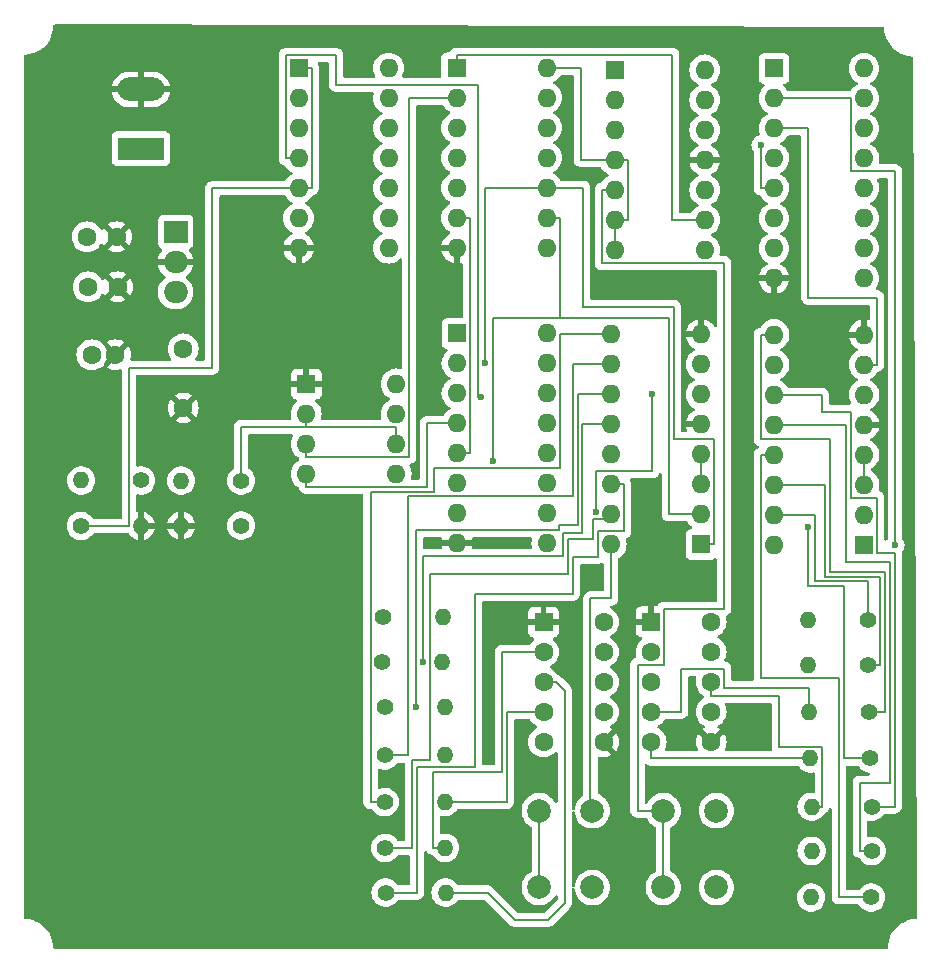
<source format=gbr>
%TF.GenerationSoftware,KiCad,Pcbnew,8.0.2*%
%TF.CreationDate,2024-05-14T22:55:47+03:00*%
%TF.ProjectId,practica,70726163-7469-4636-912e-6b696361645f,rev?*%
%TF.SameCoordinates,Original*%
%TF.FileFunction,Copper,L2,Bot*%
%TF.FilePolarity,Positive*%
%FSLAX46Y46*%
G04 Gerber Fmt 4.6, Leading zero omitted, Abs format (unit mm)*
G04 Created by KiCad (PCBNEW 8.0.2) date 2024-05-14 22:55:47*
%MOMM*%
%LPD*%
G01*
G04 APERTURE LIST*
%TA.AperFunction,ComponentPad*%
%ADD10C,1.400000*%
%TD*%
%TA.AperFunction,ComponentPad*%
%ADD11O,1.400000X1.400000*%
%TD*%
%TA.AperFunction,ComponentPad*%
%ADD12C,1.600000*%
%TD*%
%TA.AperFunction,ComponentPad*%
%ADD13R,1.600000X1.600000*%
%TD*%
%TA.AperFunction,ComponentPad*%
%ADD14O,1.600000X1.600000*%
%TD*%
%TA.AperFunction,ComponentPad*%
%ADD15C,2.000000*%
%TD*%
%TA.AperFunction,ComponentPad*%
%ADD16R,2.000000X1.905000*%
%TD*%
%TA.AperFunction,ComponentPad*%
%ADD17O,2.000000X1.905000*%
%TD*%
%TA.AperFunction,ComponentPad*%
%ADD18R,3.960000X1.980000*%
%TD*%
%TA.AperFunction,ComponentPad*%
%ADD19O,3.960000X1.980000*%
%TD*%
%TA.AperFunction,ViaPad*%
%ADD20C,0.600000*%
%TD*%
%TA.AperFunction,Conductor*%
%ADD21C,0.200000*%
%TD*%
G04 APERTURE END LIST*
D10*
%TO.P,R1,1*%
%TO.N,Net-(U6-Qa)*%
X177977800Y-80848200D03*
D11*
%TO.P,R1,2*%
%TO.N,Net-(U5-A)*%
X183057800Y-80848200D03*
%TD*%
D10*
%TO.P,R8,1*%
%TO.N,Net-(U10-Qa)*%
X219329000Y-104622600D03*
D11*
%TO.P,R8,2*%
%TO.N,Net-(U11-A)*%
X214249000Y-104622600D03*
%TD*%
D12*
%TO.P,C4,1*%
%TO.N,GND*%
X155342400Y-58680600D03*
%TO.P,C4,2*%
%TO.N,+5V*%
X153342400Y-58680600D03*
%TD*%
D13*
%TO.P,U2,1,C*%
%TO.N,unconnected-(U2B-C-Pad1)*%
X197622000Y-34564400D03*
D14*
%TO.P,U2,2,~{R}*%
%TO.N,unconnected-(U2B-~{R}-Pad2)*%
X197622000Y-37104400D03*
%TO.P,U2,3,K*%
%TO.N,unconnected-(U2B-K-Pad3)*%
X197622000Y-39644400D03*
%TO.P,U2,4,VCC*%
%TO.N,+5V*%
X197622000Y-42184400D03*
%TO.P,U2,5,C*%
%TO.N,Net-(U2A-C)*%
X197622000Y-44724400D03*
%TO.P,U2,6,~{R}*%
%TO.N,+5V*%
X197622000Y-47264400D03*
%TO.P,U2,7,J*%
X197622000Y-49804400D03*
%TO.P,U2,8,~{Q}*%
%TO.N,unconnected-(U2A-~{Q}-Pad8)*%
X205242000Y-49804400D03*
%TO.P,U2,9,Q*%
%TO.N,Net-(U2A-Q)*%
X205242000Y-47264400D03*
%TO.P,U2,10,K*%
%TO.N,+5V*%
X205242000Y-44724400D03*
%TO.P,U2,11,GND*%
%TO.N,GND*%
X205242000Y-42184400D03*
%TO.P,U2,12,Q*%
%TO.N,unconnected-(U2B-Q-Pad12)*%
X205242000Y-39644400D03*
%TO.P,U2,13,~{Q}*%
%TO.N,unconnected-(U2B-~{Q}-Pad13)*%
X205242000Y-37104400D03*
%TO.P,U2,14,J*%
%TO.N,unconnected-(U2B-J-Pad14)*%
X205242000Y-34564400D03*
%TD*%
D15*
%TO.P,SW2,1,1*%
%TO.N,+5V*%
X206237400Y-97283200D03*
X206237400Y-103783200D03*
%TO.P,SW2,2,2*%
%TO.N,Net-(U2A-C)*%
X201737400Y-97283200D03*
X201737400Y-103783200D03*
%TD*%
D10*
%TO.P,1K,1*%
%TO.N,Net-(R15-Pad1)*%
X152425400Y-73177400D03*
D11*
%TO.P,1K,2*%
%TO.N,GND*%
X157505400Y-73177400D03*
%TD*%
D12*
%TO.P,C2,1*%
%TO.N,Net-(J1-Pin_1)*%
X152953400Y-48691800D03*
%TO.P,C2,2*%
%TO.N,GND*%
X155453400Y-48691800D03*
%TD*%
D10*
%TO.P,10K,1*%
%TO.N,Net-(U9-THR)*%
X165989000Y-69342000D03*
D11*
%TO.P,10K,2*%
%TO.N,Net-(U9-DIS)*%
X160909000Y-69342000D03*
%TD*%
D10*
%TO.P,R5,1*%
%TO.N,Net-(U6-Qe)*%
X178155600Y-96545400D03*
D11*
%TO.P,R5,2*%
%TO.N,Net-(U5-E)*%
X183235600Y-96545400D03*
%TD*%
D10*
%TO.P,R12,1*%
%TO.N,Net-(U10-Qe)*%
X219151200Y-88925400D03*
D11*
%TO.P,R12,2*%
%TO.N,Net-(U11-E)*%
X214071200Y-88925400D03*
%TD*%
D10*
%TO.P,R14,1*%
%TO.N,Net-(U10-Qg)*%
X219100400Y-84963000D03*
D11*
%TO.P,R14,2*%
%TO.N,Net-(U11-G)*%
X214020400Y-84963000D03*
%TD*%
D13*
%TO.P,U4,1*%
%TO.N,Net-(R15-Pad1)*%
X170865800Y-34417000D03*
D14*
%TO.P,U4,2*%
%TO.N,Net-(U7-UP)*%
X170865800Y-36957000D03*
%TO.P,U4,3*%
%TO.N,Net-(U8-CLR)*%
X170865800Y-39497000D03*
%TO.P,U4,4*%
%TO.N,Net-(U7-CLR)*%
X170865800Y-42037000D03*
%TO.P,U4,5*%
%TO.N,Net-(R15-Pad1)*%
X170865800Y-44577000D03*
%TO.P,U4,6*%
%TO.N,Net-(U3-Pad8)*%
X170865800Y-47117000D03*
%TO.P,U4,7,VSS*%
%TO.N,GND*%
X170865800Y-49657000D03*
%TO.P,U4,8*%
%TO.N,unconnected-(U4-Pad8)*%
X178485800Y-49657000D03*
%TO.P,U4,9*%
%TO.N,unconnected-(U4-Pad9)*%
X178485800Y-47117000D03*
%TO.P,U4,10*%
%TO.N,unconnected-(U4-Pad10)*%
X178485800Y-44577000D03*
%TO.P,U4,11*%
%TO.N,unconnected-(U4-Pad11)*%
X178485800Y-42037000D03*
%TO.P,U4,12*%
%TO.N,unconnected-(U4-Pad12)*%
X178485800Y-39497000D03*
%TO.P,U4,13*%
%TO.N,unconnected-(U4-Pad13)*%
X178485800Y-36957000D03*
%TO.P,U4,14,VDD*%
%TO.N,+5V*%
X178485800Y-34417000D03*
%TD*%
D13*
%TO.P,U7,1,B*%
%TO.N,unconnected-(U7-B-Pad1)*%
X184261600Y-56860200D03*
D14*
%TO.P,U7,2,QB*%
%TO.N,Net-(U6-DB)*%
X184261600Y-59400200D03*
%TO.P,U7,3,QA*%
%TO.N,Net-(U6-DA)*%
X184261600Y-61940200D03*
%TO.P,U7,4,DOWN*%
%TO.N,+5V*%
X184261600Y-64480200D03*
%TO.P,U7,5,UP*%
%TO.N,Net-(U7-UP)*%
X184261600Y-67020200D03*
%TO.P,U7,6,QC*%
%TO.N,Net-(U6-DC)*%
X184261600Y-69560200D03*
%TO.P,U7,7,QD*%
%TO.N,Net-(U6-DD)*%
X184261600Y-72100200D03*
%TO.P,U7,8,GND*%
%TO.N,GND*%
X184261600Y-74640200D03*
%TO.P,U7,9,D*%
%TO.N,unconnected-(U7-D-Pad9)*%
X191881600Y-74640200D03*
%TO.P,U7,10,C*%
%TO.N,unconnected-(U7-C-Pad10)*%
X191881600Y-72100200D03*
%TO.P,U7,11,~{LOAD}*%
%TO.N,unconnected-(U7-~{LOAD}-Pad11)*%
X191881600Y-69560200D03*
%TO.P,U7,12,~{CO}*%
%TO.N,unconnected-(U7-~{CO}-Pad12)*%
X191881600Y-67020200D03*
%TO.P,U7,13,~{BO}*%
%TO.N,unconnected-(U7-~{BO}-Pad13)*%
X191881600Y-64480200D03*
%TO.P,U7,14,CLR*%
%TO.N,Net-(U7-CLR)*%
X191881600Y-61940200D03*
%TO.P,U7,15,A*%
%TO.N,unconnected-(U7-A-Pad15)*%
X191881600Y-59400200D03*
%TO.P,U7,16,VCC*%
%TO.N,+5V*%
X191881600Y-56860200D03*
%TD*%
D11*
%TO.P,1K,2*%
%TO.N,GND*%
X160909000Y-73152000D03*
D10*
%TO.P,1K,1*%
%TO.N,Net-(U2A-C)*%
X165989000Y-73152000D03*
%TD*%
%TO.P,R4,1*%
%TO.N,Net-(U6-Qd)*%
X178155600Y-92608400D03*
D11*
%TO.P,R4,2*%
%TO.N,Net-(U5-D)*%
X183235600Y-92608400D03*
%TD*%
D16*
%TO.P,U1,1,IN*%
%TO.N,Net-(J1-Pin_1)*%
X160451800Y-48285400D03*
D17*
%TO.P,U1,2,GND*%
%TO.N,GND*%
X160451800Y-50825400D03*
%TO.P,U1,3,OUT*%
%TO.N,+5V*%
X160451800Y-53365400D03*
%TD*%
D13*
%TO.P,U10,1,DB*%
%TO.N,Net-(U10-DB)*%
X218734800Y-74762600D03*
D14*
%TO.P,U10,2,DC*%
%TO.N,Net-(U10-DC)*%
X218734800Y-72222600D03*
%TO.P,U10,3,~{LT}*%
%TO.N,+5V*%
X218734800Y-69682600D03*
%TO.P,U10,4,~{BI}*%
X218734800Y-67142600D03*
%TO.P,U10,5,~{EL}*%
%TO.N,GND*%
X218734800Y-64602600D03*
%TO.P,U10,6,DD*%
%TO.N,Net-(U10-DD)*%
X218734800Y-62062600D03*
%TO.P,U10,7,DA*%
%TO.N,Net-(U10-DA)*%
X218734800Y-59522600D03*
%TO.P,U10,8,Vss*%
%TO.N,GND*%
X218734800Y-56982600D03*
%TO.P,U10,9,Qe*%
%TO.N,Net-(U10-Qe)*%
X211114800Y-56982600D03*
%TO.P,U10,10,Qd*%
%TO.N,Net-(U10-Qd)*%
X211114800Y-59522600D03*
%TO.P,U10,11,Qc*%
%TO.N,Net-(U10-Qc)*%
X211114800Y-62062600D03*
%TO.P,U10,12,Qb*%
%TO.N,Net-(U10-Qb)*%
X211114800Y-64602600D03*
%TO.P,U10,13,Qa*%
%TO.N,Net-(U10-Qa)*%
X211114800Y-67142600D03*
%TO.P,U10,14,Qg*%
%TO.N,Net-(U10-Qg)*%
X211114800Y-69682600D03*
%TO.P,U10,15,Qf*%
%TO.N,Net-(U10-Qf)*%
X211114800Y-72222600D03*
%TO.P,U10,16,Vdd*%
%TO.N,+5V*%
X211114800Y-74762600D03*
%TD*%
D12*
%TO.P,C1,1*%
%TO.N,+5V*%
X153029600Y-52933600D03*
%TO.P,C1,2*%
%TO.N,GND*%
X155529600Y-52933600D03*
%TD*%
D10*
%TO.P,R10,1*%
%TO.N,Net-(U10-Qc)*%
X219379800Y-96951800D03*
D11*
%TO.P,R10,2*%
%TO.N,Net-(U11-C)*%
X214299800Y-96951800D03*
%TD*%
D13*
%TO.P,U9,1,GND*%
%TO.N,GND*%
X171510800Y-61147800D03*
D14*
%TO.P,U9,2,TR*%
%TO.N,Net-(U9-THR)*%
X171510800Y-63687800D03*
%TO.P,U9,3,Q*%
%TO.N,Net-(U9-Q)*%
X171510800Y-66227800D03*
%TO.P,U9,4,R*%
%TO.N,+5V*%
X171510800Y-68767800D03*
%TO.P,U9,5,CV*%
%TO.N,Net-(U9-CV)*%
X179130800Y-68767800D03*
%TO.P,U9,6,THR*%
%TO.N,Net-(U9-THR)*%
X179130800Y-66227800D03*
%TO.P,U9,7,DIS*%
%TO.N,Net-(U9-DIS)*%
X179130800Y-63687800D03*
%TO.P,U9,8,VCC*%
%TO.N,+5V*%
X179130800Y-61147800D03*
%TD*%
D13*
%TO.P,U11,1,CC*%
%TO.N,GND*%
X200707100Y-81291700D03*
D12*
%TO.P,U11,2,F*%
%TO.N,Net-(U11-F)*%
X200707100Y-83831700D03*
%TO.P,U11,3,G*%
%TO.N,Net-(U11-G)*%
X200707100Y-86371700D03*
%TO.P,U11,4,E*%
%TO.N,Net-(U11-E)*%
X200707100Y-88911700D03*
%TO.P,U11,5,D*%
%TO.N,Net-(U11-D)*%
X200707100Y-91451700D03*
%TO.P,U11,6,CC*%
%TO.N,GND*%
X205787100Y-91451700D03*
%TO.P,U11,7,DP*%
%TO.N,unconnected-(U11-DP-Pad7)*%
X205787100Y-88911700D03*
%TO.P,U11,8,C*%
%TO.N,Net-(U11-C)*%
X205787100Y-86371700D03*
%TO.P,U11,9,B*%
%TO.N,Net-(U11-B)*%
X205787100Y-83831700D03*
%TO.P,U11,10,A*%
%TO.N,Net-(U11-A)*%
X205787100Y-81291700D03*
%TD*%
D10*
%TO.P,R11,1*%
%TO.N,Net-(U10-Qd)*%
X219278200Y-92862400D03*
D11*
%TO.P,R11,2*%
%TO.N,Net-(U11-D)*%
X214198200Y-92862400D03*
%TD*%
D10*
%TO.P,R2,1*%
%TO.N,Net-(U6-Qb)*%
X177952400Y-84734400D03*
D11*
%TO.P,R2,2*%
%TO.N,Net-(U5-B)*%
X183032400Y-84734400D03*
%TD*%
D12*
%TO.P,C3,1*%
%TO.N,GND*%
X161096400Y-63187200D03*
%TO.P,C3,2*%
%TO.N,Net-(U9-CV)*%
X161096400Y-58187200D03*
%TD*%
D10*
%TO.P,R13,1*%
%TO.N,Net-(U10-Qf)*%
X219100400Y-81153000D03*
D11*
%TO.P,R13,2*%
%TO.N,Net-(U11-F)*%
X214020400Y-81153000D03*
%TD*%
D10*
%TO.P,R9,1*%
%TO.N,Net-(U10-Qb)*%
X219379800Y-100685600D03*
D11*
%TO.P,R9,2*%
%TO.N,Net-(U11-B)*%
X214299800Y-100685600D03*
%TD*%
D10*
%TO.P,R3,1*%
%TO.N,Net-(U6-Qc)*%
X178181000Y-88519000D03*
D11*
%TO.P,R3,2*%
%TO.N,Net-(U5-C)*%
X183261000Y-88519000D03*
%TD*%
D18*
%TO.P,J1,1,Pin_1*%
%TO.N,Net-(J1-Pin_1)*%
X157505400Y-41220400D03*
D19*
%TO.P,J1,2,Pin_2*%
%TO.N,GND*%
X157505400Y-36220400D03*
%TD*%
D10*
%TO.P,R6,1*%
%TO.N,Net-(U6-Qf)*%
X178181000Y-100431600D03*
D11*
%TO.P,R6,2*%
%TO.N,Net-(U5-F)*%
X183261000Y-100431600D03*
%TD*%
D13*
%TO.P,U3,1*%
%TO.N,Net-(U2A-Q)*%
X184236200Y-34386600D03*
D14*
%TO.P,U3,2*%
%TO.N,Net-(U9-Q)*%
X184236200Y-36926600D03*
%TO.P,U3,3*%
%TO.N,Net-(U8-UP)*%
X184236200Y-39466600D03*
%TO.P,U3,4*%
%TO.N,Net-(U10-DD)*%
X184236200Y-42006600D03*
%TO.P,U3,5*%
%TO.N,Net-(U10-DB)*%
X184236200Y-44546600D03*
%TO.P,U3,6*%
%TO.N,Net-(U7-UP)*%
X184236200Y-47086600D03*
%TO.P,U3,7,GND*%
%TO.N,GND*%
X184236200Y-49626600D03*
%TO.P,U3,8*%
%TO.N,Net-(U3-Pad8)*%
X191856200Y-49626600D03*
%TO.P,U3,9*%
%TO.N,Net-(U6-DC)*%
X191856200Y-47086600D03*
%TO.P,U3,10*%
%TO.N,Net-(U6-DB)*%
X191856200Y-44546600D03*
%TO.P,U3,11*%
%TO.N,unconnected-(U3-Pad11)*%
X191856200Y-42006600D03*
%TO.P,U3,12*%
%TO.N,unconnected-(U3-Pad12)*%
X191856200Y-39466600D03*
%TO.P,U3,13*%
%TO.N,unconnected-(U3-Pad13)*%
X191856200Y-36926600D03*
%TO.P,U3,14,VCC*%
%TO.N,+5V*%
X191856200Y-34386600D03*
%TD*%
D10*
%TO.P,R7,1*%
%TO.N,Net-(U6-Qg)*%
X178231800Y-104216200D03*
D11*
%TO.P,R7,2*%
%TO.N,Net-(U5-G)*%
X183311800Y-104216200D03*
%TD*%
D10*
%TO.P,300,1*%
%TO.N,Net-(U9-DIS)*%
X157530800Y-69316600D03*
D11*
%TO.P,300,2*%
%TO.N,+5V*%
X152450800Y-69316600D03*
%TD*%
D13*
%TO.P,U6,1,DB*%
%TO.N,Net-(U6-DB)*%
X204942600Y-74737200D03*
D14*
%TO.P,U6,2,DC*%
%TO.N,Net-(U6-DC)*%
X204942600Y-72197200D03*
%TO.P,U6,3,~{LT}*%
%TO.N,+5V*%
X204942600Y-69657200D03*
%TO.P,U6,4,~{BI}*%
X204942600Y-67117200D03*
%TO.P,U6,5,~{EL}*%
%TO.N,GND*%
X204942600Y-64577200D03*
%TO.P,U6,6,DD*%
%TO.N,Net-(U6-DD)*%
X204942600Y-62037200D03*
%TO.P,U6,7,DA*%
%TO.N,Net-(U6-DA)*%
X204942600Y-59497200D03*
%TO.P,U6,8,Vss*%
%TO.N,GND*%
X204942600Y-56957200D03*
%TO.P,U6,9,Qe*%
%TO.N,Net-(U6-Qe)*%
X197322600Y-56957200D03*
%TO.P,U6,10,Qd*%
%TO.N,Net-(U6-Qd)*%
X197322600Y-59497200D03*
%TO.P,U6,11,Qc*%
%TO.N,Net-(U6-Qc)*%
X197322600Y-62037200D03*
%TO.P,U6,12,Qb*%
%TO.N,Net-(U6-Qb)*%
X197322600Y-64577200D03*
%TO.P,U6,13,Qa*%
%TO.N,Net-(U6-Qa)*%
X197322600Y-67117200D03*
%TO.P,U6,14,Qg*%
%TO.N,Net-(U6-Qg)*%
X197322600Y-69657200D03*
%TO.P,U6,15,Qf*%
%TO.N,Net-(U6-Qf)*%
X197322600Y-72197200D03*
%TO.P,U6,16,Vdd*%
%TO.N,+5V*%
X197322600Y-74737200D03*
%TD*%
D13*
%TO.P,U5,1,CC*%
%TO.N,GND*%
X191594600Y-81309200D03*
D12*
%TO.P,U5,2,F*%
%TO.N,Net-(U5-F)*%
X191594600Y-83849200D03*
%TO.P,U5,3,G*%
%TO.N,Net-(U5-G)*%
X191594600Y-86389200D03*
%TO.P,U5,4,E*%
%TO.N,Net-(U5-E)*%
X191594600Y-88929200D03*
%TO.P,U5,5,D*%
%TO.N,Net-(U5-D)*%
X191594600Y-91469200D03*
%TO.P,U5,6,CC*%
%TO.N,GND*%
X196674600Y-91469200D03*
%TO.P,U5,7,DP*%
%TO.N,unconnected-(U5-DP-Pad7)*%
X196674600Y-88929200D03*
%TO.P,U5,8,C*%
%TO.N,Net-(U5-C)*%
X196674600Y-86389200D03*
%TO.P,U5,9,B*%
%TO.N,Net-(U5-B)*%
X196674600Y-83849200D03*
%TO.P,U5,10,A*%
%TO.N,Net-(U5-A)*%
X196674600Y-81309200D03*
%TD*%
D15*
%TO.P,SW1,1,1*%
%TO.N,+5V*%
X195737400Y-97283200D03*
X195737400Y-103783200D03*
%TO.P,SW1,2,2*%
%TO.N,Net-(R15-Pad1)*%
X191237400Y-97283200D03*
X191237400Y-103783200D03*
%TD*%
D13*
%TO.P,U8,1,B*%
%TO.N,unconnected-(U8-B-Pad1)*%
X211109400Y-34432000D03*
D14*
%TO.P,U8,2,QB*%
%TO.N,Net-(U10-DB)*%
X211109400Y-36972000D03*
%TO.P,U8,3,QA*%
%TO.N,Net-(U10-DA)*%
X211109400Y-39512000D03*
%TO.P,U8,4,DOWN*%
%TO.N,+5V*%
X211109400Y-42052000D03*
%TO.P,U8,5,UP*%
%TO.N,Net-(U8-UP)*%
X211109400Y-44592000D03*
%TO.P,U8,6,QC*%
%TO.N,Net-(U10-DC)*%
X211109400Y-47132000D03*
%TO.P,U8,7,QD*%
%TO.N,Net-(U10-DD)*%
X211109400Y-49672000D03*
%TO.P,U8,8,GND*%
%TO.N,GND*%
X211109400Y-52212000D03*
%TO.P,U8,9,D*%
%TO.N,unconnected-(U8-D-Pad9)*%
X218729400Y-52212000D03*
%TO.P,U8,10,C*%
%TO.N,unconnected-(U8-C-Pad10)*%
X218729400Y-49672000D03*
%TO.P,U8,11,~{LOAD}*%
%TO.N,unconnected-(U8-~{LOAD}-Pad11)*%
X218729400Y-47132000D03*
%TO.P,U8,12,~{CO}*%
%TO.N,unconnected-(U8-~{CO}-Pad12)*%
X218729400Y-44592000D03*
%TO.P,U8,13,~{BO}*%
%TO.N,unconnected-(U8-~{BO}-Pad13)*%
X218729400Y-42052000D03*
%TO.P,U8,14,CLR*%
%TO.N,Net-(U8-CLR)*%
X218729400Y-39512000D03*
%TO.P,U8,15,A*%
%TO.N,unconnected-(U8-A-Pad15)*%
X218729400Y-36972000D03*
%TO.P,U8,16,VCC*%
%TO.N,+5V*%
X218729400Y-34432000D03*
%TD*%
D20*
%TO.N,GND*%
X175310800Y-49911000D03*
X175412400Y-52298600D03*
X181991000Y-52273200D03*
X181991000Y-49961800D03*
%TO.N,Net-(U6-Qb)*%
X181364800Y-84734400D03*
%TO.N,Net-(U6-Qc)*%
X180763100Y-88519000D03*
%TO.N,Net-(U10-Qd)*%
X214015600Y-73234700D03*
%TO.N,Net-(U8-UP)*%
X210007700Y-40906400D03*
%TO.N,Net-(U10-DB)*%
X221358900Y-74762600D03*
%TO.N,Net-(U6-DC)*%
X187316200Y-67706000D03*
%TO.N,Net-(U6-DB)*%
X186672300Y-59400200D03*
%TO.N,Net-(U7-CLR)*%
X186339800Y-62270500D03*
%TO.N,Net-(U6-DD)*%
X195997800Y-71981500D03*
X200801500Y-62037200D03*
%TD*%
D21*
%TO.N,+5V*%
X204942600Y-67117200D02*
X204942600Y-69657200D01*
X194739100Y-42184400D02*
X197622000Y-42184400D01*
X181696200Y-64480200D02*
X184261600Y-64480200D01*
X197622000Y-49804400D02*
X197622000Y-47264400D01*
X194739100Y-34386600D02*
X194739100Y-42184400D01*
X198748400Y-42184400D02*
X197622000Y-42184400D01*
X197622000Y-47264400D02*
X198748400Y-47264400D01*
X218734800Y-67142600D02*
X218734800Y-69682600D01*
X171510800Y-68767800D02*
X171510800Y-69869500D01*
X197322600Y-79319700D02*
X195572900Y-79319700D01*
X195572900Y-97283200D02*
X195737400Y-97283200D01*
X197322600Y-74737200D02*
X197322600Y-79319700D01*
X181696200Y-69869500D02*
X181696200Y-64480200D01*
X171510800Y-69869500D02*
X181696200Y-69869500D01*
X198748400Y-47264400D02*
X198748400Y-42184400D01*
X191856200Y-34386600D02*
X194739100Y-34386600D01*
X195572900Y-79319700D02*
X195572900Y-97283200D01*
%TO.N,Net-(U6-Qb)*%
X193275200Y-73738500D02*
X193275200Y-75741900D01*
X197322600Y-64577200D02*
X194895100Y-64577200D01*
X194895100Y-73738500D02*
X193275200Y-73738500D01*
X193275200Y-75741900D02*
X181364800Y-75741900D01*
X194895100Y-64577200D02*
X194895100Y-73738500D01*
X181364800Y-75741900D02*
X181364800Y-84734400D01*
%TO.N,Net-(U6-Qc)*%
X197322600Y-62037200D02*
X194493400Y-62037200D01*
X192873500Y-73136800D02*
X192873500Y-73538500D01*
X194493400Y-73136800D02*
X192873500Y-73136800D01*
X180763100Y-73538500D02*
X180763100Y-88519000D01*
X194493400Y-62037200D02*
X194493400Y-73136800D01*
X192873500Y-73538500D02*
X180763100Y-73538500D01*
%TO.N,Net-(U6-Qd)*%
X194091700Y-70672900D02*
X194091700Y-59497200D01*
X180094600Y-70672900D02*
X194091700Y-70672900D01*
X194091700Y-59497200D02*
X197322600Y-59497200D01*
X180094600Y-92608400D02*
X180094600Y-70672900D01*
X178155600Y-92608400D02*
X180094600Y-92608400D01*
%TO.N,Net-(U6-Qe)*%
X182298800Y-68307700D02*
X192983800Y-68307700D01*
X176950700Y-70271200D02*
X182298800Y-70271200D01*
X192983800Y-68307700D02*
X192983800Y-56957200D01*
X182298800Y-70271200D02*
X182298800Y-68307700D01*
X192983800Y-56957200D02*
X197322600Y-56957200D01*
X178155600Y-96545400D02*
X176950700Y-96545400D01*
X176950700Y-96545400D02*
X176950700Y-70271200D01*
%TO.N,Net-(U5-E)*%
X188482800Y-96545400D02*
X183235600Y-96545400D01*
X188482800Y-88929200D02*
X188482800Y-96545400D01*
X191594600Y-88929200D02*
X188482800Y-88929200D01*
%TO.N,Net-(U5-F)*%
X182233900Y-100431600D02*
X182233900Y-94012000D01*
X188079700Y-83849200D02*
X191594600Y-83849200D01*
X182233900Y-94012000D02*
X188079700Y-94012000D01*
X183261000Y-100431600D02*
X182233900Y-100431600D01*
X188079700Y-94012000D02*
X188079700Y-83849200D01*
%TO.N,Net-(U6-Qf)*%
X181966500Y-93008600D02*
X181966500Y-77229900D01*
X195774800Y-72583200D02*
X197322600Y-72583200D01*
X193676900Y-77229900D02*
X193676900Y-74270400D01*
X181966500Y-77229900D02*
X193676900Y-77229900D01*
X180493300Y-100431600D02*
X180493300Y-93008600D01*
X178181000Y-100431600D02*
X180493300Y-100431600D01*
X197322600Y-72583200D02*
X197322600Y-72197200D01*
X180493300Y-93008600D02*
X181966500Y-93008600D01*
X193676900Y-74270400D02*
X195774800Y-74270400D01*
X195774800Y-74270400D02*
X195774800Y-72583200D01*
%TO.N,Net-(U6-Qg)*%
X185769500Y-78919500D02*
X185769500Y-93610300D01*
X180895000Y-104216200D02*
X178231800Y-104216200D01*
X197322600Y-69657200D02*
X198424300Y-69657200D01*
X196220900Y-73635500D02*
X196220900Y-75785100D01*
X194078600Y-78919500D02*
X185769500Y-78919500D01*
X180895000Y-93610300D02*
X180895000Y-104216200D01*
X194078600Y-75785100D02*
X194078600Y-78919500D01*
X198424300Y-69657200D02*
X198424300Y-73635500D01*
X196220900Y-75785100D02*
X194078600Y-75785100D01*
X198424300Y-73635500D02*
X196220900Y-73635500D01*
X185769500Y-93610300D02*
X180895000Y-93610300D01*
%TO.N,Net-(U5-G)*%
X193395600Y-105105200D02*
X193395600Y-87122000D01*
X183311800Y-104216200D02*
X186867800Y-104216200D01*
X192662800Y-86389200D02*
X191594600Y-86389200D01*
X186867800Y-104216200D02*
X189179200Y-106527600D01*
X193395600Y-87122000D02*
X192662800Y-86389200D01*
X189179200Y-106527600D02*
X191973200Y-106527600D01*
X191973200Y-106527600D02*
X193395600Y-105105200D01*
%TO.N,Net-(U10-Qa)*%
X210013100Y-86053500D02*
X210013100Y-67142600D01*
X216611000Y-104622600D02*
X216611000Y-86053500D01*
X216611000Y-86053500D02*
X210013100Y-86053500D01*
X219329000Y-104622600D02*
X216611000Y-104622600D01*
X210013100Y-67142600D02*
X211114800Y-67142600D01*
%TO.N,Net-(U10-Qb)*%
X217231400Y-76265100D02*
X220913000Y-76265100D01*
X218378100Y-94907100D02*
X218378100Y-100685600D01*
X220913000Y-76265100D02*
X220913000Y-94907100D01*
X217231400Y-64602600D02*
X217231400Y-76265100D01*
X218378100Y-100685600D02*
X219379800Y-100685600D01*
X211114800Y-64602600D02*
X217231400Y-64602600D01*
X220913000Y-94907100D02*
X218378100Y-94907100D01*
%TO.N,Net-(U11-C)*%
X215199900Y-91860700D02*
X215199900Y-96951800D01*
X211525100Y-87543100D02*
X211525100Y-91860700D01*
X215199900Y-96951800D02*
X214299800Y-96951800D01*
X211525100Y-91860700D02*
X215199900Y-91860700D01*
X205787100Y-87543100D02*
X211525100Y-87543100D01*
X205787100Y-86371700D02*
X205787100Y-87543100D01*
%TO.N,Net-(U10-Qc)*%
X215157200Y-63502400D02*
X215157200Y-62062600D01*
X219836500Y-75462400D02*
X219836500Y-70784300D01*
X219379800Y-96951800D02*
X221314700Y-96951800D01*
X219836500Y-70784300D02*
X217633100Y-70784300D01*
X221314700Y-96951800D02*
X221314700Y-75462400D01*
X217633100Y-63502400D02*
X215157200Y-63502400D01*
X221314700Y-75462400D02*
X219836500Y-75462400D01*
X215157200Y-62062600D02*
X211114800Y-62062600D01*
X217633100Y-70784300D02*
X217633100Y-63502400D01*
%TO.N,Net-(U11-D)*%
X200707100Y-92862400D02*
X214198200Y-92862400D01*
X200707100Y-91451700D02*
X200707100Y-92862400D01*
%TO.N,Net-(U10-Qd)*%
X214015600Y-73234700D02*
X214015600Y-78273000D01*
X217012700Y-92862400D02*
X219278200Y-92862400D01*
X214015600Y-78273000D02*
X217012700Y-78273000D01*
X217012700Y-78273000D02*
X217012700Y-92862400D01*
%TO.N,Net-(U10-Qe)*%
X210013100Y-56982600D02*
X210013100Y-65807900D01*
X211114800Y-56982600D02*
X210013100Y-56982600D01*
X220503800Y-88925400D02*
X219151200Y-88925400D01*
X215821000Y-65807900D02*
X215821000Y-77067900D01*
X215821000Y-77067900D02*
X220503800Y-77067900D01*
X210013100Y-65807900D02*
X215821000Y-65807900D01*
X220503800Y-77067900D02*
X220503800Y-88925400D01*
%TO.N,Net-(U11-E)*%
X214071200Y-86874500D02*
X206888800Y-86874500D01*
X206888800Y-86874500D02*
X206888800Y-85270000D01*
X203247100Y-85270000D02*
X203247100Y-88911700D01*
X203247100Y-88911700D02*
X200707100Y-88911700D01*
X206888800Y-85270000D02*
X203247100Y-85270000D01*
X214071200Y-88925400D02*
X214071200Y-86874500D01*
%TO.N,Net-(U10-Qf)*%
X211114800Y-72222600D02*
X214617400Y-72222600D01*
X214617400Y-72222600D02*
X214617400Y-77871300D01*
X214617400Y-77871300D02*
X219100400Y-77871300D01*
X219100400Y-77871300D02*
X219100400Y-81153000D01*
%TO.N,Net-(U10-Qg)*%
X215419300Y-69682600D02*
X215419300Y-77469600D01*
X211114800Y-69682600D02*
X215419300Y-69682600D01*
X220102100Y-77469600D02*
X220102100Y-84963000D01*
X220102100Y-84963000D02*
X219100400Y-84963000D01*
X215419300Y-77469600D02*
X220102100Y-77469600D01*
%TO.N,Net-(U8-UP)*%
X210007700Y-44592000D02*
X210007700Y-40906400D01*
X211109400Y-44592000D02*
X210007700Y-44592000D01*
%TO.N,Net-(U2A-C)*%
X206887300Y-80190000D02*
X201808800Y-80190000D01*
X206887300Y-50906100D02*
X206887300Y-80190000D01*
X199553400Y-84933400D02*
X199553400Y-97283200D01*
X199553400Y-97283200D02*
X201737400Y-97283200D01*
X201808800Y-80190000D02*
X201808800Y-84933400D01*
X196520300Y-44724400D02*
X196520300Y-50906100D01*
X201737400Y-103783200D02*
X201737400Y-97283200D01*
X197622000Y-44724400D02*
X196520300Y-44724400D01*
X201808800Y-84933400D02*
X199553400Y-84933400D01*
X196520300Y-50906100D02*
X206887300Y-50906100D01*
%TO.N,Net-(U2A-Q)*%
X184236200Y-33284900D02*
X202477400Y-33284900D01*
X202477400Y-47264400D02*
X205242000Y-47264400D01*
X202477400Y-33284900D02*
X202477400Y-47264400D01*
X184236200Y-34386600D02*
X184236200Y-33284900D01*
%TO.N,Net-(U10-DB)*%
X221358900Y-43153700D02*
X221358900Y-74762600D01*
X211109400Y-36972000D02*
X217627700Y-36972000D01*
X217627700Y-43153700D02*
X221358900Y-43153700D01*
X217627700Y-36972000D02*
X217627700Y-43153700D01*
%TO.N,Net-(U7-UP)*%
X184261600Y-67020200D02*
X185363300Y-67020200D01*
X185363300Y-47086600D02*
X184236200Y-47086600D01*
X185363300Y-67020200D02*
X185363300Y-47086600D01*
%TO.N,Net-(U6-DC)*%
X202199300Y-72197200D02*
X204942600Y-72197200D01*
X192983800Y-47086600D02*
X192983800Y-55589500D01*
X192983800Y-55589500D02*
X187316200Y-55589500D01*
X187316200Y-55589500D02*
X187316200Y-67706000D01*
X191856200Y-47086600D02*
X192983800Y-47086600D01*
X202199300Y-55589500D02*
X202199300Y-72197200D01*
X192983800Y-55589500D02*
X202199300Y-55589500D01*
%TO.N,Net-(U9-Q)*%
X180232500Y-36926600D02*
X184236200Y-36926600D01*
X171510800Y-67329500D02*
X180232500Y-67329500D01*
X180232500Y-67329500D02*
X180232500Y-36926600D01*
X171510800Y-66227800D02*
X171510800Y-67329500D01*
%TO.N,Net-(U6-DB)*%
X191856200Y-44546600D02*
X194952900Y-44546600D01*
X186672300Y-44546600D02*
X186672300Y-59400200D01*
X191856200Y-44546600D02*
X186672300Y-44546600D01*
X194952900Y-54607900D02*
X202601000Y-54607900D01*
X202601000Y-54607900D02*
X202601000Y-65847200D01*
X202601000Y-65847200D02*
X206044300Y-65847200D01*
X206044300Y-65847200D02*
X206044300Y-74737200D01*
X194952900Y-44546600D02*
X194952900Y-54607900D01*
X206044300Y-74737200D02*
X204942600Y-74737200D01*
%TO.N,Net-(U7-CLR)*%
X186339800Y-62270500D02*
X186070500Y-62270500D01*
X174040300Y-35824900D02*
X174040300Y-33315300D01*
X186070500Y-35824900D02*
X174040300Y-35824900D01*
X169764100Y-33315300D02*
X169764100Y-42037000D01*
X174040300Y-33315300D02*
X169764100Y-33315300D01*
X186070500Y-62270500D02*
X186070500Y-35824900D01*
X169764100Y-42037000D02*
X170865800Y-42037000D01*
%TO.N,Net-(U6-DD)*%
X200801500Y-68555500D02*
X200801500Y-62037200D01*
X195997800Y-68555500D02*
X200801500Y-68555500D01*
X195997800Y-71981500D02*
X195997800Y-68555500D01*
%TO.N,Net-(U10-DA)*%
X214016100Y-39512000D02*
X214016100Y-53841800D01*
X214016100Y-53841800D02*
X219836500Y-53841800D01*
X211109400Y-39512000D02*
X214016100Y-39512000D01*
X219836500Y-53841800D02*
X219836500Y-59522600D01*
X219836500Y-59522600D02*
X218734800Y-59522600D01*
%TO.N,Net-(U9-THR)*%
X171510800Y-64789500D02*
X171510800Y-63687800D01*
X179130800Y-64789500D02*
X171510800Y-64789500D01*
X171510800Y-64789500D02*
X165989000Y-64789500D01*
X165989000Y-64789500D02*
X165989000Y-69342000D01*
X179130800Y-66227800D02*
X179130800Y-64789500D01*
%TO.N,Net-(R15-Pad1)*%
X156503700Y-59780800D02*
X156503700Y-73177400D01*
X170865800Y-34417000D02*
X171967500Y-34417000D01*
X163560000Y-59780800D02*
X156503700Y-59780800D01*
X163560000Y-44577000D02*
X163560000Y-59780800D01*
X171967500Y-44577000D02*
X170865800Y-44577000D01*
X171967500Y-34417000D02*
X171967500Y-44577000D01*
X170865800Y-44577000D02*
X163560000Y-44577000D01*
X191237400Y-103783200D02*
X191237400Y-97283200D01*
X156503700Y-73177400D02*
X152425400Y-73177400D01*
%TD*%
%TA.AperFunction,Conductor*%
%TO.N,GND*%
G36*
X196670027Y-76302897D02*
G01*
X196713218Y-76357818D01*
X196722100Y-76403904D01*
X196722100Y-78595200D01*
X196702415Y-78662239D01*
X196649611Y-78707994D01*
X196598100Y-78719200D01*
X195493843Y-78719200D01*
X195341116Y-78760123D01*
X195341109Y-78760126D01*
X195204190Y-78839175D01*
X195204182Y-78839181D01*
X195092381Y-78950982D01*
X195092375Y-78950990D01*
X195013326Y-79087909D01*
X195013323Y-79087916D01*
X194972400Y-79240643D01*
X194972400Y-95917394D01*
X194952715Y-95984433D01*
X194917894Y-96019521D01*
X194917938Y-96019577D01*
X194917505Y-96019913D01*
X194916236Y-96021193D01*
X194913901Y-96022718D01*
X194717657Y-96175461D01*
X194549233Y-96358417D01*
X194413226Y-96566593D01*
X194313336Y-96794318D01*
X194252292Y-97035375D01*
X194252290Y-97035387D01*
X194243676Y-97139352D01*
X194218523Y-97204537D01*
X194162121Y-97245775D01*
X194092378Y-97249973D01*
X194031436Y-97215799D01*
X193998644Y-97154102D01*
X193996100Y-97129112D01*
X193996100Y-87211060D01*
X193996101Y-87211047D01*
X193996101Y-87042944D01*
X193996101Y-87042943D01*
X193955177Y-86890216D01*
X193900461Y-86795444D01*
X193876124Y-86753290D01*
X193876118Y-86753282D01*
X193721222Y-86598386D01*
X193150389Y-86027554D01*
X193150388Y-86027552D01*
X193031517Y-85908681D01*
X193031516Y-85908680D01*
X192944704Y-85858560D01*
X192944704Y-85858559D01*
X192944700Y-85858558D01*
X192894585Y-85829623D01*
X192894584Y-85829622D01*
X192894583Y-85829622D01*
X192806468Y-85806010D01*
X192746808Y-85769644D01*
X192726184Y-85738645D01*
X192725168Y-85736466D01*
X192594647Y-85550061D01*
X192594645Y-85550058D01*
X192433741Y-85389154D01*
X192247334Y-85258632D01*
X192247328Y-85258629D01*
X192189325Y-85231582D01*
X192136885Y-85185410D01*
X192117733Y-85118217D01*
X192137948Y-85051335D01*
X192189325Y-85006818D01*
X192247334Y-84979768D01*
X192433739Y-84849247D01*
X192594647Y-84688339D01*
X192725168Y-84501934D01*
X192821339Y-84295696D01*
X192880235Y-84075892D01*
X192900068Y-83849200D01*
X192880235Y-83622508D01*
X192821339Y-83402704D01*
X192725168Y-83196466D01*
X192594647Y-83010061D01*
X192594645Y-83010058D01*
X192433743Y-82849156D01*
X192408512Y-82831489D01*
X192364887Y-82776912D01*
X192357695Y-82707413D01*
X192389217Y-82645059D01*
X192449447Y-82609645D01*
X192466381Y-82606624D01*
X192501980Y-82602796D01*
X192636686Y-82552554D01*
X192636693Y-82552550D01*
X192751787Y-82466390D01*
X192751790Y-82466387D01*
X192837950Y-82351293D01*
X192837954Y-82351286D01*
X192888196Y-82216579D01*
X192888198Y-82216572D01*
X192894599Y-82157044D01*
X192894600Y-82157027D01*
X192894600Y-81559200D01*
X191910286Y-81559200D01*
X191914680Y-81554806D01*
X191967341Y-81463594D01*
X191994600Y-81361861D01*
X191994600Y-81256539D01*
X191967341Y-81154806D01*
X191914680Y-81063594D01*
X191910286Y-81059200D01*
X192894600Y-81059200D01*
X192894600Y-80461372D01*
X192894599Y-80461355D01*
X192888198Y-80401827D01*
X192888196Y-80401820D01*
X192837954Y-80267113D01*
X192837950Y-80267106D01*
X192751790Y-80152012D01*
X192751787Y-80152009D01*
X192636693Y-80065849D01*
X192636686Y-80065845D01*
X192501979Y-80015603D01*
X192501972Y-80015601D01*
X192442444Y-80009200D01*
X191844600Y-80009200D01*
X191844600Y-80993514D01*
X191840206Y-80989120D01*
X191748994Y-80936459D01*
X191647261Y-80909200D01*
X191541939Y-80909200D01*
X191440206Y-80936459D01*
X191348994Y-80989120D01*
X191344600Y-80993514D01*
X191344600Y-80009200D01*
X190746755Y-80009200D01*
X190687227Y-80015601D01*
X190687220Y-80015603D01*
X190552513Y-80065845D01*
X190552506Y-80065849D01*
X190437412Y-80152009D01*
X190437409Y-80152012D01*
X190351249Y-80267106D01*
X190351245Y-80267113D01*
X190301003Y-80401820D01*
X190301001Y-80401827D01*
X190294600Y-80461355D01*
X190294600Y-81059200D01*
X191278914Y-81059200D01*
X191274520Y-81063594D01*
X191221859Y-81154806D01*
X191194600Y-81256539D01*
X191194600Y-81361861D01*
X191221859Y-81463594D01*
X191274520Y-81554806D01*
X191278914Y-81559200D01*
X190294600Y-81559200D01*
X190294600Y-82157044D01*
X190301001Y-82216572D01*
X190301003Y-82216579D01*
X190351245Y-82351286D01*
X190351249Y-82351293D01*
X190437409Y-82466387D01*
X190437412Y-82466390D01*
X190552506Y-82552550D01*
X190552513Y-82552554D01*
X190687220Y-82602796D01*
X190687227Y-82602798D01*
X190722818Y-82606625D01*
X190787369Y-82633363D01*
X190827218Y-82690755D01*
X190829711Y-82760580D01*
X190794059Y-82820669D01*
X190780688Y-82831487D01*
X190755461Y-82849151D01*
X190594554Y-83010058D01*
X190518050Y-83119318D01*
X190464481Y-83195824D01*
X190409907Y-83239448D01*
X190362908Y-83248700D01*
X188000643Y-83248700D01*
X187847916Y-83289623D01*
X187847909Y-83289626D01*
X187710990Y-83368675D01*
X187710982Y-83368681D01*
X187599181Y-83480482D01*
X187599175Y-83480490D01*
X187520126Y-83617409D01*
X187520123Y-83617416D01*
X187479200Y-83770143D01*
X187479200Y-93287500D01*
X187459515Y-93354539D01*
X187406711Y-93400294D01*
X187355200Y-93411500D01*
X186494000Y-93411500D01*
X186426961Y-93391815D01*
X186381206Y-93339011D01*
X186370000Y-93287500D01*
X186370000Y-79644000D01*
X186389685Y-79576961D01*
X186442489Y-79531206D01*
X186494000Y-79520000D01*
X194157655Y-79520000D01*
X194157657Y-79520000D01*
X194310384Y-79479077D01*
X194447316Y-79400020D01*
X194559120Y-79288216D01*
X194638177Y-79151284D01*
X194679100Y-78998557D01*
X194679100Y-76509600D01*
X194698785Y-76442561D01*
X194751589Y-76396806D01*
X194803100Y-76385600D01*
X196299955Y-76385600D01*
X196299957Y-76385600D01*
X196452684Y-76344677D01*
X196536100Y-76296516D01*
X196604000Y-76280044D01*
X196670027Y-76302897D01*
G37*
%TD.AperFunction*%
%TA.AperFunction,Conductor*%
G36*
X204480458Y-85890185D02*
G01*
X204526213Y-85942989D01*
X204536157Y-86012147D01*
X204533194Y-86026593D01*
X204501466Y-86145002D01*
X204501464Y-86145013D01*
X204481632Y-86371698D01*
X204481632Y-86371701D01*
X204501464Y-86598386D01*
X204501466Y-86598397D01*
X204560358Y-86818188D01*
X204560361Y-86818197D01*
X204656531Y-87024432D01*
X204656532Y-87024434D01*
X204787054Y-87210841D01*
X204947958Y-87371745D01*
X204947961Y-87371747D01*
X205133724Y-87501818D01*
X205177348Y-87556393D01*
X205186600Y-87603392D01*
X205186600Y-87622158D01*
X205191866Y-87641811D01*
X205190203Y-87711661D01*
X205151039Y-87769523D01*
X205138797Y-87778023D01*
X205138800Y-87778027D01*
X204947958Y-87911654D01*
X204787054Y-88072558D01*
X204656532Y-88258965D01*
X204656531Y-88258967D01*
X204560361Y-88465202D01*
X204560358Y-88465211D01*
X204501466Y-88685002D01*
X204501464Y-88685013D01*
X204481632Y-88911698D01*
X204481632Y-88911701D01*
X204501464Y-89138386D01*
X204501466Y-89138397D01*
X204560358Y-89358188D01*
X204560361Y-89358197D01*
X204656531Y-89564432D01*
X204656532Y-89564434D01*
X204787054Y-89750841D01*
X204947958Y-89911745D01*
X204947961Y-89911747D01*
X205134366Y-90042268D01*
X205192965Y-90069593D01*
X205245405Y-90115765D01*
X205264557Y-90182958D01*
X205244342Y-90249839D01*
X205192967Y-90294357D01*
X205134613Y-90321568D01*
X205134612Y-90321568D01*
X205061626Y-90372673D01*
X205061626Y-90372674D01*
X205740653Y-91051700D01*
X205734439Y-91051700D01*
X205632706Y-91078959D01*
X205541494Y-91131620D01*
X205467020Y-91206094D01*
X205414359Y-91297306D01*
X205387100Y-91399039D01*
X205387100Y-91405252D01*
X204708074Y-90726226D01*
X204708073Y-90726226D01*
X204656968Y-90799212D01*
X204656966Y-90799216D01*
X204560834Y-91005373D01*
X204560830Y-91005382D01*
X204501960Y-91225089D01*
X204501958Y-91225100D01*
X204482134Y-91451697D01*
X204482134Y-91451702D01*
X204501958Y-91678299D01*
X204501960Y-91678310D01*
X204560830Y-91898017D01*
X204560834Y-91898026D01*
X204648252Y-92085495D01*
X204658744Y-92154573D01*
X204630224Y-92218357D01*
X204571748Y-92256596D01*
X204535870Y-92261900D01*
X201958881Y-92261900D01*
X201891842Y-92242215D01*
X201846087Y-92189411D01*
X201836143Y-92120253D01*
X201846499Y-92085495D01*
X201933839Y-91898196D01*
X201992735Y-91678392D01*
X202012568Y-91451700D01*
X201992735Y-91225008D01*
X201933839Y-91005204D01*
X201837668Y-90798966D01*
X201707147Y-90612561D01*
X201707145Y-90612558D01*
X201546241Y-90451654D01*
X201359834Y-90321132D01*
X201359828Y-90321129D01*
X201301825Y-90294082D01*
X201249385Y-90247910D01*
X201230233Y-90180717D01*
X201250448Y-90113835D01*
X201301825Y-90069318D01*
X201359834Y-90042268D01*
X201546239Y-89911747D01*
X201707147Y-89750839D01*
X201837218Y-89565075D01*
X201891793Y-89521452D01*
X201938792Y-89512200D01*
X203326155Y-89512200D01*
X203326157Y-89512200D01*
X203478884Y-89471277D01*
X203615816Y-89392220D01*
X203727620Y-89280416D01*
X203806677Y-89143484D01*
X203847600Y-88990757D01*
X203847600Y-85994500D01*
X203867285Y-85927461D01*
X203920089Y-85881706D01*
X203971600Y-85870500D01*
X204413419Y-85870500D01*
X204480458Y-85890185D01*
G37*
%TD.AperFunction*%
%TA.AperFunction,Conductor*%
G36*
X210867639Y-88163285D02*
G01*
X210913394Y-88216089D01*
X210924600Y-88267600D01*
X210924600Y-91781643D01*
X210924600Y-91939757D01*
X210963650Y-92085495D01*
X210967627Y-92100335D01*
X210965796Y-92100825D01*
X210972146Y-92159928D01*
X210940865Y-92222404D01*
X210880773Y-92258051D01*
X210850118Y-92261900D01*
X207038330Y-92261900D01*
X206971291Y-92242215D01*
X206925536Y-92189411D01*
X206915592Y-92120253D01*
X206925948Y-92085495D01*
X207013365Y-91898026D01*
X207013369Y-91898017D01*
X207072239Y-91678310D01*
X207072241Y-91678299D01*
X207092066Y-91451702D01*
X207092066Y-91451697D01*
X207072241Y-91225100D01*
X207072239Y-91225089D01*
X207013369Y-91005382D01*
X207013364Y-91005368D01*
X206917236Y-90799221D01*
X206917232Y-90799213D01*
X206866125Y-90726226D01*
X206187100Y-91405251D01*
X206187100Y-91399039D01*
X206159841Y-91297306D01*
X206107180Y-91206094D01*
X206032706Y-91131620D01*
X205941494Y-91078959D01*
X205839761Y-91051700D01*
X205833548Y-91051700D01*
X206512572Y-90372674D01*
X206439580Y-90321564D01*
X206381234Y-90294357D01*
X206328795Y-90248184D01*
X206309643Y-90180991D01*
X206329859Y-90114110D01*
X206381234Y-90069593D01*
X206439834Y-90042268D01*
X206626239Y-89911747D01*
X206787147Y-89750839D01*
X206917668Y-89564434D01*
X207013839Y-89358196D01*
X207072735Y-89138392D01*
X207091369Y-88925400D01*
X207092568Y-88911701D01*
X207092568Y-88911698D01*
X207077593Y-88740535D01*
X207072735Y-88685008D01*
X207013839Y-88465204D01*
X206946130Y-88320004D01*
X206935639Y-88250928D01*
X206964159Y-88187143D01*
X207022635Y-88148904D01*
X207058513Y-88143600D01*
X210800600Y-88143600D01*
X210867639Y-88163285D01*
G37*
%TD.AperFunction*%
%TA.AperFunction,Conductor*%
G36*
X182955475Y-74158685D02*
G01*
X183001230Y-74211489D01*
X183011174Y-74280647D01*
X183008211Y-74295093D01*
X182982727Y-74390199D01*
X182982728Y-74390200D01*
X183945914Y-74390200D01*
X183941520Y-74394594D01*
X183888859Y-74485806D01*
X183861600Y-74587539D01*
X183861600Y-74692861D01*
X183888859Y-74794594D01*
X183941520Y-74885806D01*
X183945914Y-74890200D01*
X182982727Y-74890200D01*
X183008211Y-74985307D01*
X183006548Y-75055157D01*
X182967385Y-75113019D01*
X182903157Y-75140523D01*
X182888436Y-75141400D01*
X181487600Y-75141400D01*
X181420561Y-75121715D01*
X181374806Y-75068911D01*
X181363600Y-75017400D01*
X181363600Y-74263000D01*
X181383285Y-74195961D01*
X181436089Y-74150206D01*
X181487600Y-74139000D01*
X182888436Y-74139000D01*
X182955475Y-74158685D01*
G37*
%TD.AperFunction*%
%TA.AperFunction,Conductor*%
G36*
X190574958Y-74158685D02*
G01*
X190620713Y-74211489D01*
X190630657Y-74280647D01*
X190627694Y-74295093D01*
X190595966Y-74413502D01*
X190595964Y-74413513D01*
X190576132Y-74640198D01*
X190576132Y-74640201D01*
X190595964Y-74866886D01*
X190595966Y-74866897D01*
X190627694Y-74985307D01*
X190626031Y-75055157D01*
X190586868Y-75113019D01*
X190522640Y-75140523D01*
X190507919Y-75141400D01*
X185634764Y-75141400D01*
X185567725Y-75121715D01*
X185521970Y-75068911D01*
X185512026Y-74999753D01*
X185514989Y-74985307D01*
X185540472Y-74890200D01*
X184577286Y-74890200D01*
X184581680Y-74885806D01*
X184634341Y-74794594D01*
X184661600Y-74692861D01*
X184661600Y-74587539D01*
X184634341Y-74485806D01*
X184581680Y-74394594D01*
X184577286Y-74390200D01*
X185540472Y-74390200D01*
X185540472Y-74390199D01*
X185514989Y-74295093D01*
X185516652Y-74225243D01*
X185555815Y-74167381D01*
X185620043Y-74139877D01*
X185634764Y-74139000D01*
X190507919Y-74139000D01*
X190574958Y-74158685D01*
G37*
%TD.AperFunction*%
%TA.AperFunction,Conductor*%
G36*
X220701439Y-43773885D02*
G01*
X220747194Y-43826689D01*
X220758400Y-43878200D01*
X220758400Y-74180187D01*
X220738715Y-74247226D01*
X220731350Y-74257496D01*
X220729084Y-74260337D01*
X220665993Y-74360745D01*
X220613658Y-74407035D01*
X220544605Y-74417683D01*
X220480757Y-74389308D01*
X220442385Y-74330918D01*
X220437000Y-74294772D01*
X220437000Y-70705245D01*
X220437000Y-70705243D01*
X220396077Y-70552516D01*
X220375630Y-70517100D01*
X220317024Y-70415590D01*
X220317018Y-70415582D01*
X220205217Y-70303781D01*
X220205209Y-70303775D01*
X220068290Y-70224726D01*
X220068277Y-70224720D01*
X220064548Y-70223721D01*
X220061759Y-70222020D01*
X220060777Y-70221614D01*
X220060840Y-70221460D01*
X220004891Y-70187352D01*
X219974366Y-70124503D01*
X219976875Y-70071857D01*
X220020435Y-69909292D01*
X220040268Y-69682600D01*
X220020435Y-69455908D01*
X219961539Y-69236104D01*
X219865368Y-69029866D01*
X219734847Y-68843461D01*
X219734845Y-68843458D01*
X219573940Y-68682553D01*
X219388177Y-68552481D01*
X219344552Y-68497904D01*
X219335300Y-68450906D01*
X219335300Y-68374292D01*
X219354985Y-68307253D01*
X219388174Y-68272719D01*
X219573939Y-68142647D01*
X219734847Y-67981739D01*
X219865368Y-67795334D01*
X219961539Y-67589096D01*
X220020435Y-67369292D01*
X220040268Y-67142600D01*
X220020435Y-66915908D01*
X219961539Y-66696104D01*
X219865368Y-66489866D01*
X219734847Y-66303461D01*
X219734845Y-66303458D01*
X219573941Y-66142554D01*
X219387534Y-66012032D01*
X219387532Y-66012031D01*
X219364118Y-66001113D01*
X219328932Y-65984705D01*
X219276494Y-65938534D01*
X219257342Y-65871340D01*
X219277558Y-65804459D01*
X219328934Y-65759941D01*
X219387284Y-65732732D01*
X219573620Y-65602257D01*
X219734457Y-65441420D01*
X219864934Y-65255082D01*
X219961065Y-65048926D01*
X219961069Y-65048917D01*
X220013672Y-64852600D01*
X219050486Y-64852600D01*
X219054880Y-64848206D01*
X219107541Y-64756994D01*
X219134800Y-64655261D01*
X219134800Y-64549939D01*
X219107541Y-64448206D01*
X219054880Y-64356994D01*
X219050486Y-64352600D01*
X220013672Y-64352600D01*
X220013672Y-64352599D01*
X219961069Y-64156282D01*
X219961065Y-64156273D01*
X219864934Y-63950117D01*
X219734457Y-63763779D01*
X219573620Y-63602942D01*
X219387282Y-63472465D01*
X219328933Y-63445257D01*
X219276494Y-63399084D01*
X219257342Y-63331891D01*
X219277558Y-63265010D01*
X219328929Y-63220495D01*
X219387534Y-63193168D01*
X219573939Y-63062647D01*
X219734847Y-62901739D01*
X219865368Y-62715334D01*
X219961539Y-62509096D01*
X220020435Y-62289292D01*
X220040268Y-62062600D01*
X220038045Y-62037196D01*
X220033649Y-61986941D01*
X220020435Y-61835908D01*
X219961539Y-61616104D01*
X219865368Y-61409866D01*
X219754711Y-61251830D01*
X219734845Y-61223458D01*
X219573941Y-61062554D01*
X219387534Y-60932032D01*
X219387528Y-60932029D01*
X219359838Y-60919117D01*
X219329524Y-60904981D01*
X219277085Y-60858810D01*
X219257933Y-60791617D01*
X219278148Y-60724735D01*
X219329525Y-60680218D01*
X219387534Y-60653168D01*
X219573939Y-60522647D01*
X219734847Y-60361739D01*
X219865368Y-60175334D01*
X219865376Y-60175315D01*
X219866168Y-60173946D01*
X219866684Y-60173453D01*
X219868473Y-60170899D01*
X219868985Y-60171258D01*
X219916727Y-60125723D01*
X219941459Y-60116159D01*
X220068284Y-60082177D01*
X220205216Y-60003120D01*
X220317020Y-59891316D01*
X220396077Y-59754384D01*
X220437000Y-59601657D01*
X220437000Y-53762743D01*
X220396077Y-53610016D01*
X220382257Y-53586078D01*
X220317024Y-53473090D01*
X220317018Y-53473082D01*
X220205217Y-53361281D01*
X220205209Y-53361275D01*
X220068290Y-53282226D01*
X220068286Y-53282224D01*
X220068284Y-53282223D01*
X219915557Y-53241300D01*
X219915556Y-53241300D01*
X219834497Y-53241300D01*
X219767458Y-53221615D01*
X219721703Y-53168811D01*
X219711759Y-53099653D01*
X219732922Y-53046177D01*
X219780651Y-52978010D01*
X219859968Y-52864734D01*
X219956139Y-52658496D01*
X220015035Y-52438692D01*
X220034868Y-52212000D01*
X220033416Y-52195408D01*
X220021360Y-52057606D01*
X220015035Y-51985308D01*
X219956139Y-51765504D01*
X219859968Y-51559266D01*
X219729447Y-51372861D01*
X219729445Y-51372858D01*
X219568541Y-51211954D01*
X219382134Y-51081432D01*
X219382128Y-51081429D01*
X219324125Y-51054382D01*
X219271685Y-51008210D01*
X219252533Y-50941017D01*
X219272748Y-50874135D01*
X219324125Y-50829618D01*
X219329643Y-50827045D01*
X219382134Y-50802568D01*
X219568539Y-50672047D01*
X219729447Y-50511139D01*
X219859968Y-50324734D01*
X219956139Y-50118496D01*
X220015035Y-49898692D01*
X220034868Y-49672000D01*
X220033555Y-49656998D01*
X220026619Y-49577713D01*
X220015035Y-49445308D01*
X219956139Y-49225504D01*
X219859968Y-49019266D01*
X219729447Y-48832861D01*
X219729445Y-48832858D01*
X219568541Y-48671954D01*
X219382134Y-48541432D01*
X219382128Y-48541429D01*
X219324125Y-48514382D01*
X219271685Y-48468210D01*
X219252533Y-48401017D01*
X219272748Y-48334135D01*
X219324125Y-48289618D01*
X219382134Y-48262568D01*
X219568539Y-48132047D01*
X219729447Y-47971139D01*
X219859968Y-47784734D01*
X219956139Y-47578496D01*
X220015035Y-47358692D01*
X220034868Y-47132000D01*
X220033555Y-47116998D01*
X220026619Y-47037713D01*
X220015035Y-46905308D01*
X219956139Y-46685504D01*
X219859968Y-46479266D01*
X219729447Y-46292861D01*
X219729445Y-46292858D01*
X219568541Y-46131954D01*
X219382134Y-46001432D01*
X219382128Y-46001429D01*
X219324125Y-45974382D01*
X219271685Y-45928210D01*
X219252533Y-45861017D01*
X219272748Y-45794135D01*
X219324125Y-45749618D01*
X219326019Y-45748735D01*
X219382134Y-45722568D01*
X219568539Y-45592047D01*
X219729447Y-45431139D01*
X219859968Y-45244734D01*
X219956139Y-45038496D01*
X220015035Y-44818692D01*
X220034868Y-44592000D01*
X220033555Y-44576998D01*
X220026619Y-44497713D01*
X220015035Y-44365308D01*
X219961316Y-44164826D01*
X219956141Y-44145511D01*
X219956138Y-44145502D01*
X219934968Y-44100104D01*
X219859968Y-43939266D01*
X219859967Y-43939264D01*
X219857680Y-43934360D01*
X219858946Y-43933769D01*
X219844034Y-43872301D01*
X219866886Y-43806274D01*
X219921807Y-43763083D01*
X219967894Y-43754200D01*
X220634400Y-43754200D01*
X220701439Y-43773885D01*
G37*
%TD.AperFunction*%
%TA.AperFunction,Conductor*%
G36*
X183071547Y-37546785D02*
G01*
X183106080Y-37579974D01*
X183151604Y-37644989D01*
X183236154Y-37765741D01*
X183397058Y-37926645D01*
X183397061Y-37926647D01*
X183583466Y-38057168D01*
X183641475Y-38084218D01*
X183693914Y-38130391D01*
X183713066Y-38197584D01*
X183692850Y-38264465D01*
X183641475Y-38308981D01*
X183624472Y-38316910D01*
X183583467Y-38336031D01*
X183583465Y-38336032D01*
X183397058Y-38466554D01*
X183236154Y-38627458D01*
X183105632Y-38813865D01*
X183105631Y-38813867D01*
X183009461Y-39020102D01*
X183009458Y-39020111D01*
X182950566Y-39239902D01*
X182950564Y-39239913D01*
X182930732Y-39466598D01*
X182930732Y-39466601D01*
X182950564Y-39693286D01*
X182950566Y-39693297D01*
X183009458Y-39913088D01*
X183009461Y-39913097D01*
X183105631Y-40119332D01*
X183105632Y-40119334D01*
X183236154Y-40305741D01*
X183397058Y-40466645D01*
X183397061Y-40466647D01*
X183583466Y-40597168D01*
X183641475Y-40624218D01*
X183693914Y-40670391D01*
X183713066Y-40737584D01*
X183692850Y-40804465D01*
X183641475Y-40848981D01*
X183624472Y-40856910D01*
X183583467Y-40876031D01*
X183583465Y-40876032D01*
X183397058Y-41006554D01*
X183236154Y-41167458D01*
X183105632Y-41353865D01*
X183105631Y-41353867D01*
X183009461Y-41560102D01*
X183009458Y-41560111D01*
X182950566Y-41779902D01*
X182950564Y-41779913D01*
X182930732Y-42006598D01*
X182930732Y-42006601D01*
X182950564Y-42233286D01*
X182950566Y-42233297D01*
X183009458Y-42453088D01*
X183009461Y-42453097D01*
X183105631Y-42659332D01*
X183105632Y-42659334D01*
X183236154Y-42845741D01*
X183397058Y-43006645D01*
X183397061Y-43006647D01*
X183583466Y-43137168D01*
X183641475Y-43164218D01*
X183693914Y-43210391D01*
X183713066Y-43277584D01*
X183692850Y-43344465D01*
X183641475Y-43388981D01*
X183624472Y-43396910D01*
X183583467Y-43416031D01*
X183583465Y-43416032D01*
X183397058Y-43546554D01*
X183236154Y-43707458D01*
X183105632Y-43893865D01*
X183105631Y-43893867D01*
X183009461Y-44100102D01*
X183009458Y-44100111D01*
X182950566Y-44319902D01*
X182950564Y-44319913D01*
X182930732Y-44546598D01*
X182930732Y-44546601D01*
X182950564Y-44773286D01*
X182950566Y-44773297D01*
X183009458Y-44993088D01*
X183009461Y-44993097D01*
X183105631Y-45199332D01*
X183105632Y-45199334D01*
X183236154Y-45385741D01*
X183397058Y-45546645D01*
X183397061Y-45546647D01*
X183583466Y-45677168D01*
X183641475Y-45704218D01*
X183693914Y-45750391D01*
X183713066Y-45817584D01*
X183692850Y-45884465D01*
X183641475Y-45928982D01*
X183583467Y-45956031D01*
X183583465Y-45956032D01*
X183397058Y-46086554D01*
X183236154Y-46247458D01*
X183105632Y-46433865D01*
X183105631Y-46433867D01*
X183009461Y-46640102D01*
X183009458Y-46640111D01*
X182950566Y-46859902D01*
X182950564Y-46859913D01*
X182930732Y-47086598D01*
X182930732Y-47086601D01*
X182950564Y-47313286D01*
X182950566Y-47313297D01*
X183009458Y-47533088D01*
X183009461Y-47533097D01*
X183105631Y-47739332D01*
X183105632Y-47739334D01*
X183236154Y-47925741D01*
X183397058Y-48086645D01*
X183397061Y-48086647D01*
X183583466Y-48217168D01*
X183642065Y-48244493D01*
X183694505Y-48290665D01*
X183713657Y-48357858D01*
X183693442Y-48424739D01*
X183642067Y-48469257D01*
X183583715Y-48496467D01*
X183397379Y-48626942D01*
X183236542Y-48787779D01*
X183106065Y-48974117D01*
X183009934Y-49180273D01*
X183009930Y-49180282D01*
X182957327Y-49376599D01*
X182957328Y-49376600D01*
X183920514Y-49376600D01*
X183916120Y-49380994D01*
X183863459Y-49472206D01*
X183836200Y-49573939D01*
X183836200Y-49679261D01*
X183863459Y-49780994D01*
X183916120Y-49872206D01*
X183920514Y-49876600D01*
X182957328Y-49876600D01*
X183009930Y-50072917D01*
X183009934Y-50072926D01*
X183106065Y-50279082D01*
X183236542Y-50465420D01*
X183397379Y-50626257D01*
X183583717Y-50756734D01*
X183789873Y-50852865D01*
X183789882Y-50852869D01*
X183986199Y-50905472D01*
X183986200Y-50905471D01*
X183986200Y-49942286D01*
X183990594Y-49946680D01*
X184081806Y-49999341D01*
X184183539Y-50026600D01*
X184288861Y-50026600D01*
X184390594Y-49999341D01*
X184481806Y-49946680D01*
X184486200Y-49942286D01*
X184486200Y-50905471D01*
X184606706Y-50873182D01*
X184676556Y-50874845D01*
X184734419Y-50914007D01*
X184761923Y-50978235D01*
X184762800Y-50992957D01*
X184762800Y-55435700D01*
X184743115Y-55502739D01*
X184690311Y-55548494D01*
X184638800Y-55559700D01*
X183413729Y-55559700D01*
X183413723Y-55559701D01*
X183354116Y-55566108D01*
X183219271Y-55616402D01*
X183219264Y-55616406D01*
X183104055Y-55702652D01*
X183104052Y-55702655D01*
X183017806Y-55817864D01*
X183017802Y-55817871D01*
X182967508Y-55952717D01*
X182961101Y-56012316D01*
X182961100Y-56012335D01*
X182961100Y-57708070D01*
X182961101Y-57708076D01*
X182967508Y-57767683D01*
X183017802Y-57902528D01*
X183017806Y-57902535D01*
X183104052Y-58017744D01*
X183104055Y-58017747D01*
X183219264Y-58103993D01*
X183219271Y-58103997D01*
X183247544Y-58114542D01*
X183354117Y-58154291D01*
X183389196Y-58158062D01*
X183453744Y-58184799D01*
X183493593Y-58242191D01*
X183496088Y-58312016D01*
X183460436Y-58372105D01*
X183447064Y-58382925D01*
X183422458Y-58400154D01*
X183261554Y-58561058D01*
X183131032Y-58747465D01*
X183131031Y-58747467D01*
X183034861Y-58953702D01*
X183034858Y-58953711D01*
X182975966Y-59173502D01*
X182975964Y-59173513D01*
X182956132Y-59400198D01*
X182956132Y-59400201D01*
X182975964Y-59626886D01*
X182975966Y-59626897D01*
X183034858Y-59846688D01*
X183034861Y-59846697D01*
X183131031Y-60052932D01*
X183131032Y-60052934D01*
X183261554Y-60239341D01*
X183422458Y-60400245D01*
X183422461Y-60400247D01*
X183608866Y-60530768D01*
X183666875Y-60557818D01*
X183719314Y-60603991D01*
X183738466Y-60671184D01*
X183718250Y-60738065D01*
X183666875Y-60782582D01*
X183608867Y-60809631D01*
X183608865Y-60809632D01*
X183422458Y-60940154D01*
X183261554Y-61101058D01*
X183131032Y-61287465D01*
X183131031Y-61287467D01*
X183034861Y-61493702D01*
X183034858Y-61493711D01*
X182975966Y-61713502D01*
X182975964Y-61713513D01*
X182956132Y-61940198D01*
X182956132Y-61940201D01*
X182975964Y-62166886D01*
X182975966Y-62166897D01*
X183034858Y-62386688D01*
X183034861Y-62386697D01*
X183131031Y-62592932D01*
X183131032Y-62592934D01*
X183261554Y-62779341D01*
X183422458Y-62940245D01*
X183422461Y-62940247D01*
X183608866Y-63070768D01*
X183660287Y-63094746D01*
X183666875Y-63097818D01*
X183719314Y-63143991D01*
X183738466Y-63211184D01*
X183718250Y-63278065D01*
X183666875Y-63322582D01*
X183608867Y-63349631D01*
X183608865Y-63349632D01*
X183422458Y-63480154D01*
X183261554Y-63641058D01*
X183193633Y-63738061D01*
X183131481Y-63826824D01*
X183076907Y-63870448D01*
X183029908Y-63879700D01*
X181617143Y-63879700D01*
X181464416Y-63920623D01*
X181464409Y-63920626D01*
X181327490Y-63999675D01*
X181327482Y-63999681D01*
X181215681Y-64111482D01*
X181215675Y-64111490D01*
X181136626Y-64248409D01*
X181136623Y-64248416D01*
X181095700Y-64401143D01*
X181095700Y-69145000D01*
X181076015Y-69212039D01*
X181023211Y-69257794D01*
X180971700Y-69269000D01*
X180504481Y-69269000D01*
X180437442Y-69249315D01*
X180391687Y-69196511D01*
X180381743Y-69127353D01*
X180384706Y-69112907D01*
X180392290Y-69084604D01*
X180416435Y-68994492D01*
X180433533Y-68799064D01*
X180436268Y-68767801D01*
X180436268Y-68767798D01*
X180424611Y-68634557D01*
X180416435Y-68541108D01*
X180357539Y-68321304D01*
X180261368Y-68115066D01*
X180261364Y-68115061D01*
X180258662Y-68110380D01*
X180259771Y-68109739D01*
X180239430Y-68049409D01*
X180256445Y-67981643D01*
X180307397Y-67933833D01*
X180331231Y-67924728D01*
X180464284Y-67889077D01*
X180601216Y-67810020D01*
X180713020Y-67698216D01*
X180792077Y-67561284D01*
X180833000Y-67408557D01*
X180833000Y-37651100D01*
X180852685Y-37584061D01*
X180905489Y-37538306D01*
X180957000Y-37527100D01*
X183004508Y-37527100D01*
X183071547Y-37546785D01*
G37*
%TD.AperFunction*%
%TA.AperFunction,Conductor*%
G36*
X194081639Y-35006785D02*
G01*
X194127394Y-35059589D01*
X194138600Y-35111100D01*
X194138600Y-42263457D01*
X194176719Y-42405717D01*
X194179523Y-42416183D01*
X194179526Y-42416190D01*
X194258575Y-42553109D01*
X194258579Y-42553114D01*
X194258580Y-42553116D01*
X194370384Y-42664920D01*
X194370386Y-42664921D01*
X194370390Y-42664924D01*
X194450024Y-42710900D01*
X194507316Y-42743977D01*
X194660043Y-42784900D01*
X194818157Y-42784900D01*
X196390308Y-42784900D01*
X196457347Y-42804585D01*
X196491880Y-42837774D01*
X196564627Y-42941668D01*
X196621954Y-43023541D01*
X196782858Y-43184445D01*
X196782861Y-43184447D01*
X196969266Y-43314968D01*
X197026681Y-43341741D01*
X197027275Y-43342018D01*
X197079714Y-43388191D01*
X197098866Y-43455384D01*
X197078650Y-43522265D01*
X197027275Y-43566782D01*
X196969267Y-43593831D01*
X196969265Y-43593832D01*
X196782858Y-43724354D01*
X196621954Y-43885258D01*
X196491430Y-44071669D01*
X196490619Y-44073074D01*
X196490100Y-44073568D01*
X196488327Y-44076101D01*
X196487817Y-44075744D01*
X196440050Y-44121287D01*
X196415332Y-44130842D01*
X196362911Y-44144888D01*
X196288514Y-44164823D01*
X196288509Y-44164826D01*
X196151590Y-44243875D01*
X196151582Y-44243881D01*
X196039781Y-44355682D01*
X196039775Y-44355690D01*
X195960726Y-44492609D01*
X195960723Y-44492616D01*
X195919800Y-44645343D01*
X195919800Y-50827043D01*
X195919800Y-50985157D01*
X195945714Y-51081867D01*
X195960723Y-51137883D01*
X195960726Y-51137890D01*
X196039775Y-51274809D01*
X196039779Y-51274814D01*
X196039780Y-51274816D01*
X196151584Y-51386620D01*
X196151586Y-51386621D01*
X196151590Y-51386624D01*
X196288509Y-51465673D01*
X196288516Y-51465677D01*
X196441243Y-51506600D01*
X206162800Y-51506600D01*
X206229839Y-51526285D01*
X206275594Y-51579089D01*
X206286800Y-51630600D01*
X206286800Y-56217157D01*
X206267115Y-56284196D01*
X206214311Y-56329951D01*
X206145153Y-56339895D01*
X206081597Y-56310870D01*
X206061225Y-56288281D01*
X205942257Y-56118379D01*
X205781420Y-55957542D01*
X205595082Y-55827065D01*
X205388928Y-55730934D01*
X205192600Y-55678327D01*
X205192600Y-56641514D01*
X205188206Y-56637120D01*
X205096994Y-56584459D01*
X204995261Y-56557200D01*
X204889939Y-56557200D01*
X204788206Y-56584459D01*
X204696994Y-56637120D01*
X204692600Y-56641514D01*
X204692600Y-55678327D01*
X204496271Y-55730934D01*
X204290117Y-55827065D01*
X204103779Y-55957542D01*
X203942942Y-56118379D01*
X203812465Y-56304717D01*
X203716334Y-56510873D01*
X203716330Y-56510882D01*
X203663727Y-56707199D01*
X203663728Y-56707200D01*
X204626914Y-56707200D01*
X204622520Y-56711594D01*
X204569859Y-56802806D01*
X204542600Y-56904539D01*
X204542600Y-57009861D01*
X204569859Y-57111594D01*
X204622520Y-57202806D01*
X204626914Y-57207200D01*
X203663728Y-57207200D01*
X203716330Y-57403517D01*
X203716334Y-57403526D01*
X203812465Y-57609682D01*
X203942942Y-57796020D01*
X204103779Y-57956857D01*
X204290118Y-58087334D01*
X204290120Y-58087335D01*
X204348465Y-58114542D01*
X204400905Y-58160714D01*
X204420057Y-58227907D01*
X204399842Y-58294789D01*
X204348467Y-58339305D01*
X204289868Y-58366631D01*
X204289864Y-58366633D01*
X204103458Y-58497154D01*
X203942554Y-58658058D01*
X203812032Y-58844465D01*
X203812031Y-58844467D01*
X203715861Y-59050702D01*
X203715858Y-59050711D01*
X203656966Y-59270502D01*
X203656964Y-59270513D01*
X203637132Y-59497198D01*
X203637132Y-59497201D01*
X203656964Y-59723886D01*
X203656966Y-59723897D01*
X203715858Y-59943688D01*
X203715861Y-59943697D01*
X203812031Y-60149932D01*
X203812032Y-60149934D01*
X203942554Y-60336341D01*
X204103458Y-60497245D01*
X204103461Y-60497247D01*
X204289866Y-60627768D01*
X204347875Y-60654818D01*
X204400314Y-60700991D01*
X204419466Y-60768184D01*
X204399250Y-60835065D01*
X204347875Y-60879582D01*
X204289867Y-60906631D01*
X204289865Y-60906632D01*
X204103458Y-61037154D01*
X203942554Y-61198058D01*
X203812032Y-61384465D01*
X203812031Y-61384467D01*
X203715861Y-61590702D01*
X203715858Y-61590711D01*
X203656966Y-61810502D01*
X203656964Y-61810513D01*
X203637132Y-62037198D01*
X203637132Y-62037201D01*
X203656964Y-62263886D01*
X203656966Y-62263897D01*
X203715858Y-62483688D01*
X203715861Y-62483697D01*
X203812031Y-62689932D01*
X203812032Y-62689934D01*
X203942554Y-62876341D01*
X204103458Y-63037245D01*
X204103461Y-63037247D01*
X204289866Y-63167768D01*
X204348465Y-63195093D01*
X204400905Y-63241265D01*
X204420057Y-63308458D01*
X204399842Y-63375339D01*
X204348467Y-63419857D01*
X204290115Y-63447067D01*
X204103779Y-63577542D01*
X203942942Y-63738379D01*
X203812465Y-63924717D01*
X203716334Y-64130873D01*
X203716330Y-64130882D01*
X203663727Y-64327199D01*
X203663728Y-64327200D01*
X204626914Y-64327200D01*
X204622520Y-64331594D01*
X204569859Y-64422806D01*
X204542600Y-64524539D01*
X204542600Y-64629861D01*
X204569859Y-64731594D01*
X204622520Y-64822806D01*
X204626914Y-64827200D01*
X203663728Y-64827200D01*
X203716330Y-65023517D01*
X203716335Y-65023531D01*
X203738142Y-65070296D01*
X203748634Y-65139374D01*
X203720114Y-65203157D01*
X203661637Y-65241396D01*
X203625760Y-65246700D01*
X203325500Y-65246700D01*
X203258461Y-65227015D01*
X203212706Y-65174211D01*
X203201500Y-65122700D01*
X203201500Y-54528845D01*
X203201500Y-54528843D01*
X203160577Y-54376116D01*
X203160573Y-54376109D01*
X203081524Y-54239190D01*
X203081518Y-54239182D01*
X202969717Y-54127381D01*
X202969709Y-54127375D01*
X202832790Y-54048326D01*
X202832786Y-54048324D01*
X202832784Y-54048323D01*
X202680057Y-54007400D01*
X202680056Y-54007400D01*
X195677400Y-54007400D01*
X195610361Y-53987715D01*
X195564606Y-53934911D01*
X195553400Y-53883400D01*
X195553400Y-44467545D01*
X195553400Y-44467543D01*
X195512477Y-44314816D01*
X195471523Y-44243881D01*
X195433424Y-44177890D01*
X195433418Y-44177882D01*
X195321617Y-44066081D01*
X195321609Y-44066075D01*
X195184690Y-43987026D01*
X195184686Y-43987024D01*
X195184684Y-43987023D01*
X195031957Y-43946100D01*
X195031956Y-43946100D01*
X193087892Y-43946100D01*
X193020853Y-43926415D01*
X192986319Y-43893225D01*
X192871264Y-43728908D01*
X192856245Y-43707458D01*
X192695341Y-43546554D01*
X192508934Y-43416032D01*
X192508928Y-43416029D01*
X192481238Y-43403117D01*
X192450924Y-43388981D01*
X192398485Y-43342810D01*
X192379333Y-43275617D01*
X192399548Y-43208735D01*
X192450925Y-43164218D01*
X192508934Y-43137168D01*
X192695339Y-43006647D01*
X192856247Y-42845739D01*
X192986768Y-42659334D01*
X193082939Y-42453096D01*
X193141835Y-42233292D01*
X193161668Y-42006600D01*
X193141835Y-41779908D01*
X193095103Y-41605502D01*
X193082941Y-41560111D01*
X193082938Y-41560102D01*
X193076632Y-41546579D01*
X192986768Y-41353866D01*
X192868347Y-41184742D01*
X192856245Y-41167458D01*
X192695341Y-41006554D01*
X192508934Y-40876032D01*
X192508928Y-40876029D01*
X192481238Y-40863117D01*
X192450924Y-40848981D01*
X192398485Y-40802810D01*
X192379333Y-40735617D01*
X192399548Y-40668735D01*
X192450925Y-40624218D01*
X192508934Y-40597168D01*
X192695339Y-40466647D01*
X192856247Y-40305739D01*
X192986768Y-40119334D01*
X193082939Y-39913096D01*
X193141835Y-39693292D01*
X193161668Y-39466600D01*
X193157390Y-39417708D01*
X193144495Y-39270313D01*
X193141835Y-39239908D01*
X193095103Y-39065502D01*
X193082941Y-39020111D01*
X193082938Y-39020102D01*
X192986768Y-38813866D01*
X192877531Y-38657858D01*
X192856245Y-38627458D01*
X192695341Y-38466554D01*
X192508934Y-38336032D01*
X192508928Y-38336029D01*
X192481238Y-38323117D01*
X192450924Y-38308981D01*
X192398485Y-38262810D01*
X192379333Y-38195617D01*
X192399548Y-38128735D01*
X192450925Y-38084218D01*
X192508934Y-38057168D01*
X192695339Y-37926647D01*
X192856247Y-37765739D01*
X192986768Y-37579334D01*
X193082939Y-37373096D01*
X193141835Y-37153292D01*
X193161668Y-36926600D01*
X193157390Y-36877708D01*
X193144495Y-36730313D01*
X193141835Y-36699908D01*
X193090000Y-36506456D01*
X193082941Y-36480111D01*
X193082938Y-36480102D01*
X193078414Y-36470400D01*
X192986768Y-36273866D01*
X192868077Y-36104356D01*
X192856245Y-36087458D01*
X192695341Y-35926554D01*
X192508934Y-35796032D01*
X192508928Y-35796029D01*
X192450925Y-35768982D01*
X192398485Y-35722810D01*
X192379333Y-35655617D01*
X192399548Y-35588735D01*
X192450925Y-35544218D01*
X192508934Y-35517168D01*
X192695339Y-35386647D01*
X192856247Y-35225739D01*
X192986318Y-35039975D01*
X193040893Y-34996352D01*
X193087892Y-34987100D01*
X194014600Y-34987100D01*
X194081639Y-35006785D01*
G37*
%TD.AperFunction*%
%TA.AperFunction,Conductor*%
G36*
X220313802Y-30929392D02*
G01*
X220380776Y-30949279D01*
X220426370Y-31002221D01*
X220437175Y-31045604D01*
X220450110Y-31251204D01*
X220450111Y-31251211D01*
X220509070Y-31560283D01*
X220606297Y-31859516D01*
X220606299Y-31859521D01*
X220740261Y-32144203D01*
X220740264Y-32144209D01*
X220908851Y-32409861D01*
X220908854Y-32409865D01*
X221109406Y-32652290D01*
X221109408Y-32652292D01*
X221109410Y-32652294D01*
X221219551Y-32755723D01*
X221338768Y-32867676D01*
X221338778Y-32867684D01*
X221593304Y-33052608D01*
X221593309Y-33052610D01*
X221593316Y-33052616D01*
X221869034Y-33204194D01*
X221869039Y-33204196D01*
X221869041Y-33204197D01*
X221869042Y-33204198D01*
X222161571Y-33320018D01*
X222161574Y-33320019D01*
X222466323Y-33398265D01*
X222466327Y-33398266D01*
X222614251Y-33416953D01*
X222778473Y-33437699D01*
X222778475Y-33437699D01*
X222778482Y-33437700D01*
X222778489Y-33437700D01*
X222781585Y-33437895D01*
X222847259Y-33461743D01*
X222889614Y-33517312D01*
X222897811Y-33561046D01*
X223053667Y-65480245D01*
X223253058Y-106315497D01*
X223233702Y-106382629D01*
X223181122Y-106428642D01*
X223129060Y-106440100D01*
X223089870Y-106440100D01*
X222777736Y-106479532D01*
X222777723Y-106479534D01*
X222472974Y-106557780D01*
X222472971Y-106557781D01*
X222180442Y-106673601D01*
X222180441Y-106673602D01*
X221904716Y-106825184D01*
X221904704Y-106825191D01*
X221650178Y-107010115D01*
X221650168Y-107010123D01*
X221420808Y-107225507D01*
X221420806Y-107225509D01*
X221220254Y-107467934D01*
X221220251Y-107467938D01*
X221051664Y-107733590D01*
X221051661Y-107733596D01*
X220917699Y-108018278D01*
X220917697Y-108018283D01*
X220820470Y-108317516D01*
X220761511Y-108626588D01*
X220761510Y-108626595D01*
X220747469Y-108849786D01*
X220723614Y-108915457D01*
X220668042Y-108957806D01*
X220623714Y-108966000D01*
X150204086Y-108966000D01*
X150137047Y-108946315D01*
X150091292Y-108893511D01*
X150080331Y-108849786D01*
X150066289Y-108626595D01*
X150066288Y-108626588D01*
X150066288Y-108626585D01*
X150007331Y-108317521D01*
X149910103Y-108018285D01*
X149776137Y-107733593D01*
X149607547Y-107467937D01*
X149589583Y-107446222D01*
X149406993Y-107225509D01*
X149406991Y-107225507D01*
X149303265Y-107128101D01*
X149177630Y-107010122D01*
X149177627Y-107010120D01*
X149177621Y-107010115D01*
X148923095Y-106825191D01*
X148923088Y-106825186D01*
X148923084Y-106825184D01*
X148647366Y-106673606D01*
X148647363Y-106673604D01*
X148647358Y-106673602D01*
X148647357Y-106673601D01*
X148354828Y-106557781D01*
X148354825Y-106557780D01*
X148050076Y-106479534D01*
X148050063Y-106479532D01*
X147737929Y-106440100D01*
X147737918Y-106440100D01*
X147698860Y-106440100D01*
X147631821Y-106420415D01*
X147586066Y-106367611D01*
X147574860Y-106316062D01*
X147585616Y-73177399D01*
X151219757Y-73177399D01*
X151219757Y-73177400D01*
X151240284Y-73398935D01*
X151240285Y-73398937D01*
X151301169Y-73612923D01*
X151301175Y-73612938D01*
X151400338Y-73812083D01*
X151400343Y-73812091D01*
X151534420Y-73989638D01*
X151698837Y-74139523D01*
X151698839Y-74139525D01*
X151887995Y-74256645D01*
X151887996Y-74256645D01*
X151887999Y-74256647D01*
X152095460Y-74337018D01*
X152314157Y-74377900D01*
X152314159Y-74377900D01*
X152536641Y-74377900D01*
X152536643Y-74377900D01*
X152755340Y-74337018D01*
X152962801Y-74256647D01*
X153151962Y-74139524D01*
X153291682Y-74012151D01*
X153316379Y-73989638D01*
X153316635Y-73989300D01*
X153439067Y-73827172D01*
X153495176Y-73785537D01*
X153538021Y-73777900D01*
X156393404Y-73777900D01*
X156460443Y-73797585D01*
X156492358Y-73827173D01*
X156614791Y-73989299D01*
X156779138Y-74139121D01*
X156968220Y-74256197D01*
X156968222Y-74256198D01*
X157175595Y-74336535D01*
X157255400Y-74351452D01*
X157755400Y-74351452D01*
X157835204Y-74336535D01*
X158042577Y-74256198D01*
X158042579Y-74256197D01*
X158231661Y-74139121D01*
X158396008Y-73989300D01*
X158530031Y-73811825D01*
X158629160Y-73612749D01*
X158681895Y-73427400D01*
X157755400Y-73427400D01*
X157755400Y-74351452D01*
X157255400Y-74351452D01*
X157255400Y-73422375D01*
X157290495Y-73457470D01*
X157370305Y-73503548D01*
X157459322Y-73527400D01*
X157551478Y-73527400D01*
X157640495Y-73503548D01*
X157720305Y-73457470D01*
X157775775Y-73402000D01*
X159732505Y-73402000D01*
X159785239Y-73587349D01*
X159884368Y-73786425D01*
X160018391Y-73963900D01*
X160182738Y-74113721D01*
X160371820Y-74230797D01*
X160371822Y-74230798D01*
X160579195Y-74311135D01*
X160659000Y-74326052D01*
X161159000Y-74326052D01*
X161238804Y-74311135D01*
X161446177Y-74230798D01*
X161446179Y-74230797D01*
X161635261Y-74113721D01*
X161799608Y-73963900D01*
X161933631Y-73786425D01*
X162032760Y-73587349D01*
X162085495Y-73402000D01*
X161159000Y-73402000D01*
X161159000Y-74326052D01*
X160659000Y-74326052D01*
X160659000Y-73402000D01*
X159732505Y-73402000D01*
X157775775Y-73402000D01*
X157785470Y-73392305D01*
X157831548Y-73312495D01*
X157855400Y-73223478D01*
X157855400Y-73131322D01*
X157848594Y-73105922D01*
X160559000Y-73105922D01*
X160559000Y-73198078D01*
X160582852Y-73287095D01*
X160628930Y-73366905D01*
X160694095Y-73432070D01*
X160773905Y-73478148D01*
X160862922Y-73502000D01*
X160955078Y-73502000D01*
X161044095Y-73478148D01*
X161123905Y-73432070D01*
X161189070Y-73366905D01*
X161235148Y-73287095D01*
X161259000Y-73198078D01*
X161259000Y-73151999D01*
X164783357Y-73151999D01*
X164783357Y-73152000D01*
X164803884Y-73373535D01*
X164803885Y-73373537D01*
X164864769Y-73587523D01*
X164864775Y-73587538D01*
X164963938Y-73786683D01*
X164963943Y-73786691D01*
X165098020Y-73964238D01*
X165262437Y-74114123D01*
X165262439Y-74114125D01*
X165451595Y-74231245D01*
X165451596Y-74231245D01*
X165451599Y-74231247D01*
X165659060Y-74311618D01*
X165877757Y-74352500D01*
X165877759Y-74352500D01*
X166100241Y-74352500D01*
X166100243Y-74352500D01*
X166318940Y-74311618D01*
X166526401Y-74231247D01*
X166715562Y-74114124D01*
X166879981Y-73964236D01*
X167014058Y-73786689D01*
X167113229Y-73587528D01*
X167174115Y-73373536D01*
X167194643Y-73152000D01*
X167185696Y-73055450D01*
X167174115Y-72930464D01*
X167174114Y-72930462D01*
X167173731Y-72929117D01*
X167113229Y-72716472D01*
X167043730Y-72576900D01*
X167014061Y-72517316D01*
X167014056Y-72517308D01*
X166879979Y-72339761D01*
X166715562Y-72189876D01*
X166715560Y-72189874D01*
X166526404Y-72072754D01*
X166526398Y-72072752D01*
X166318940Y-71992382D01*
X166100243Y-71951500D01*
X165877757Y-71951500D01*
X165659060Y-71992382D01*
X165592251Y-72018264D01*
X165451601Y-72072752D01*
X165451595Y-72072754D01*
X165262439Y-72189874D01*
X165262437Y-72189876D01*
X165098020Y-72339761D01*
X164963943Y-72517308D01*
X164963938Y-72517316D01*
X164864775Y-72716461D01*
X164864769Y-72716476D01*
X164803885Y-72930462D01*
X164803884Y-72930464D01*
X164783357Y-73151999D01*
X161259000Y-73151999D01*
X161259000Y-73105922D01*
X161235148Y-73016905D01*
X161189070Y-72937095D01*
X161153975Y-72902000D01*
X161159000Y-72902000D01*
X162085495Y-72902000D01*
X162032760Y-72716650D01*
X161933631Y-72517574D01*
X161799608Y-72340099D01*
X161635261Y-72190278D01*
X161446179Y-72073202D01*
X161446177Y-72073201D01*
X161238799Y-71992864D01*
X161159000Y-71977946D01*
X161159000Y-72902000D01*
X161153975Y-72902000D01*
X161123905Y-72871930D01*
X161044095Y-72825852D01*
X160955078Y-72802000D01*
X160862922Y-72802000D01*
X160773905Y-72825852D01*
X160694095Y-72871930D01*
X160628930Y-72937095D01*
X160582852Y-73016905D01*
X160559000Y-73105922D01*
X157848594Y-73105922D01*
X157831548Y-73042305D01*
X157785470Y-72962495D01*
X157750375Y-72927400D01*
X157755400Y-72927400D01*
X158681895Y-72927400D01*
X158674668Y-72902000D01*
X159732505Y-72902000D01*
X160659000Y-72902000D01*
X160659000Y-71977946D01*
X160579200Y-71992864D01*
X160371822Y-72073201D01*
X160371820Y-72073202D01*
X160182738Y-72190278D01*
X160018391Y-72340099D01*
X159884368Y-72517574D01*
X159785239Y-72716650D01*
X159732505Y-72902000D01*
X158674668Y-72902000D01*
X158629160Y-72742050D01*
X158530031Y-72542974D01*
X158396008Y-72365499D01*
X158231661Y-72215678D01*
X158042579Y-72098602D01*
X158042577Y-72098601D01*
X157835199Y-72018264D01*
X157755400Y-72003346D01*
X157755400Y-72927400D01*
X157750375Y-72927400D01*
X157720305Y-72897330D01*
X157640495Y-72851252D01*
X157551478Y-72827400D01*
X157459322Y-72827400D01*
X157370305Y-72851252D01*
X157290495Y-72897330D01*
X157255400Y-72932425D01*
X157255400Y-72003345D01*
X157250984Y-72004171D01*
X157181469Y-71997139D01*
X157126791Y-71953642D01*
X157104309Y-71887488D01*
X157104200Y-71882282D01*
X157104200Y-70607476D01*
X157123885Y-70540437D01*
X157176689Y-70494682D01*
X157245847Y-70484738D01*
X157250927Y-70485577D01*
X157419557Y-70517100D01*
X157419560Y-70517100D01*
X157642041Y-70517100D01*
X157642043Y-70517100D01*
X157860740Y-70476218D01*
X158068201Y-70395847D01*
X158257362Y-70278724D01*
X158421781Y-70128836D01*
X158555858Y-69951289D01*
X158655029Y-69752128D01*
X158715915Y-69538136D01*
X158734089Y-69341999D01*
X159703357Y-69341999D01*
X159703357Y-69342000D01*
X159723884Y-69563535D01*
X159723885Y-69563537D01*
X159784769Y-69777523D01*
X159784775Y-69777538D01*
X159883938Y-69976683D01*
X159883943Y-69976691D01*
X160018020Y-70154238D01*
X160182437Y-70304123D01*
X160182439Y-70304125D01*
X160371595Y-70421245D01*
X160371596Y-70421245D01*
X160371599Y-70421247D01*
X160579060Y-70501618D01*
X160797757Y-70542500D01*
X160797759Y-70542500D01*
X161020241Y-70542500D01*
X161020243Y-70542500D01*
X161238940Y-70501618D01*
X161446401Y-70421247D01*
X161635562Y-70304124D01*
X161799981Y-70154236D01*
X161934058Y-69976689D01*
X162033229Y-69777528D01*
X162094115Y-69563536D01*
X162114643Y-69342000D01*
X162102477Y-69210711D01*
X162094115Y-69120464D01*
X162094114Y-69120462D01*
X162092193Y-69113711D01*
X162033229Y-68906472D01*
X162033224Y-68906461D01*
X161934061Y-68707316D01*
X161934056Y-68707308D01*
X161799979Y-68529761D01*
X161635562Y-68379876D01*
X161635560Y-68379874D01*
X161446404Y-68262754D01*
X161446398Y-68262752D01*
X161238940Y-68182382D01*
X161020243Y-68141500D01*
X160797757Y-68141500D01*
X160579060Y-68182382D01*
X160470767Y-68224335D01*
X160371601Y-68262752D01*
X160371595Y-68262754D01*
X160182439Y-68379874D01*
X160182437Y-68379876D01*
X160018020Y-68529761D01*
X159883943Y-68707308D01*
X159883938Y-68707316D01*
X159784775Y-68906461D01*
X159784769Y-68906476D01*
X159723885Y-69120462D01*
X159723884Y-69120464D01*
X159703357Y-69341999D01*
X158734089Y-69341999D01*
X158736443Y-69316600D01*
X158722384Y-69164882D01*
X158715915Y-69095064D01*
X158715914Y-69095062D01*
X158712938Y-69084604D01*
X158655029Y-68881072D01*
X158636301Y-68843461D01*
X158555861Y-68681916D01*
X158555856Y-68681908D01*
X158421779Y-68504361D01*
X158257362Y-68354476D01*
X158257360Y-68354474D01*
X158068204Y-68237354D01*
X158068198Y-68237352D01*
X157860740Y-68156982D01*
X157642043Y-68116100D01*
X157419557Y-68116100D01*
X157250985Y-68147612D01*
X157181470Y-68140581D01*
X157126791Y-68097083D01*
X157104309Y-68030930D01*
X157104200Y-68025723D01*
X157104200Y-63187197D01*
X159791434Y-63187197D01*
X159791434Y-63187202D01*
X159811258Y-63413799D01*
X159811260Y-63413810D01*
X159870130Y-63633517D01*
X159870135Y-63633531D01*
X159966263Y-63839678D01*
X160017374Y-63912672D01*
X160696400Y-63233646D01*
X160696400Y-63239861D01*
X160723659Y-63341594D01*
X160776320Y-63432806D01*
X160850794Y-63507280D01*
X160942006Y-63559941D01*
X161043739Y-63587200D01*
X161049953Y-63587200D01*
X160370926Y-64266225D01*
X160443913Y-64317332D01*
X160443921Y-64317336D01*
X160650068Y-64413464D01*
X160650082Y-64413469D01*
X160869789Y-64472339D01*
X160869800Y-64472341D01*
X161096398Y-64492166D01*
X161096402Y-64492166D01*
X161322999Y-64472341D01*
X161323010Y-64472339D01*
X161542717Y-64413469D01*
X161542731Y-64413464D01*
X161748878Y-64317336D01*
X161821871Y-64266224D01*
X161142847Y-63587200D01*
X161149061Y-63587200D01*
X161250794Y-63559941D01*
X161342006Y-63507280D01*
X161416480Y-63432806D01*
X161469141Y-63341594D01*
X161496400Y-63239861D01*
X161496400Y-63233647D01*
X162175424Y-63912671D01*
X162226536Y-63839678D01*
X162322664Y-63633531D01*
X162322669Y-63633517D01*
X162381539Y-63413810D01*
X162381541Y-63413799D01*
X162401366Y-63187202D01*
X162401366Y-63187197D01*
X162381541Y-62960600D01*
X162381539Y-62960589D01*
X162322669Y-62740882D01*
X162322664Y-62740868D01*
X162226536Y-62534721D01*
X162226532Y-62534713D01*
X162175425Y-62461726D01*
X161496400Y-63140751D01*
X161496400Y-63134539D01*
X161469141Y-63032806D01*
X161416480Y-62941594D01*
X161342006Y-62867120D01*
X161250794Y-62814459D01*
X161149061Y-62787200D01*
X161142848Y-62787200D01*
X161821872Y-62108174D01*
X161748878Y-62057063D01*
X161542731Y-61960935D01*
X161542717Y-61960930D01*
X161323010Y-61902060D01*
X161322999Y-61902058D01*
X161096402Y-61882234D01*
X161096398Y-61882234D01*
X160869800Y-61902058D01*
X160869789Y-61902060D01*
X160650082Y-61960930D01*
X160650073Y-61960934D01*
X160443916Y-62057066D01*
X160443912Y-62057068D01*
X160370926Y-62108173D01*
X160370926Y-62108174D01*
X161049953Y-62787200D01*
X161043739Y-62787200D01*
X160942006Y-62814459D01*
X160850794Y-62867120D01*
X160776320Y-62941594D01*
X160723659Y-63032806D01*
X160696400Y-63134539D01*
X160696400Y-63140752D01*
X160017374Y-62461726D01*
X160017373Y-62461726D01*
X159966268Y-62534712D01*
X159966266Y-62534716D01*
X159870134Y-62740873D01*
X159870130Y-62740882D01*
X159811260Y-62960589D01*
X159811258Y-62960600D01*
X159791434Y-63187197D01*
X157104200Y-63187197D01*
X157104200Y-60505300D01*
X157123885Y-60438261D01*
X157176689Y-60392506D01*
X157228200Y-60381300D01*
X163639055Y-60381300D01*
X163639057Y-60381300D01*
X163791784Y-60340377D01*
X163928716Y-60261320D01*
X164040520Y-60149516D01*
X164119577Y-60012584D01*
X164160500Y-59859857D01*
X164160500Y-45301500D01*
X164180185Y-45234461D01*
X164232989Y-45188706D01*
X164284500Y-45177500D01*
X169634108Y-45177500D01*
X169701147Y-45197185D01*
X169735680Y-45230374D01*
X169764197Y-45271100D01*
X169865754Y-45416141D01*
X170026658Y-45577045D01*
X170048083Y-45592047D01*
X170213066Y-45707568D01*
X170271075Y-45734618D01*
X170323514Y-45780791D01*
X170342666Y-45847984D01*
X170322450Y-45914865D01*
X170271075Y-45959382D01*
X170213067Y-45986431D01*
X170213065Y-45986432D01*
X170026658Y-46116954D01*
X169865754Y-46277858D01*
X169735232Y-46464265D01*
X169735231Y-46464267D01*
X169639061Y-46670502D01*
X169639058Y-46670511D01*
X169580166Y-46890302D01*
X169580164Y-46890313D01*
X169560332Y-47116998D01*
X169560332Y-47117001D01*
X169580164Y-47343686D01*
X169580166Y-47343697D01*
X169639058Y-47563488D01*
X169639061Y-47563497D01*
X169735231Y-47769732D01*
X169735232Y-47769734D01*
X169865754Y-47956141D01*
X170026658Y-48117045D01*
X170048083Y-48132047D01*
X170213066Y-48247568D01*
X170271665Y-48274893D01*
X170324105Y-48321065D01*
X170343257Y-48388258D01*
X170323042Y-48455139D01*
X170271667Y-48499657D01*
X170213315Y-48526867D01*
X170026979Y-48657342D01*
X169866142Y-48818179D01*
X169735665Y-49004517D01*
X169639534Y-49210673D01*
X169639530Y-49210682D01*
X169586927Y-49406999D01*
X169586928Y-49407000D01*
X170550114Y-49407000D01*
X170545720Y-49411394D01*
X170493059Y-49502606D01*
X170465800Y-49604339D01*
X170465800Y-49709661D01*
X170493059Y-49811394D01*
X170545720Y-49902606D01*
X170550114Y-49907000D01*
X169586928Y-49907000D01*
X169639530Y-50103317D01*
X169639534Y-50103326D01*
X169735665Y-50309482D01*
X169866142Y-50495820D01*
X170026979Y-50656657D01*
X170213317Y-50787134D01*
X170419473Y-50883265D01*
X170419482Y-50883269D01*
X170615799Y-50935872D01*
X170615800Y-50935871D01*
X170615800Y-49972686D01*
X170620194Y-49977080D01*
X170711406Y-50029741D01*
X170813139Y-50057000D01*
X170918461Y-50057000D01*
X171020194Y-50029741D01*
X171111406Y-49977080D01*
X171115800Y-49972686D01*
X171115800Y-50935872D01*
X171312117Y-50883269D01*
X171312126Y-50883265D01*
X171518282Y-50787134D01*
X171704620Y-50656657D01*
X171865457Y-50495820D01*
X171995934Y-50309482D01*
X172092065Y-50103326D01*
X172092069Y-50103317D01*
X172144672Y-49907000D01*
X171181486Y-49907000D01*
X171185880Y-49902606D01*
X171238541Y-49811394D01*
X171265800Y-49709661D01*
X171265800Y-49604339D01*
X171238541Y-49502606D01*
X171185880Y-49411394D01*
X171181486Y-49407000D01*
X172144672Y-49407000D01*
X172144672Y-49406999D01*
X172092069Y-49210682D01*
X172092065Y-49210673D01*
X171995934Y-49004517D01*
X171865457Y-48818179D01*
X171704620Y-48657342D01*
X171518282Y-48526865D01*
X171459933Y-48499657D01*
X171407494Y-48453484D01*
X171388342Y-48386291D01*
X171408558Y-48319410D01*
X171459929Y-48274895D01*
X171518534Y-48247568D01*
X171704939Y-48117047D01*
X171865847Y-47956139D01*
X171996368Y-47769734D01*
X172092539Y-47563496D01*
X172151435Y-47343692D01*
X172171268Y-47117000D01*
X172168608Y-47086601D01*
X172161692Y-47007543D01*
X172151435Y-46890308D01*
X172092539Y-46670504D01*
X171996368Y-46464266D01*
X171865847Y-46277861D01*
X171865845Y-46277858D01*
X171704941Y-46116954D01*
X171518534Y-45986432D01*
X171518528Y-45986429D01*
X171460525Y-45959382D01*
X171408085Y-45913210D01*
X171388933Y-45846017D01*
X171409148Y-45779135D01*
X171460525Y-45734618D01*
X171518534Y-45707568D01*
X171704939Y-45577047D01*
X171865847Y-45416139D01*
X171996368Y-45229734D01*
X171996376Y-45229715D01*
X171997168Y-45228346D01*
X171997684Y-45227853D01*
X171999473Y-45225299D01*
X171999985Y-45225658D01*
X172047727Y-45180123D01*
X172072459Y-45170559D01*
X172199284Y-45136577D01*
X172336216Y-45057520D01*
X172448020Y-44945716D01*
X172527077Y-44808784D01*
X172568000Y-44656057D01*
X172568000Y-34337943D01*
X172527077Y-34185216D01*
X172478916Y-34101799D01*
X172462444Y-34033900D01*
X172485297Y-33967873D01*
X172540218Y-33924682D01*
X172586304Y-33915800D01*
X173315800Y-33915800D01*
X173382839Y-33935485D01*
X173428594Y-33988289D01*
X173439800Y-34039800D01*
X173439800Y-35745843D01*
X173439800Y-35903957D01*
X173473007Y-36027885D01*
X173480723Y-36056683D01*
X173480726Y-36056690D01*
X173559775Y-36193609D01*
X173559779Y-36193614D01*
X173559780Y-36193616D01*
X173671584Y-36305420D01*
X173671586Y-36305421D01*
X173671590Y-36305424D01*
X173751943Y-36351815D01*
X173808516Y-36384477D01*
X173961243Y-36425400D01*
X177120264Y-36425400D01*
X177187303Y-36445085D01*
X177233058Y-36497889D01*
X177243002Y-36567047D01*
X177240039Y-36581493D01*
X177200166Y-36730302D01*
X177200164Y-36730313D01*
X177180332Y-36956998D01*
X177180332Y-36957001D01*
X177200164Y-37183686D01*
X177200166Y-37183697D01*
X177259058Y-37403488D01*
X177259061Y-37403497D01*
X177355231Y-37609732D01*
X177355232Y-37609734D01*
X177485754Y-37796141D01*
X177646658Y-37957045D01*
X177668083Y-37972047D01*
X177833066Y-38087568D01*
X177891075Y-38114618D01*
X177943514Y-38160791D01*
X177962666Y-38227984D01*
X177942450Y-38294865D01*
X177891075Y-38339382D01*
X177833067Y-38366431D01*
X177833065Y-38366432D01*
X177646658Y-38496954D01*
X177485754Y-38657858D01*
X177355232Y-38844265D01*
X177355231Y-38844267D01*
X177259061Y-39050502D01*
X177259058Y-39050511D01*
X177200166Y-39270302D01*
X177200164Y-39270313D01*
X177180332Y-39496998D01*
X177180332Y-39497001D01*
X177200164Y-39723686D01*
X177200166Y-39723697D01*
X177259058Y-39943488D01*
X177259061Y-39943497D01*
X177355231Y-40149732D01*
X177355232Y-40149734D01*
X177485754Y-40336141D01*
X177646658Y-40497045D01*
X177668083Y-40512047D01*
X177833066Y-40627568D01*
X177891075Y-40654618D01*
X177943514Y-40700791D01*
X177962666Y-40767984D01*
X177942450Y-40834865D01*
X177891075Y-40879382D01*
X177833067Y-40906431D01*
X177833065Y-40906432D01*
X177646658Y-41036954D01*
X177485754Y-41197858D01*
X177355232Y-41384265D01*
X177355231Y-41384267D01*
X177259061Y-41590502D01*
X177259058Y-41590511D01*
X177200166Y-41810302D01*
X177200164Y-41810313D01*
X177180332Y-42036998D01*
X177180332Y-42037001D01*
X177200164Y-42263686D01*
X177200166Y-42263697D01*
X177259058Y-42483488D01*
X177259061Y-42483497D01*
X177355231Y-42689732D01*
X177355232Y-42689734D01*
X177485754Y-42876141D01*
X177646658Y-43037045D01*
X177668083Y-43052047D01*
X177833066Y-43167568D01*
X177891075Y-43194618D01*
X177943514Y-43240791D01*
X177962666Y-43307984D01*
X177942450Y-43374865D01*
X177891075Y-43419382D01*
X177833067Y-43446431D01*
X177833065Y-43446432D01*
X177646658Y-43576954D01*
X177485754Y-43737858D01*
X177355232Y-43924265D01*
X177355231Y-43924267D01*
X177259061Y-44130502D01*
X177259058Y-44130511D01*
X177200166Y-44350302D01*
X177200164Y-44350313D01*
X177180332Y-44576998D01*
X177180332Y-44577001D01*
X177200164Y-44803686D01*
X177200166Y-44803697D01*
X177259058Y-45023488D01*
X177259061Y-45023497D01*
X177355231Y-45229732D01*
X177355232Y-45229734D01*
X177485754Y-45416141D01*
X177646658Y-45577045D01*
X177668083Y-45592047D01*
X177833066Y-45707568D01*
X177891075Y-45734618D01*
X177943514Y-45780791D01*
X177962666Y-45847984D01*
X177942450Y-45914865D01*
X177891075Y-45959382D01*
X177833067Y-45986431D01*
X177833065Y-45986432D01*
X177646658Y-46116954D01*
X177485754Y-46277858D01*
X177355232Y-46464265D01*
X177355231Y-46464267D01*
X177259061Y-46670502D01*
X177259058Y-46670511D01*
X177200166Y-46890302D01*
X177200164Y-46890313D01*
X177180332Y-47116998D01*
X177180332Y-47117001D01*
X177200164Y-47343686D01*
X177200166Y-47343697D01*
X177259058Y-47563488D01*
X177259061Y-47563497D01*
X177355231Y-47769732D01*
X177355232Y-47769734D01*
X177485754Y-47956141D01*
X177646658Y-48117045D01*
X177668083Y-48132047D01*
X177833066Y-48247568D01*
X177891075Y-48274618D01*
X177943514Y-48320791D01*
X177962666Y-48387984D01*
X177942450Y-48454865D01*
X177891075Y-48499382D01*
X177833067Y-48526431D01*
X177833065Y-48526432D01*
X177646658Y-48656954D01*
X177485754Y-48817858D01*
X177355232Y-49004265D01*
X177355231Y-49004267D01*
X177259061Y-49210502D01*
X177259058Y-49210511D01*
X177200166Y-49430302D01*
X177200164Y-49430313D01*
X177180332Y-49656998D01*
X177180332Y-49657001D01*
X177200164Y-49883686D01*
X177200166Y-49883697D01*
X177259058Y-50103488D01*
X177259061Y-50103497D01*
X177355231Y-50309732D01*
X177355232Y-50309734D01*
X177485754Y-50496141D01*
X177646658Y-50657045D01*
X177668083Y-50672047D01*
X177833066Y-50787568D01*
X178039304Y-50883739D01*
X178259108Y-50942635D01*
X178421030Y-50956801D01*
X178485798Y-50962468D01*
X178485800Y-50962468D01*
X178485802Y-50962468D01*
X178542473Y-50957509D01*
X178712492Y-50942635D01*
X178932296Y-50883739D01*
X179138534Y-50787568D01*
X179324939Y-50657047D01*
X179368878Y-50613108D01*
X179420319Y-50561668D01*
X179481642Y-50528183D01*
X179551334Y-50533167D01*
X179607267Y-50575039D01*
X179631684Y-50640503D01*
X179632000Y-50649349D01*
X179632000Y-59774118D01*
X179612315Y-59841157D01*
X179559511Y-59886912D01*
X179490353Y-59896856D01*
X179475908Y-59893893D01*
X179357500Y-59862167D01*
X179357497Y-59862166D01*
X179357492Y-59862165D01*
X179357489Y-59862164D01*
X179357486Y-59862164D01*
X179130802Y-59842332D01*
X179130798Y-59842332D01*
X178904113Y-59862164D01*
X178904102Y-59862166D01*
X178684311Y-59921058D01*
X178684302Y-59921061D01*
X178478067Y-60017231D01*
X178478065Y-60017232D01*
X178291658Y-60147754D01*
X178130754Y-60308658D01*
X178000232Y-60495065D01*
X178000231Y-60495067D01*
X177904061Y-60701302D01*
X177904058Y-60701311D01*
X177845166Y-60921102D01*
X177845164Y-60921113D01*
X177825332Y-61147798D01*
X177825332Y-61147801D01*
X177845164Y-61374486D01*
X177845166Y-61374497D01*
X177904058Y-61594288D01*
X177904061Y-61594297D01*
X178000231Y-61800532D01*
X178000232Y-61800534D01*
X178130754Y-61986941D01*
X178291658Y-62147845D01*
X178291661Y-62147847D01*
X178478066Y-62278368D01*
X178535157Y-62304990D01*
X178536075Y-62305418D01*
X178588514Y-62351591D01*
X178607666Y-62418784D01*
X178587450Y-62485665D01*
X178536075Y-62530181D01*
X178526341Y-62534721D01*
X178478067Y-62557231D01*
X178478065Y-62557232D01*
X178291658Y-62687754D01*
X178130754Y-62848658D01*
X178000232Y-63035065D01*
X178000231Y-63035067D01*
X177904061Y-63241302D01*
X177904058Y-63241311D01*
X177845166Y-63461102D01*
X177845164Y-63461113D01*
X177825332Y-63687798D01*
X177825332Y-63687801D01*
X177845164Y-63914486D01*
X177845166Y-63914497D01*
X177876894Y-64032907D01*
X177875231Y-64102757D01*
X177836068Y-64160619D01*
X177771840Y-64188123D01*
X177757119Y-64189000D01*
X172884481Y-64189000D01*
X172817442Y-64169315D01*
X172771687Y-64116511D01*
X172761743Y-64047353D01*
X172764706Y-64032907D01*
X172766505Y-64026192D01*
X172796435Y-63914492D01*
X172816268Y-63687800D01*
X172796435Y-63461108D01*
X172743575Y-63263829D01*
X172737541Y-63241311D01*
X172737538Y-63241302D01*
X172715862Y-63194818D01*
X172641368Y-63035066D01*
X172523772Y-62867120D01*
X172510845Y-62848658D01*
X172349943Y-62687756D01*
X172324712Y-62670089D01*
X172281087Y-62615512D01*
X172273895Y-62546013D01*
X172305417Y-62483659D01*
X172365647Y-62448245D01*
X172382581Y-62445224D01*
X172418180Y-62441396D01*
X172552886Y-62391154D01*
X172552893Y-62391150D01*
X172667987Y-62304990D01*
X172667990Y-62304987D01*
X172754150Y-62189893D01*
X172754154Y-62189886D01*
X172804396Y-62055179D01*
X172804398Y-62055172D01*
X172810799Y-61995644D01*
X172810800Y-61995627D01*
X172810800Y-61397800D01*
X171826486Y-61397800D01*
X171830880Y-61393406D01*
X171883541Y-61302194D01*
X171910800Y-61200461D01*
X171910800Y-61095139D01*
X171883541Y-60993406D01*
X171830880Y-60902194D01*
X171826486Y-60897800D01*
X172810800Y-60897800D01*
X172810800Y-60299972D01*
X172810799Y-60299955D01*
X172804398Y-60240427D01*
X172804396Y-60240420D01*
X172754154Y-60105713D01*
X172754150Y-60105706D01*
X172667990Y-59990612D01*
X172667987Y-59990609D01*
X172552893Y-59904449D01*
X172552886Y-59904445D01*
X172418179Y-59854203D01*
X172418172Y-59854201D01*
X172358644Y-59847800D01*
X171760800Y-59847800D01*
X171760800Y-60832114D01*
X171756406Y-60827720D01*
X171665194Y-60775059D01*
X171563461Y-60747800D01*
X171458139Y-60747800D01*
X171356406Y-60775059D01*
X171265194Y-60827720D01*
X171260800Y-60832114D01*
X171260800Y-59847800D01*
X170662955Y-59847800D01*
X170603427Y-59854201D01*
X170603420Y-59854203D01*
X170468713Y-59904445D01*
X170468706Y-59904449D01*
X170353612Y-59990609D01*
X170353609Y-59990612D01*
X170267449Y-60105706D01*
X170267445Y-60105713D01*
X170217203Y-60240420D01*
X170217201Y-60240427D01*
X170210800Y-60299955D01*
X170210800Y-60897800D01*
X171195114Y-60897800D01*
X171190720Y-60902194D01*
X171138059Y-60993406D01*
X171110800Y-61095139D01*
X171110800Y-61200461D01*
X171138059Y-61302194D01*
X171190720Y-61393406D01*
X171195114Y-61397800D01*
X170210800Y-61397800D01*
X170210800Y-61995644D01*
X170217201Y-62055172D01*
X170217203Y-62055179D01*
X170267445Y-62189886D01*
X170267449Y-62189893D01*
X170353609Y-62304987D01*
X170353612Y-62304990D01*
X170468706Y-62391150D01*
X170468713Y-62391154D01*
X170603420Y-62441396D01*
X170603427Y-62441398D01*
X170639018Y-62445225D01*
X170703569Y-62471963D01*
X170743418Y-62529355D01*
X170745911Y-62599180D01*
X170710259Y-62659269D01*
X170696888Y-62670087D01*
X170671661Y-62687751D01*
X170510754Y-62848658D01*
X170380232Y-63035065D01*
X170380231Y-63035067D01*
X170284061Y-63241302D01*
X170284058Y-63241311D01*
X170225166Y-63461102D01*
X170225164Y-63461113D01*
X170205332Y-63687798D01*
X170205332Y-63687801D01*
X170225164Y-63914486D01*
X170225166Y-63914497D01*
X170256894Y-64032907D01*
X170255231Y-64102757D01*
X170216068Y-64160619D01*
X170151840Y-64188123D01*
X170137119Y-64189000D01*
X165909943Y-64189000D01*
X165757216Y-64229923D01*
X165757209Y-64229926D01*
X165620290Y-64308975D01*
X165620282Y-64308981D01*
X165508481Y-64420782D01*
X165508475Y-64420790D01*
X165429426Y-64557709D01*
X165429423Y-64557716D01*
X165388500Y-64710443D01*
X165388500Y-68232754D01*
X165368815Y-68299793D01*
X165329778Y-68338181D01*
X165262436Y-68379877D01*
X165098020Y-68529761D01*
X164963943Y-68707308D01*
X164963938Y-68707316D01*
X164864775Y-68906461D01*
X164864769Y-68906476D01*
X164803885Y-69120462D01*
X164803884Y-69120464D01*
X164783357Y-69341999D01*
X164783357Y-69342000D01*
X164803884Y-69563535D01*
X164803885Y-69563537D01*
X164864769Y-69777523D01*
X164864775Y-69777538D01*
X164963938Y-69976683D01*
X164963943Y-69976691D01*
X165098020Y-70154238D01*
X165262437Y-70304123D01*
X165262439Y-70304125D01*
X165451595Y-70421245D01*
X165451596Y-70421245D01*
X165451599Y-70421247D01*
X165659060Y-70501618D01*
X165877757Y-70542500D01*
X165877759Y-70542500D01*
X166100241Y-70542500D01*
X166100243Y-70542500D01*
X166318940Y-70501618D01*
X166526401Y-70421247D01*
X166715562Y-70304124D01*
X166879981Y-70154236D01*
X167014058Y-69976689D01*
X167113229Y-69777528D01*
X167174115Y-69563536D01*
X167194643Y-69342000D01*
X167182477Y-69210711D01*
X167174115Y-69120464D01*
X167174114Y-69120462D01*
X167172193Y-69113711D01*
X167113229Y-68906472D01*
X167113224Y-68906461D01*
X167014061Y-68707316D01*
X167014056Y-68707308D01*
X166879979Y-68529761D01*
X166715563Y-68379877D01*
X166715562Y-68379876D01*
X166648221Y-68338180D01*
X166601587Y-68286153D01*
X166589500Y-68232754D01*
X166589500Y-65514000D01*
X166609185Y-65446961D01*
X166661989Y-65401206D01*
X166713500Y-65390000D01*
X170272306Y-65390000D01*
X170339345Y-65409685D01*
X170385100Y-65462489D01*
X170395044Y-65531647D01*
X170381826Y-65569836D01*
X170382520Y-65570160D01*
X170380232Y-65575064D01*
X170380232Y-65575066D01*
X170379216Y-65577245D01*
X170284061Y-65781302D01*
X170284058Y-65781311D01*
X170225166Y-66001102D01*
X170225164Y-66001113D01*
X170205332Y-66227798D01*
X170205332Y-66227801D01*
X170225164Y-66454486D01*
X170225166Y-66454497D01*
X170284058Y-66674288D01*
X170284061Y-66674297D01*
X170380231Y-66880532D01*
X170380232Y-66880534D01*
X170510754Y-67066941D01*
X170671658Y-67227845D01*
X170671661Y-67227847D01*
X170858066Y-67358368D01*
X170858078Y-67358373D01*
X170859461Y-67359172D01*
X170859955Y-67359690D01*
X170862501Y-67361473D01*
X170862142Y-67361984D01*
X170907680Y-67409735D01*
X170917244Y-67434472D01*
X170932036Y-67489679D01*
X170930373Y-67559529D01*
X170891209Y-67617391D01*
X170864675Y-67634149D01*
X170858070Y-67637229D01*
X170858068Y-67637230D01*
X170671658Y-67767754D01*
X170510754Y-67928658D01*
X170380232Y-68115065D01*
X170380231Y-68115067D01*
X170284061Y-68321302D01*
X170284058Y-68321311D01*
X170225166Y-68541102D01*
X170225164Y-68541113D01*
X170205332Y-68767798D01*
X170205332Y-68767801D01*
X170225164Y-68994486D01*
X170225166Y-68994497D01*
X170284058Y-69214288D01*
X170284061Y-69214297D01*
X170380231Y-69420532D01*
X170380232Y-69420534D01*
X170510754Y-69606941D01*
X170671658Y-69767845D01*
X170671661Y-69767847D01*
X170858066Y-69898368D01*
X170858078Y-69898373D01*
X170859461Y-69899172D01*
X170859955Y-69899690D01*
X170862501Y-69901473D01*
X170862142Y-69901984D01*
X170907680Y-69949735D01*
X170917242Y-69974467D01*
X170928221Y-70015439D01*
X170951223Y-70101283D01*
X170951226Y-70101290D01*
X171030275Y-70238209D01*
X171030279Y-70238214D01*
X171030280Y-70238216D01*
X171142084Y-70350020D01*
X171142086Y-70350021D01*
X171142090Y-70350024D01*
X171265450Y-70421245D01*
X171279016Y-70429077D01*
X171431743Y-70470000D01*
X176226200Y-70470000D01*
X176293239Y-70489685D01*
X176338994Y-70542489D01*
X176350200Y-70594000D01*
X176350200Y-96624457D01*
X176388378Y-96766937D01*
X176391123Y-96777183D01*
X176391126Y-96777190D01*
X176470175Y-96914109D01*
X176470179Y-96914114D01*
X176470180Y-96914116D01*
X176581984Y-97025920D01*
X176581986Y-97025921D01*
X176581990Y-97025924D01*
X176718909Y-97104973D01*
X176718916Y-97104977D01*
X176871643Y-97145900D01*
X177029757Y-97145900D01*
X177042979Y-97145900D01*
X177110018Y-97165585D01*
X177141933Y-97195173D01*
X177264620Y-97357638D01*
X177429037Y-97507523D01*
X177429039Y-97507525D01*
X177618195Y-97624645D01*
X177618196Y-97624645D01*
X177618199Y-97624647D01*
X177825660Y-97705018D01*
X178044357Y-97745900D01*
X178044359Y-97745900D01*
X178266841Y-97745900D01*
X178266843Y-97745900D01*
X178485540Y-97705018D01*
X178693001Y-97624647D01*
X178882162Y-97507524D01*
X179046581Y-97357636D01*
X179180658Y-97180089D01*
X179279829Y-96980928D01*
X179340715Y-96766936D01*
X179361243Y-96545400D01*
X179340715Y-96323864D01*
X179279829Y-96109872D01*
X179279824Y-96109861D01*
X179180661Y-95910716D01*
X179180656Y-95910708D01*
X179046579Y-95733161D01*
X178882162Y-95583276D01*
X178882160Y-95583274D01*
X178693004Y-95466154D01*
X178692998Y-95466152D01*
X178485540Y-95385782D01*
X178266843Y-95344900D01*
X178044357Y-95344900D01*
X177825660Y-95385782D01*
X177719991Y-95426718D01*
X177650370Y-95432580D01*
X177588630Y-95399870D01*
X177554375Y-95338973D01*
X177551200Y-95311091D01*
X177551200Y-93842709D01*
X177570885Y-93775670D01*
X177623689Y-93729915D01*
X177692847Y-93719971D01*
X177719988Y-93727080D01*
X177825660Y-93768018D01*
X178044357Y-93808900D01*
X178044359Y-93808900D01*
X178266841Y-93808900D01*
X178266843Y-93808900D01*
X178485540Y-93768018D01*
X178693001Y-93687647D01*
X178882162Y-93570524D01*
X179046581Y-93420636D01*
X179169267Y-93258172D01*
X179225376Y-93216537D01*
X179268221Y-93208900D01*
X179768800Y-93208900D01*
X179835839Y-93228585D01*
X179881594Y-93281389D01*
X179892800Y-93332900D01*
X179892800Y-99707100D01*
X179873115Y-99774139D01*
X179820311Y-99819894D01*
X179768800Y-99831100D01*
X179293621Y-99831100D01*
X179226582Y-99811415D01*
X179194667Y-99781827D01*
X179071979Y-99619361D01*
X178907562Y-99469476D01*
X178907560Y-99469474D01*
X178718404Y-99352354D01*
X178718398Y-99352352D01*
X178510940Y-99271982D01*
X178292243Y-99231100D01*
X178069757Y-99231100D01*
X177851060Y-99271982D01*
X177754401Y-99309428D01*
X177643601Y-99352352D01*
X177643595Y-99352354D01*
X177454439Y-99469474D01*
X177454437Y-99469476D01*
X177290020Y-99619361D01*
X177155943Y-99796908D01*
X177155938Y-99796916D01*
X177056775Y-99996061D01*
X177056769Y-99996076D01*
X176995885Y-100210062D01*
X176995884Y-100210064D01*
X176975357Y-100431599D01*
X176975357Y-100431600D01*
X176995884Y-100653135D01*
X176995885Y-100653137D01*
X177056769Y-100867123D01*
X177056775Y-100867138D01*
X177155938Y-101066283D01*
X177155943Y-101066291D01*
X177290020Y-101243838D01*
X177454437Y-101393723D01*
X177454439Y-101393725D01*
X177643595Y-101510845D01*
X177643596Y-101510845D01*
X177643599Y-101510847D01*
X177851060Y-101591218D01*
X178069757Y-101632100D01*
X178069759Y-101632100D01*
X178292241Y-101632100D01*
X178292243Y-101632100D01*
X178510940Y-101591218D01*
X178718401Y-101510847D01*
X178907562Y-101393724D01*
X179070511Y-101245176D01*
X179071979Y-101243838D01*
X179130671Y-101166118D01*
X179194667Y-101081372D01*
X179250776Y-101039737D01*
X179293621Y-101032100D01*
X180170500Y-101032100D01*
X180237539Y-101051785D01*
X180283294Y-101104589D01*
X180294500Y-101156100D01*
X180294500Y-103491700D01*
X180274815Y-103558739D01*
X180222011Y-103604494D01*
X180170500Y-103615700D01*
X179344421Y-103615700D01*
X179277382Y-103596015D01*
X179245467Y-103566427D01*
X179122779Y-103403961D01*
X178958362Y-103254076D01*
X178958360Y-103254074D01*
X178769204Y-103136954D01*
X178769198Y-103136952D01*
X178754312Y-103131185D01*
X178561740Y-103056582D01*
X178343043Y-103015700D01*
X178120557Y-103015700D01*
X177901860Y-103056582D01*
X177784210Y-103102160D01*
X177694401Y-103136952D01*
X177694395Y-103136954D01*
X177505239Y-103254074D01*
X177505237Y-103254076D01*
X177340820Y-103403961D01*
X177206743Y-103581508D01*
X177206738Y-103581516D01*
X177107575Y-103780661D01*
X177107569Y-103780676D01*
X177046685Y-103994662D01*
X177046684Y-103994664D01*
X177026157Y-104216199D01*
X177026157Y-104216200D01*
X177046684Y-104437735D01*
X177046685Y-104437737D01*
X177107569Y-104651723D01*
X177107575Y-104651738D01*
X177206738Y-104850883D01*
X177206743Y-104850891D01*
X177340820Y-105028438D01*
X177505237Y-105178323D01*
X177505239Y-105178325D01*
X177694395Y-105295445D01*
X177694396Y-105295445D01*
X177694399Y-105295447D01*
X177901860Y-105375818D01*
X178120557Y-105416700D01*
X178120559Y-105416700D01*
X178343041Y-105416700D01*
X178343043Y-105416700D01*
X178561740Y-105375818D01*
X178769201Y-105295447D01*
X178958362Y-105178324D01*
X179122781Y-105028436D01*
X179245467Y-104865972D01*
X179301576Y-104824337D01*
X179344421Y-104816700D01*
X180974055Y-104816700D01*
X180974057Y-104816700D01*
X181126784Y-104775777D01*
X181263716Y-104696720D01*
X181375520Y-104584916D01*
X181454577Y-104447984D01*
X181495500Y-104295257D01*
X181495500Y-100816428D01*
X181515185Y-100749389D01*
X181567989Y-100703634D01*
X181637147Y-100693690D01*
X181700703Y-100722715D01*
X181726885Y-100754426D01*
X181753380Y-100800316D01*
X181865184Y-100912120D01*
X181865186Y-100912121D01*
X181865190Y-100912124D01*
X182002109Y-100991173D01*
X182002116Y-100991177D01*
X182154843Y-101032100D01*
X182154851Y-101032100D01*
X182162903Y-101033161D01*
X182162496Y-101036245D01*
X182215418Y-101051785D01*
X182247333Y-101081373D01*
X182370020Y-101243838D01*
X182534437Y-101393723D01*
X182534439Y-101393725D01*
X182723595Y-101510845D01*
X182723596Y-101510845D01*
X182723599Y-101510847D01*
X182931060Y-101591218D01*
X183149757Y-101632100D01*
X183149759Y-101632100D01*
X183372241Y-101632100D01*
X183372243Y-101632100D01*
X183590940Y-101591218D01*
X183798401Y-101510847D01*
X183987562Y-101393724D01*
X184150511Y-101245176D01*
X184151979Y-101243838D01*
X184210671Y-101166118D01*
X184286058Y-101066289D01*
X184385229Y-100867128D01*
X184446115Y-100653136D01*
X184466643Y-100431600D01*
X184446115Y-100210064D01*
X184385229Y-99996072D01*
X184385224Y-99996061D01*
X184286061Y-99796916D01*
X184286056Y-99796908D01*
X184151979Y-99619361D01*
X183987562Y-99469476D01*
X183987560Y-99469474D01*
X183798404Y-99352354D01*
X183798398Y-99352352D01*
X183590940Y-99271982D01*
X183372243Y-99231100D01*
X183149757Y-99231100D01*
X182981185Y-99262612D01*
X182911670Y-99255581D01*
X182856991Y-99212083D01*
X182834509Y-99145930D01*
X182834400Y-99140723D01*
X182834400Y-97841024D01*
X182854085Y-97773985D01*
X182906889Y-97728230D01*
X182976047Y-97718286D01*
X182981166Y-97719132D01*
X183124357Y-97745900D01*
X183124358Y-97745900D01*
X183346841Y-97745900D01*
X183346843Y-97745900D01*
X183565540Y-97705018D01*
X183773001Y-97624647D01*
X183962162Y-97507524D01*
X184126581Y-97357636D01*
X184249267Y-97195172D01*
X184305376Y-97153537D01*
X184348221Y-97145900D01*
X188561855Y-97145900D01*
X188561857Y-97145900D01*
X188714584Y-97104977D01*
X188851516Y-97025920D01*
X188963320Y-96914116D01*
X189042377Y-96777184D01*
X189083300Y-96624457D01*
X189083300Y-89653700D01*
X189102985Y-89586661D01*
X189155789Y-89540906D01*
X189207300Y-89529700D01*
X190362908Y-89529700D01*
X190429947Y-89549385D01*
X190464480Y-89582574D01*
X190530198Y-89676430D01*
X190594554Y-89768341D01*
X190755458Y-89929245D01*
X190755461Y-89929247D01*
X190941866Y-90059768D01*
X190999875Y-90086818D01*
X191052314Y-90132991D01*
X191071466Y-90200184D01*
X191051250Y-90267065D01*
X190999875Y-90311582D01*
X190941867Y-90338631D01*
X190941865Y-90338632D01*
X190755458Y-90469154D01*
X190594554Y-90630058D01*
X190464032Y-90816465D01*
X190464031Y-90816467D01*
X190367861Y-91022702D01*
X190367858Y-91022711D01*
X190308966Y-91242502D01*
X190308964Y-91242513D01*
X190289132Y-91469198D01*
X190289132Y-91469201D01*
X190308964Y-91695886D01*
X190308966Y-91695897D01*
X190367858Y-91915688D01*
X190367861Y-91915697D01*
X190464031Y-92121932D01*
X190464032Y-92121934D01*
X190594554Y-92308341D01*
X190755458Y-92469245D01*
X190755461Y-92469247D01*
X190941866Y-92599768D01*
X191148104Y-92695939D01*
X191367908Y-92754835D01*
X191529830Y-92769001D01*
X191594598Y-92774668D01*
X191594600Y-92774668D01*
X191594602Y-92774668D01*
X191651273Y-92769709D01*
X191821292Y-92754835D01*
X192041096Y-92695939D01*
X192247334Y-92599768D01*
X192433739Y-92469247D01*
X192506092Y-92396894D01*
X192583419Y-92319568D01*
X192644742Y-92286083D01*
X192714434Y-92291067D01*
X192770367Y-92332939D01*
X192794784Y-92398403D01*
X192795100Y-92407249D01*
X192795100Y-96508447D01*
X192775415Y-96575486D01*
X192722611Y-96621241D01*
X192653453Y-96631185D01*
X192589897Y-96602160D01*
X192564648Y-96570709D01*
X192564378Y-96570886D01*
X192562574Y-96568125D01*
X192562049Y-96567471D01*
X192561576Y-96566597D01*
X192425566Y-96358417D01*
X192393756Y-96323862D01*
X192257144Y-96175462D01*
X192060909Y-96022726D01*
X192060907Y-96022725D01*
X192060906Y-96022724D01*
X191842211Y-95904372D01*
X191842202Y-95904369D01*
X191607016Y-95823629D01*
X191361735Y-95782700D01*
X191113065Y-95782700D01*
X190867783Y-95823629D01*
X190632597Y-95904369D01*
X190632588Y-95904372D01*
X190413893Y-96022724D01*
X190217657Y-96175461D01*
X190049233Y-96358417D01*
X189913226Y-96566593D01*
X189813336Y-96794318D01*
X189752292Y-97035375D01*
X189752290Y-97035387D01*
X189731757Y-97283194D01*
X189731757Y-97283205D01*
X189752290Y-97531012D01*
X189752292Y-97531024D01*
X189813336Y-97772081D01*
X189913226Y-97999806D01*
X190049233Y-98207982D01*
X190049236Y-98207985D01*
X190217656Y-98390938D01*
X190413891Y-98543674D01*
X190413894Y-98543676D01*
X190413896Y-98543677D01*
X190480009Y-98579455D01*
X190571917Y-98629193D01*
X190621508Y-98678412D01*
X190636900Y-98738248D01*
X190636900Y-102328151D01*
X190617215Y-102395190D01*
X190571918Y-102437206D01*
X190413893Y-102522724D01*
X190217657Y-102675461D01*
X190049233Y-102858417D01*
X189913226Y-103066593D01*
X189813336Y-103294318D01*
X189752292Y-103535375D01*
X189752290Y-103535387D01*
X189731757Y-103783194D01*
X189731757Y-103783205D01*
X189752290Y-104031012D01*
X189752292Y-104031024D01*
X189813336Y-104272081D01*
X189913226Y-104499806D01*
X190049233Y-104707982D01*
X190049236Y-104707985D01*
X190217656Y-104890938D01*
X190413891Y-105043674D01*
X190632590Y-105162028D01*
X190867786Y-105242771D01*
X191113065Y-105283700D01*
X191361735Y-105283700D01*
X191607014Y-105242771D01*
X191842210Y-105162028D01*
X192060909Y-105043674D01*
X192257144Y-104890938D01*
X192425564Y-104707985D01*
X192561573Y-104499807D01*
X192561577Y-104499797D01*
X192562044Y-104498937D01*
X192562329Y-104498649D01*
X192564378Y-104495514D01*
X192565022Y-104495935D01*
X192611262Y-104449345D01*
X192679479Y-104434235D01*
X192745035Y-104458405D01*
X192787117Y-104514180D01*
X192795100Y-104557952D01*
X192795100Y-104805103D01*
X192775415Y-104872142D01*
X192758781Y-104892784D01*
X191760784Y-105890781D01*
X191699461Y-105924266D01*
X191673103Y-105927100D01*
X189479297Y-105927100D01*
X189412258Y-105907415D01*
X189391616Y-105890781D01*
X187355390Y-103854555D01*
X187355388Y-103854552D01*
X187236517Y-103735681D01*
X187236516Y-103735680D01*
X187129748Y-103674038D01*
X187129747Y-103674037D01*
X187099583Y-103656622D01*
X187035130Y-103639352D01*
X186946857Y-103615699D01*
X186788743Y-103615699D01*
X186781147Y-103615699D01*
X186781131Y-103615700D01*
X184424421Y-103615700D01*
X184357382Y-103596015D01*
X184325467Y-103566427D01*
X184202779Y-103403961D01*
X184038362Y-103254076D01*
X184038360Y-103254074D01*
X183849204Y-103136954D01*
X183849198Y-103136952D01*
X183834312Y-103131185D01*
X183641740Y-103056582D01*
X183423043Y-103015700D01*
X183200557Y-103015700D01*
X182981860Y-103056582D01*
X182864210Y-103102160D01*
X182774401Y-103136952D01*
X182774395Y-103136954D01*
X182585239Y-103254074D01*
X182585237Y-103254076D01*
X182420820Y-103403961D01*
X182286743Y-103581508D01*
X182286738Y-103581516D01*
X182187575Y-103780661D01*
X182187569Y-103780676D01*
X182126685Y-103994662D01*
X182126684Y-103994664D01*
X182106157Y-104216199D01*
X182106157Y-104216200D01*
X182126684Y-104437735D01*
X182126685Y-104437737D01*
X182187569Y-104651723D01*
X182187575Y-104651738D01*
X182286738Y-104850883D01*
X182286743Y-104850891D01*
X182420820Y-105028438D01*
X182585237Y-105178323D01*
X182585239Y-105178325D01*
X182774395Y-105295445D01*
X182774396Y-105295445D01*
X182774399Y-105295447D01*
X182981860Y-105375818D01*
X183200557Y-105416700D01*
X183200559Y-105416700D01*
X183423041Y-105416700D01*
X183423043Y-105416700D01*
X183641740Y-105375818D01*
X183849201Y-105295447D01*
X184038362Y-105178324D01*
X184202781Y-105028436D01*
X184325467Y-104865972D01*
X184381576Y-104824337D01*
X184424421Y-104816700D01*
X186567703Y-104816700D01*
X186634742Y-104836385D01*
X186655384Y-104853019D01*
X188694339Y-106891974D01*
X188694349Y-106891985D01*
X188698679Y-106896315D01*
X188698680Y-106896316D01*
X188810484Y-107008120D01*
X188897295Y-107058239D01*
X188897297Y-107058241D01*
X188947413Y-107087176D01*
X188947415Y-107087177D01*
X189100142Y-107128100D01*
X189100143Y-107128100D01*
X191886531Y-107128100D01*
X191886547Y-107128101D01*
X191894143Y-107128101D01*
X192052254Y-107128101D01*
X192052257Y-107128101D01*
X192204985Y-107087177D01*
X192255104Y-107058239D01*
X192341916Y-107008120D01*
X192453720Y-106896316D01*
X192453720Y-106896314D01*
X192463928Y-106886107D01*
X192463930Y-106886104D01*
X193754106Y-105595928D01*
X193754111Y-105595924D01*
X193764314Y-105585720D01*
X193764316Y-105585720D01*
X193876120Y-105473916D01*
X193955177Y-105336984D01*
X193996100Y-105184257D01*
X193996100Y-103937287D01*
X194015785Y-103870248D01*
X194068589Y-103824493D01*
X194137747Y-103814549D01*
X194201303Y-103843574D01*
X194239077Y-103902352D01*
X194243676Y-103927047D01*
X194252290Y-104031012D01*
X194252292Y-104031024D01*
X194313336Y-104272081D01*
X194413226Y-104499806D01*
X194549233Y-104707982D01*
X194549236Y-104707985D01*
X194717656Y-104890938D01*
X194913891Y-105043674D01*
X195132590Y-105162028D01*
X195367786Y-105242771D01*
X195613065Y-105283700D01*
X195861735Y-105283700D01*
X196107014Y-105242771D01*
X196342210Y-105162028D01*
X196560909Y-105043674D01*
X196757144Y-104890938D01*
X196925564Y-104707985D01*
X197061573Y-104499807D01*
X197161463Y-104272081D01*
X197222508Y-104031021D01*
X197223880Y-104014463D01*
X197243043Y-103783205D01*
X197243043Y-103783194D01*
X197222509Y-103535387D01*
X197222507Y-103535375D01*
X197161463Y-103294318D01*
X197061573Y-103066593D01*
X196925566Y-102858417D01*
X196903957Y-102834944D01*
X196757144Y-102675462D01*
X196560909Y-102522726D01*
X196560907Y-102522725D01*
X196560906Y-102522724D01*
X196342211Y-102404372D01*
X196342202Y-102404369D01*
X196107016Y-102323629D01*
X195861735Y-102282700D01*
X195613065Y-102282700D01*
X195367783Y-102323629D01*
X195132597Y-102404369D01*
X195132588Y-102404372D01*
X194913893Y-102522724D01*
X194717657Y-102675461D01*
X194549233Y-102858417D01*
X194413226Y-103066593D01*
X194313336Y-103294318D01*
X194252292Y-103535375D01*
X194252290Y-103535387D01*
X194243676Y-103639352D01*
X194218523Y-103704537D01*
X194162121Y-103745775D01*
X194092378Y-103749973D01*
X194031436Y-103715799D01*
X193998644Y-103654102D01*
X193996100Y-103629112D01*
X193996100Y-97437287D01*
X194015785Y-97370248D01*
X194068589Y-97324493D01*
X194137747Y-97314549D01*
X194201303Y-97343574D01*
X194239077Y-97402352D01*
X194243676Y-97427047D01*
X194252290Y-97531012D01*
X194252292Y-97531024D01*
X194313336Y-97772081D01*
X194413226Y-97999806D01*
X194549233Y-98207982D01*
X194549236Y-98207985D01*
X194717656Y-98390938D01*
X194913891Y-98543674D01*
X195132590Y-98662028D01*
X195367786Y-98742771D01*
X195613065Y-98783700D01*
X195861735Y-98783700D01*
X196107014Y-98742771D01*
X196342210Y-98662028D01*
X196560909Y-98543674D01*
X196757144Y-98390938D01*
X196925564Y-98207985D01*
X197061573Y-97999807D01*
X197161463Y-97772081D01*
X197222508Y-97531021D01*
X197223556Y-97518375D01*
X197243043Y-97283205D01*
X197243043Y-97283194D01*
X197222509Y-97035387D01*
X197222507Y-97035375D01*
X197161463Y-96794318D01*
X197061573Y-96566593D01*
X196925566Y-96358417D01*
X196893756Y-96323862D01*
X196757144Y-96175462D01*
X196560909Y-96022726D01*
X196560907Y-96022725D01*
X196560906Y-96022724D01*
X196342211Y-95904372D01*
X196342205Y-95904370D01*
X196257136Y-95875165D01*
X196200121Y-95834779D01*
X196173991Y-95769979D01*
X196173400Y-95757884D01*
X196173400Y-92842362D01*
X196193085Y-92775323D01*
X196245889Y-92729568D01*
X196315047Y-92719624D01*
X196329495Y-92722588D01*
X196447985Y-92754338D01*
X196448000Y-92754341D01*
X196674598Y-92774166D01*
X196674602Y-92774166D01*
X196901199Y-92754341D01*
X196901210Y-92754339D01*
X197120917Y-92695469D01*
X197120931Y-92695464D01*
X197327078Y-92599336D01*
X197400071Y-92548224D01*
X196721047Y-91869200D01*
X196727261Y-91869200D01*
X196828994Y-91841941D01*
X196920206Y-91789280D01*
X196994680Y-91714806D01*
X197047341Y-91623594D01*
X197074600Y-91521861D01*
X197074600Y-91515647D01*
X197753624Y-92194671D01*
X197804736Y-92121678D01*
X197900864Y-91915531D01*
X197900869Y-91915517D01*
X197959739Y-91695810D01*
X197959741Y-91695799D01*
X197979566Y-91469202D01*
X197979566Y-91469197D01*
X197959741Y-91242600D01*
X197959739Y-91242589D01*
X197900869Y-91022882D01*
X197900864Y-91022868D01*
X197804736Y-90816721D01*
X197804732Y-90816713D01*
X197753625Y-90743726D01*
X197074600Y-91422751D01*
X197074600Y-91416539D01*
X197047341Y-91314806D01*
X196994680Y-91223594D01*
X196920206Y-91149120D01*
X196828994Y-91096459D01*
X196727261Y-91069200D01*
X196721047Y-91069200D01*
X197400072Y-90390174D01*
X197327080Y-90339064D01*
X197268734Y-90311857D01*
X197216295Y-90265684D01*
X197197143Y-90198491D01*
X197217359Y-90131610D01*
X197268734Y-90087093D01*
X197327334Y-90059768D01*
X197513739Y-89929247D01*
X197674647Y-89768339D01*
X197805168Y-89581934D01*
X197901339Y-89375696D01*
X197960235Y-89155892D01*
X197980068Y-88929200D01*
X197979735Y-88925399D01*
X197963562Y-88740535D01*
X197960235Y-88702508D01*
X197901339Y-88482704D01*
X197805168Y-88276466D01*
X197674647Y-88090061D01*
X197674645Y-88090058D01*
X197513741Y-87929154D01*
X197327334Y-87798632D01*
X197327328Y-87798629D01*
X197289799Y-87781129D01*
X197269324Y-87771581D01*
X197216885Y-87725410D01*
X197197733Y-87658217D01*
X197217948Y-87591335D01*
X197269325Y-87546818D01*
X197327334Y-87519768D01*
X197513739Y-87389247D01*
X197674647Y-87228339D01*
X197805168Y-87041934D01*
X197901339Y-86835696D01*
X197960235Y-86615892D01*
X197980068Y-86389200D01*
X197960235Y-86162508D01*
X197915218Y-85994500D01*
X197901341Y-85942711D01*
X197901338Y-85942702D01*
X197893182Y-85925211D01*
X197805168Y-85736466D01*
X197674647Y-85550061D01*
X197674645Y-85550058D01*
X197513741Y-85389154D01*
X197327334Y-85258632D01*
X197327328Y-85258629D01*
X197269325Y-85231582D01*
X197216885Y-85185410D01*
X197197733Y-85118217D01*
X197217948Y-85051335D01*
X197269325Y-85006818D01*
X197327334Y-84979768D01*
X197513739Y-84849247D01*
X197674647Y-84688339D01*
X197805168Y-84501934D01*
X197901339Y-84295696D01*
X197960235Y-84075892D01*
X197980068Y-83849200D01*
X197960235Y-83622508D01*
X197901339Y-83402704D01*
X197805168Y-83196466D01*
X197674647Y-83010061D01*
X197674645Y-83010058D01*
X197513741Y-82849154D01*
X197327334Y-82718632D01*
X197327328Y-82718629D01*
X197269325Y-82691582D01*
X197216885Y-82645410D01*
X197197733Y-82578217D01*
X197217948Y-82511335D01*
X197269325Y-82466818D01*
X197270243Y-82466390D01*
X197327334Y-82439768D01*
X197513739Y-82309247D01*
X197674647Y-82148339D01*
X197805168Y-81961934D01*
X197901339Y-81755696D01*
X197960235Y-81535892D01*
X197980068Y-81309200D01*
X197977839Y-81283728D01*
X197960235Y-81082513D01*
X197960235Y-81082508D01*
X197913798Y-80909200D01*
X197901341Y-80862711D01*
X197901338Y-80862702D01*
X197894231Y-80847461D01*
X197805168Y-80656466D01*
X197674647Y-80470061D01*
X197674645Y-80470058D01*
X197513741Y-80309154D01*
X197327334Y-80178632D01*
X197327332Y-80178631D01*
X197321018Y-80175686D01*
X197280045Y-80156581D01*
X197227608Y-80110410D01*
X197208456Y-80043216D01*
X197228672Y-79976335D01*
X197281837Y-79931001D01*
X197332452Y-79920200D01*
X197401655Y-79920200D01*
X197401657Y-79920200D01*
X197554384Y-79879277D01*
X197691316Y-79800220D01*
X197803120Y-79688416D01*
X197882177Y-79551484D01*
X197923100Y-79398757D01*
X197923100Y-75968892D01*
X197942785Y-75901853D01*
X197975974Y-75867319D01*
X198161739Y-75737247D01*
X198322647Y-75576339D01*
X198453168Y-75389934D01*
X198549339Y-75183696D01*
X198608235Y-74963892D01*
X198628068Y-74737200D01*
X198608235Y-74510508D01*
X198575999Y-74390200D01*
X198564676Y-74347942D01*
X198566339Y-74278092D01*
X198605502Y-74220230D01*
X198652359Y-74196075D01*
X198656084Y-74195077D01*
X198656088Y-74195074D01*
X198656090Y-74195074D01*
X198793009Y-74116024D01*
X198793008Y-74116024D01*
X198793016Y-74116020D01*
X198904820Y-74004216D01*
X198983877Y-73867284D01*
X199024800Y-73714557D01*
X199024800Y-69578143D01*
X198983877Y-69425416D01*
X198935716Y-69341999D01*
X198919244Y-69274100D01*
X198942097Y-69208073D01*
X198997018Y-69164882D01*
X199043104Y-69156000D01*
X200880555Y-69156000D01*
X200880557Y-69156000D01*
X201033284Y-69115077D01*
X201170216Y-69036020D01*
X201282020Y-68924216D01*
X201306935Y-68881061D01*
X201365141Y-68780246D01*
X201366779Y-68781192D01*
X201404074Y-68734907D01*
X201470367Y-68712838D01*
X201538067Y-68730114D01*
X201585681Y-68781248D01*
X201598800Y-68836759D01*
X201598800Y-72276257D01*
X201622713Y-72365499D01*
X201639723Y-72428983D01*
X201639726Y-72428990D01*
X201718775Y-72565909D01*
X201718779Y-72565914D01*
X201718780Y-72565916D01*
X201830584Y-72677720D01*
X201830586Y-72677721D01*
X201830590Y-72677724D01*
X201941706Y-72741876D01*
X201967516Y-72756777D01*
X202120243Y-72797700D01*
X202278357Y-72797700D01*
X203710908Y-72797700D01*
X203777947Y-72817385D01*
X203812480Y-72850574D01*
X203866274Y-72927400D01*
X203942554Y-73036341D01*
X204103458Y-73197245D01*
X204128062Y-73214473D01*
X204171687Y-73269049D01*
X204178881Y-73338548D01*
X204147358Y-73400903D01*
X204087129Y-73436317D01*
X204070193Y-73439338D01*
X204035116Y-73443108D01*
X203900271Y-73493402D01*
X203900264Y-73493406D01*
X203785055Y-73579652D01*
X203785052Y-73579655D01*
X203698806Y-73694864D01*
X203698802Y-73694871D01*
X203648508Y-73829717D01*
X203642101Y-73889316D01*
X203642100Y-73889335D01*
X203642100Y-75585070D01*
X203642101Y-75585076D01*
X203648508Y-75644683D01*
X203698802Y-75779528D01*
X203698806Y-75779535D01*
X203785052Y-75894744D01*
X203785055Y-75894747D01*
X203900264Y-75980993D01*
X203900271Y-75980997D01*
X204035117Y-76031291D01*
X204035116Y-76031291D01*
X204042044Y-76032035D01*
X204094727Y-76037700D01*
X205790472Y-76037699D01*
X205850083Y-76031291D01*
X205984931Y-75980996D01*
X206088491Y-75903470D01*
X206153952Y-75879054D01*
X206222225Y-75893905D01*
X206271631Y-75943310D01*
X206286800Y-76002738D01*
X206286800Y-79465500D01*
X206267115Y-79532539D01*
X206214311Y-79578294D01*
X206162800Y-79589500D01*
X201729743Y-79589500D01*
X201577016Y-79630423D01*
X201577009Y-79630426D01*
X201440090Y-79709475D01*
X201440082Y-79709481D01*
X201328281Y-79821282D01*
X201328277Y-79821287D01*
X201265686Y-79929700D01*
X201215119Y-79977915D01*
X201158299Y-79991700D01*
X200957100Y-79991700D01*
X200957100Y-80976014D01*
X200952706Y-80971620D01*
X200861494Y-80918959D01*
X200759761Y-80891700D01*
X200654439Y-80891700D01*
X200552706Y-80918959D01*
X200461494Y-80971620D01*
X200457100Y-80976014D01*
X200457100Y-79991700D01*
X199859255Y-79991700D01*
X199799727Y-79998101D01*
X199799720Y-79998103D01*
X199665013Y-80048345D01*
X199665006Y-80048349D01*
X199549912Y-80134509D01*
X199549909Y-80134512D01*
X199463749Y-80249606D01*
X199463745Y-80249613D01*
X199413503Y-80384320D01*
X199413501Y-80384327D01*
X199407100Y-80443855D01*
X199407100Y-81041700D01*
X200391414Y-81041700D01*
X200387020Y-81046094D01*
X200334359Y-81137306D01*
X200307100Y-81239039D01*
X200307100Y-81344361D01*
X200334359Y-81446094D01*
X200387020Y-81537306D01*
X200391414Y-81541700D01*
X199407100Y-81541700D01*
X199407100Y-82139544D01*
X199413501Y-82199072D01*
X199413503Y-82199079D01*
X199463745Y-82333786D01*
X199463749Y-82333793D01*
X199549909Y-82448887D01*
X199549912Y-82448890D01*
X199665006Y-82535050D01*
X199665013Y-82535054D01*
X199799720Y-82585296D01*
X199799727Y-82585298D01*
X199835318Y-82589125D01*
X199899869Y-82615863D01*
X199939718Y-82673255D01*
X199942211Y-82743080D01*
X199906559Y-82803169D01*
X199893188Y-82813987D01*
X199867961Y-82831651D01*
X199707054Y-82992558D01*
X199576532Y-83178965D01*
X199576531Y-83178967D01*
X199480361Y-83385202D01*
X199480358Y-83385211D01*
X199421466Y-83605002D01*
X199421464Y-83605013D01*
X199401632Y-83831698D01*
X199401632Y-83831701D01*
X199421464Y-84058386D01*
X199421466Y-84058397D01*
X199461540Y-84207957D01*
X199459877Y-84277807D01*
X199420714Y-84335669D01*
X199373860Y-84359824D01*
X199350199Y-84366164D01*
X199321614Y-84373823D01*
X199321609Y-84373826D01*
X199184690Y-84452875D01*
X199184682Y-84452881D01*
X199072881Y-84564682D01*
X199072875Y-84564690D01*
X198993826Y-84701609D01*
X198993823Y-84701616D01*
X198952900Y-84854343D01*
X198952900Y-97204143D01*
X198952900Y-97362257D01*
X198992857Y-97511376D01*
X198993823Y-97514983D01*
X198993826Y-97514990D01*
X199072875Y-97651909D01*
X199072879Y-97651914D01*
X199072880Y-97651916D01*
X199184684Y-97763720D01*
X199184686Y-97763721D01*
X199184690Y-97763724D01*
X199318580Y-97841024D01*
X199321616Y-97842777D01*
X199474343Y-97883700D01*
X200281284Y-97883700D01*
X200348323Y-97903385D01*
X200394078Y-97956189D01*
X200394840Y-97957889D01*
X200413227Y-97999808D01*
X200549233Y-98207982D01*
X200549236Y-98207985D01*
X200717656Y-98390938D01*
X200913891Y-98543674D01*
X200913894Y-98543676D01*
X200913896Y-98543677D01*
X200980009Y-98579455D01*
X201071917Y-98629193D01*
X201121508Y-98678412D01*
X201136900Y-98738248D01*
X201136900Y-102328151D01*
X201117215Y-102395190D01*
X201071918Y-102437206D01*
X200913893Y-102522724D01*
X200717657Y-102675461D01*
X200549233Y-102858417D01*
X200413226Y-103066593D01*
X200313336Y-103294318D01*
X200252292Y-103535375D01*
X200252290Y-103535387D01*
X200231757Y-103783194D01*
X200231757Y-103783205D01*
X200252290Y-104031012D01*
X200252292Y-104031024D01*
X200313336Y-104272081D01*
X200413226Y-104499806D01*
X200549233Y-104707982D01*
X200549236Y-104707985D01*
X200717656Y-104890938D01*
X200913891Y-105043674D01*
X201132590Y-105162028D01*
X201367786Y-105242771D01*
X201613065Y-105283700D01*
X201861735Y-105283700D01*
X202107014Y-105242771D01*
X202342210Y-105162028D01*
X202560909Y-105043674D01*
X202757144Y-104890938D01*
X202925564Y-104707985D01*
X203061573Y-104499807D01*
X203161463Y-104272081D01*
X203222508Y-104031021D01*
X203223880Y-104014463D01*
X203243043Y-103783205D01*
X203243043Y-103783194D01*
X204731757Y-103783194D01*
X204731757Y-103783205D01*
X204752290Y-104031012D01*
X204752292Y-104031024D01*
X204813336Y-104272081D01*
X204913226Y-104499806D01*
X205049233Y-104707982D01*
X205049236Y-104707985D01*
X205217656Y-104890938D01*
X205413891Y-105043674D01*
X205632590Y-105162028D01*
X205867786Y-105242771D01*
X206113065Y-105283700D01*
X206361735Y-105283700D01*
X206607014Y-105242771D01*
X206842210Y-105162028D01*
X207060909Y-105043674D01*
X207257144Y-104890938D01*
X207425564Y-104707985D01*
X207481349Y-104622599D01*
X213043357Y-104622599D01*
X213043357Y-104622600D01*
X213063884Y-104844135D01*
X213063885Y-104844137D01*
X213124769Y-105058123D01*
X213124775Y-105058138D01*
X213223938Y-105257283D01*
X213223943Y-105257291D01*
X213358020Y-105434838D01*
X213522437Y-105584723D01*
X213522439Y-105584725D01*
X213711595Y-105701845D01*
X213711596Y-105701845D01*
X213711599Y-105701847D01*
X213919060Y-105782218D01*
X214137757Y-105823100D01*
X214137759Y-105823100D01*
X214360241Y-105823100D01*
X214360243Y-105823100D01*
X214578940Y-105782218D01*
X214786401Y-105701847D01*
X214975562Y-105584724D01*
X215139981Y-105434836D01*
X215274058Y-105257289D01*
X215373229Y-105058128D01*
X215434115Y-104844136D01*
X215454643Y-104622600D01*
X215451150Y-104584909D01*
X215434115Y-104401064D01*
X215434114Y-104401062D01*
X215404009Y-104295255D01*
X215373229Y-104187072D01*
X215295526Y-104031024D01*
X215274061Y-103987916D01*
X215274056Y-103987908D01*
X215139979Y-103810361D01*
X214975562Y-103660476D01*
X214975560Y-103660474D01*
X214786404Y-103543354D01*
X214786398Y-103543352D01*
X214765838Y-103535387D01*
X214578940Y-103462982D01*
X214360243Y-103422100D01*
X214137757Y-103422100D01*
X213919060Y-103462982D01*
X213787864Y-103513807D01*
X213711601Y-103543352D01*
X213711595Y-103543354D01*
X213522439Y-103660474D01*
X213522437Y-103660476D01*
X213358020Y-103810361D01*
X213223943Y-103987908D01*
X213223938Y-103987916D01*
X213124775Y-104187061D01*
X213124769Y-104187076D01*
X213063885Y-104401062D01*
X213063884Y-104401064D01*
X213043357Y-104622599D01*
X207481349Y-104622599D01*
X207561573Y-104499807D01*
X207661463Y-104272081D01*
X207722508Y-104031021D01*
X207723880Y-104014463D01*
X207743043Y-103783205D01*
X207743043Y-103783194D01*
X207722509Y-103535387D01*
X207722507Y-103535375D01*
X207661463Y-103294318D01*
X207561573Y-103066593D01*
X207425566Y-102858417D01*
X207403957Y-102834944D01*
X207257144Y-102675462D01*
X207060909Y-102522726D01*
X207060907Y-102522725D01*
X207060906Y-102522724D01*
X206842211Y-102404372D01*
X206842202Y-102404369D01*
X206607016Y-102323629D01*
X206361735Y-102282700D01*
X206113065Y-102282700D01*
X205867783Y-102323629D01*
X205632597Y-102404369D01*
X205632588Y-102404372D01*
X205413893Y-102522724D01*
X205217657Y-102675461D01*
X205049233Y-102858417D01*
X204913226Y-103066593D01*
X204813336Y-103294318D01*
X204752292Y-103535375D01*
X204752290Y-103535387D01*
X204731757Y-103783194D01*
X203243043Y-103783194D01*
X203222509Y-103535387D01*
X203222507Y-103535375D01*
X203161463Y-103294318D01*
X203061573Y-103066593D01*
X202925566Y-102858417D01*
X202903957Y-102834944D01*
X202757144Y-102675462D01*
X202560909Y-102522726D01*
X202560907Y-102522725D01*
X202560906Y-102522724D01*
X202402882Y-102437206D01*
X202353292Y-102387986D01*
X202337900Y-102328151D01*
X202337900Y-100685599D01*
X213094157Y-100685599D01*
X213094157Y-100685600D01*
X213114684Y-100907135D01*
X213114685Y-100907137D01*
X213175569Y-101121123D01*
X213175575Y-101121138D01*
X213274738Y-101320283D01*
X213274743Y-101320291D01*
X213408820Y-101497838D01*
X213573237Y-101647723D01*
X213573239Y-101647725D01*
X213762395Y-101764845D01*
X213762396Y-101764845D01*
X213762399Y-101764847D01*
X213969860Y-101845218D01*
X214188557Y-101886100D01*
X214188559Y-101886100D01*
X214411041Y-101886100D01*
X214411043Y-101886100D01*
X214629740Y-101845218D01*
X214837201Y-101764847D01*
X215026362Y-101647724D01*
X215190781Y-101497836D01*
X215324858Y-101320289D01*
X215424029Y-101121128D01*
X215484915Y-100907136D01*
X215505443Y-100685600D01*
X215503384Y-100663384D01*
X215484915Y-100464064D01*
X215484914Y-100464062D01*
X215453184Y-100352543D01*
X215424029Y-100250072D01*
X215424024Y-100250061D01*
X215324861Y-100050916D01*
X215324856Y-100050908D01*
X215190779Y-99873361D01*
X215026362Y-99723476D01*
X215026360Y-99723474D01*
X214837204Y-99606354D01*
X214837198Y-99606352D01*
X214629740Y-99525982D01*
X214411043Y-99485100D01*
X214188557Y-99485100D01*
X213969860Y-99525982D01*
X213898601Y-99553588D01*
X213762401Y-99606352D01*
X213762395Y-99606354D01*
X213573239Y-99723474D01*
X213573237Y-99723476D01*
X213408820Y-99873361D01*
X213274743Y-100050908D01*
X213274738Y-100050916D01*
X213175575Y-100250061D01*
X213175569Y-100250076D01*
X213114685Y-100464062D01*
X213114684Y-100464064D01*
X213094157Y-100685599D01*
X202337900Y-100685599D01*
X202337900Y-98738248D01*
X202357585Y-98671209D01*
X202402881Y-98629193D01*
X202560909Y-98543674D01*
X202757144Y-98390938D01*
X202925564Y-98207985D01*
X203061573Y-97999807D01*
X203161463Y-97772081D01*
X203222508Y-97531021D01*
X203223556Y-97518375D01*
X203243043Y-97283205D01*
X203243043Y-97283194D01*
X204731757Y-97283194D01*
X204731757Y-97283205D01*
X204752290Y-97531012D01*
X204752292Y-97531024D01*
X204813336Y-97772081D01*
X204913226Y-97999806D01*
X205049233Y-98207982D01*
X205049236Y-98207985D01*
X205217656Y-98390938D01*
X205413891Y-98543674D01*
X205632590Y-98662028D01*
X205867786Y-98742771D01*
X206113065Y-98783700D01*
X206361735Y-98783700D01*
X206607014Y-98742771D01*
X206842210Y-98662028D01*
X207060909Y-98543674D01*
X207257144Y-98390938D01*
X207425564Y-98207985D01*
X207561573Y-97999807D01*
X207661463Y-97772081D01*
X207722508Y-97531021D01*
X207723556Y-97518375D01*
X207743043Y-97283205D01*
X207743043Y-97283194D01*
X207722509Y-97035387D01*
X207722507Y-97035375D01*
X207661463Y-96794318D01*
X207561573Y-96566593D01*
X207425566Y-96358417D01*
X207393756Y-96323862D01*
X207257144Y-96175462D01*
X207060909Y-96022726D01*
X207060907Y-96022725D01*
X207060906Y-96022724D01*
X206842211Y-95904372D01*
X206842202Y-95904369D01*
X206607016Y-95823629D01*
X206361735Y-95782700D01*
X206113065Y-95782700D01*
X205867783Y-95823629D01*
X205632597Y-95904369D01*
X205632588Y-95904372D01*
X205413893Y-96022724D01*
X205217657Y-96175461D01*
X205049233Y-96358417D01*
X204913226Y-96566593D01*
X204813336Y-96794318D01*
X204752292Y-97035375D01*
X204752290Y-97035387D01*
X204731757Y-97283194D01*
X203243043Y-97283194D01*
X203222509Y-97035387D01*
X203222507Y-97035375D01*
X203161463Y-96794318D01*
X203061573Y-96566593D01*
X202925566Y-96358417D01*
X202893756Y-96323862D01*
X202757144Y-96175462D01*
X202560909Y-96022726D01*
X202560907Y-96022725D01*
X202560906Y-96022724D01*
X202342211Y-95904372D01*
X202342202Y-95904369D01*
X202107016Y-95823629D01*
X201861735Y-95782700D01*
X201613065Y-95782700D01*
X201367783Y-95823629D01*
X201132597Y-95904369D01*
X201132588Y-95904372D01*
X200913893Y-96022724D01*
X200717657Y-96175461D01*
X200549233Y-96358417D01*
X200413227Y-96566591D01*
X200394840Y-96608511D01*
X200349883Y-96661996D01*
X200283147Y-96682686D01*
X200281284Y-96682700D01*
X200277900Y-96682700D01*
X200210861Y-96663015D01*
X200165106Y-96610211D01*
X200153900Y-96558700D01*
X200153900Y-93451182D01*
X200173585Y-93384143D01*
X200226389Y-93338388D01*
X200295547Y-93328444D01*
X200339898Y-93343794D01*
X200475316Y-93421977D01*
X200628043Y-93462900D01*
X200786157Y-93462900D01*
X213085579Y-93462900D01*
X213152618Y-93482585D01*
X213184533Y-93512173D01*
X213307220Y-93674638D01*
X213471637Y-93824523D01*
X213471639Y-93824525D01*
X213660795Y-93941645D01*
X213660796Y-93941645D01*
X213660799Y-93941647D01*
X213868260Y-94022018D01*
X214086957Y-94062900D01*
X214086959Y-94062900D01*
X214309442Y-94062900D01*
X214309443Y-94062900D01*
X214452615Y-94036136D01*
X214522129Y-94043166D01*
X214576808Y-94086663D01*
X214599291Y-94152817D01*
X214599400Y-94158024D01*
X214599400Y-95637182D01*
X214579715Y-95704221D01*
X214526911Y-95749976D01*
X214457753Y-95759920D01*
X214452616Y-95759071D01*
X214422753Y-95753489D01*
X214411043Y-95751300D01*
X214188557Y-95751300D01*
X213969860Y-95792182D01*
X213888686Y-95823629D01*
X213762401Y-95872552D01*
X213762395Y-95872554D01*
X213573239Y-95989674D01*
X213573237Y-95989676D01*
X213408820Y-96139561D01*
X213274743Y-96317108D01*
X213274738Y-96317116D01*
X213175575Y-96516261D01*
X213175569Y-96516276D01*
X213114685Y-96730262D01*
X213114684Y-96730264D01*
X213094157Y-96951799D01*
X213094157Y-96951800D01*
X213114684Y-97173335D01*
X213114685Y-97173337D01*
X213175569Y-97387323D01*
X213175575Y-97387338D01*
X213274738Y-97586483D01*
X213274743Y-97586491D01*
X213408820Y-97764038D01*
X213573237Y-97913923D01*
X213573239Y-97913925D01*
X213762395Y-98031045D01*
X213762396Y-98031045D01*
X213762399Y-98031047D01*
X213969860Y-98111418D01*
X214188557Y-98152300D01*
X214188559Y-98152300D01*
X214411041Y-98152300D01*
X214411043Y-98152300D01*
X214629740Y-98111418D01*
X214837201Y-98031047D01*
X215026362Y-97913924D01*
X215177429Y-97776207D01*
X215190780Y-97764037D01*
X215190781Y-97764036D01*
X215324858Y-97586489D01*
X215326651Y-97582887D01*
X215374148Y-97531647D01*
X215405559Y-97518376D01*
X215431684Y-97511377D01*
X215431688Y-97511374D01*
X215431690Y-97511374D01*
X215568609Y-97432324D01*
X215568608Y-97432324D01*
X215568616Y-97432320D01*
X215680420Y-97320516D01*
X215759477Y-97183584D01*
X215766725Y-97156530D01*
X215803090Y-97096872D01*
X215865936Y-97066342D01*
X215935312Y-97074636D01*
X215989190Y-97119121D01*
X216010465Y-97185673D01*
X216010500Y-97188625D01*
X216010500Y-104543543D01*
X216010500Y-104701657D01*
X216051058Y-104853019D01*
X216051423Y-104854383D01*
X216051426Y-104854390D01*
X216130475Y-104991309D01*
X216130479Y-104991314D01*
X216130480Y-104991316D01*
X216242284Y-105103120D01*
X216242286Y-105103121D01*
X216242290Y-105103124D01*
X216344320Y-105162030D01*
X216379216Y-105182177D01*
X216531943Y-105223100D01*
X218216379Y-105223100D01*
X218283418Y-105242785D01*
X218315333Y-105272373D01*
X218438020Y-105434838D01*
X218602437Y-105584723D01*
X218602439Y-105584725D01*
X218791595Y-105701845D01*
X218791596Y-105701845D01*
X218791599Y-105701847D01*
X218999060Y-105782218D01*
X219217757Y-105823100D01*
X219217759Y-105823100D01*
X219440241Y-105823100D01*
X219440243Y-105823100D01*
X219658940Y-105782218D01*
X219866401Y-105701847D01*
X220055562Y-105584724D01*
X220219981Y-105434836D01*
X220354058Y-105257289D01*
X220453229Y-105058128D01*
X220514115Y-104844136D01*
X220534643Y-104622600D01*
X220531150Y-104584909D01*
X220514115Y-104401064D01*
X220514114Y-104401062D01*
X220484009Y-104295255D01*
X220453229Y-104187072D01*
X220375526Y-104031024D01*
X220354061Y-103987916D01*
X220354056Y-103987908D01*
X220219979Y-103810361D01*
X220055562Y-103660476D01*
X220055560Y-103660474D01*
X219866404Y-103543354D01*
X219866398Y-103543352D01*
X219845838Y-103535387D01*
X219658940Y-103462982D01*
X219440243Y-103422100D01*
X219217757Y-103422100D01*
X218999060Y-103462982D01*
X218867864Y-103513807D01*
X218791601Y-103543352D01*
X218791595Y-103543354D01*
X218602439Y-103660474D01*
X218602437Y-103660476D01*
X218438020Y-103810361D01*
X218315333Y-103972827D01*
X218259224Y-104014463D01*
X218216379Y-104022100D01*
X217335500Y-104022100D01*
X217268461Y-104002415D01*
X217222706Y-103949611D01*
X217211500Y-103898100D01*
X217211500Y-93586900D01*
X217231185Y-93519861D01*
X217283989Y-93474106D01*
X217335500Y-93462900D01*
X218165579Y-93462900D01*
X218232618Y-93482585D01*
X218264533Y-93512173D01*
X218387220Y-93674638D01*
X218551637Y-93824523D01*
X218551639Y-93824525D01*
X218740795Y-93941645D01*
X218740796Y-93941645D01*
X218740799Y-93941647D01*
X218948260Y-94022018D01*
X219155250Y-94060711D01*
X219217530Y-94092379D01*
X219252803Y-94152692D01*
X219249869Y-94222500D01*
X219209660Y-94279640D01*
X219144942Y-94305971D01*
X219132464Y-94306600D01*
X218299043Y-94306600D01*
X218146316Y-94347523D01*
X218146309Y-94347526D01*
X218009390Y-94426575D01*
X218009382Y-94426581D01*
X217897581Y-94538382D01*
X217897575Y-94538390D01*
X217818526Y-94675309D01*
X217818523Y-94675316D01*
X217777600Y-94828043D01*
X217777600Y-100606543D01*
X217777600Y-100764657D01*
X217815778Y-100907137D01*
X217818523Y-100917383D01*
X217818526Y-100917390D01*
X217897575Y-101054309D01*
X217897579Y-101054314D01*
X217897580Y-101054316D01*
X218009384Y-101166120D01*
X218009386Y-101166121D01*
X218009390Y-101166124D01*
X218143993Y-101243836D01*
X218146316Y-101245177D01*
X218295331Y-101285105D01*
X218354990Y-101321469D01*
X218362190Y-101330152D01*
X218488820Y-101497838D01*
X218653237Y-101647723D01*
X218653239Y-101647725D01*
X218842395Y-101764845D01*
X218842396Y-101764845D01*
X218842399Y-101764847D01*
X219049860Y-101845218D01*
X219268557Y-101886100D01*
X219268559Y-101886100D01*
X219491041Y-101886100D01*
X219491043Y-101886100D01*
X219709740Y-101845218D01*
X219917201Y-101764847D01*
X220106362Y-101647724D01*
X220270781Y-101497836D01*
X220404858Y-101320289D01*
X220504029Y-101121128D01*
X220564915Y-100907136D01*
X220585443Y-100685600D01*
X220583384Y-100663384D01*
X220564915Y-100464064D01*
X220564914Y-100464062D01*
X220533184Y-100352543D01*
X220504029Y-100250072D01*
X220504024Y-100250061D01*
X220404861Y-100050916D01*
X220404856Y-100050908D01*
X220270779Y-99873361D01*
X220106362Y-99723476D01*
X220106360Y-99723474D01*
X219917204Y-99606354D01*
X219917198Y-99606352D01*
X219709740Y-99525982D01*
X219491043Y-99485100D01*
X219268557Y-99485100D01*
X219125384Y-99511863D01*
X219055870Y-99504833D01*
X219001191Y-99461335D01*
X218978709Y-99395182D01*
X218978600Y-99389975D01*
X218978600Y-98247424D01*
X218998285Y-98180385D01*
X219051089Y-98134630D01*
X219120247Y-98124686D01*
X219125366Y-98125532D01*
X219268557Y-98152300D01*
X219268558Y-98152300D01*
X219491041Y-98152300D01*
X219491043Y-98152300D01*
X219709740Y-98111418D01*
X219917201Y-98031047D01*
X220106362Y-97913924D01*
X220246082Y-97786551D01*
X220270779Y-97764038D01*
X220270783Y-97764034D01*
X220393467Y-97601572D01*
X220449576Y-97559937D01*
X220492421Y-97552300D01*
X221393755Y-97552300D01*
X221393757Y-97552300D01*
X221546484Y-97511377D01*
X221683416Y-97432320D01*
X221795220Y-97320516D01*
X221874277Y-97183584D01*
X221915200Y-97030857D01*
X221915200Y-75389740D01*
X221934885Y-75322701D01*
X221951520Y-75302058D01*
X221988713Y-75264865D01*
X221988713Y-75264864D01*
X221988716Y-75264862D01*
X222084689Y-75112122D01*
X222144268Y-74941855D01*
X222152714Y-74866897D01*
X222164465Y-74762603D01*
X222164465Y-74762596D01*
X222144269Y-74583350D01*
X222144268Y-74583345D01*
X222118779Y-74510502D01*
X222084689Y-74413078D01*
X221988716Y-74260338D01*
X221988714Y-74260336D01*
X221988713Y-74260334D01*
X221986450Y-74257496D01*
X221985559Y-74255315D01*
X221985011Y-74254442D01*
X221985164Y-74254345D01*
X221960044Y-74192809D01*
X221959400Y-74180187D01*
X221959400Y-43074645D01*
X221959400Y-43074643D01*
X221918477Y-42921916D01*
X221850737Y-42804585D01*
X221839424Y-42784990D01*
X221839418Y-42784982D01*
X221727617Y-42673181D01*
X221727609Y-42673175D01*
X221590690Y-42594126D01*
X221590686Y-42594124D01*
X221590684Y-42594123D01*
X221437957Y-42553200D01*
X221437956Y-42553200D01*
X220103081Y-42553200D01*
X220036042Y-42533515D01*
X219990287Y-42480711D01*
X219980343Y-42411553D01*
X219983306Y-42397107D01*
X219985105Y-42390392D01*
X220015035Y-42278692D01*
X220034868Y-42052000D01*
X220033555Y-42036998D01*
X220015035Y-41825313D01*
X220015035Y-41825308D01*
X219961316Y-41624824D01*
X219956141Y-41605511D01*
X219956138Y-41605502D01*
X219945619Y-41582944D01*
X219859968Y-41399266D01*
X219729447Y-41212861D01*
X219729445Y-41212858D01*
X219568541Y-41051954D01*
X219382134Y-40921432D01*
X219382128Y-40921429D01*
X219324125Y-40894382D01*
X219271685Y-40848210D01*
X219252533Y-40781017D01*
X219272748Y-40714135D01*
X219324125Y-40669618D01*
X219326019Y-40668735D01*
X219382134Y-40642568D01*
X219568539Y-40512047D01*
X219729447Y-40351139D01*
X219859968Y-40164734D01*
X219956139Y-39958496D01*
X220015035Y-39738692D01*
X220034868Y-39512000D01*
X220033555Y-39496998D01*
X220026619Y-39417713D01*
X220015035Y-39285308D01*
X219956139Y-39065504D01*
X219859968Y-38859266D01*
X219729447Y-38672861D01*
X219729445Y-38672858D01*
X219568541Y-38511954D01*
X219382134Y-38381432D01*
X219382128Y-38381429D01*
X219324125Y-38354382D01*
X219271685Y-38308210D01*
X219252533Y-38241017D01*
X219272748Y-38174135D01*
X219324125Y-38129618D01*
X219326019Y-38128735D01*
X219382134Y-38102568D01*
X219568539Y-37972047D01*
X219729447Y-37811139D01*
X219859968Y-37624734D01*
X219956139Y-37418496D01*
X220015035Y-37198692D01*
X220034868Y-36972000D01*
X220033555Y-36956998D01*
X220026619Y-36877713D01*
X220015035Y-36745308D01*
X219956139Y-36525504D01*
X219859968Y-36319266D01*
X219729447Y-36132861D01*
X219729445Y-36132858D01*
X219568541Y-35971954D01*
X219382134Y-35841432D01*
X219382128Y-35841429D01*
X219324125Y-35814382D01*
X219271685Y-35768210D01*
X219252533Y-35701017D01*
X219272748Y-35634135D01*
X219324125Y-35589618D01*
X219382134Y-35562568D01*
X219568539Y-35432047D01*
X219729447Y-35271139D01*
X219859968Y-35084734D01*
X219956139Y-34878496D01*
X220015035Y-34658692D01*
X220034868Y-34432000D01*
X220033555Y-34416998D01*
X220026619Y-34337713D01*
X220015035Y-34205308D01*
X219956139Y-33985504D01*
X219859968Y-33779266D01*
X219729447Y-33592861D01*
X219729445Y-33592858D01*
X219568541Y-33431954D01*
X219382134Y-33301432D01*
X219382132Y-33301431D01*
X219175897Y-33205261D01*
X219175888Y-33205258D01*
X218956097Y-33146366D01*
X218956093Y-33146365D01*
X218956092Y-33146365D01*
X218956091Y-33146364D01*
X218956086Y-33146364D01*
X218729402Y-33126532D01*
X218729398Y-33126532D01*
X218502713Y-33146364D01*
X218502702Y-33146366D01*
X218282911Y-33205258D01*
X218282902Y-33205261D01*
X218076667Y-33301431D01*
X218076665Y-33301432D01*
X217890258Y-33431954D01*
X217729354Y-33592858D01*
X217598832Y-33779265D01*
X217598831Y-33779267D01*
X217502661Y-33985502D01*
X217502658Y-33985511D01*
X217443766Y-34205302D01*
X217443764Y-34205313D01*
X217423932Y-34431998D01*
X217423932Y-34432001D01*
X217443764Y-34658686D01*
X217443766Y-34658697D01*
X217502658Y-34878488D01*
X217502661Y-34878497D01*
X217598831Y-35084732D01*
X217598832Y-35084734D01*
X217729354Y-35271141D01*
X217890258Y-35432045D01*
X217924741Y-35456190D01*
X218076666Y-35562568D01*
X218134675Y-35589618D01*
X218187114Y-35635791D01*
X218206266Y-35702984D01*
X218186050Y-35769865D01*
X218134675Y-35814382D01*
X218076667Y-35841431D01*
X218076665Y-35841432D01*
X217890258Y-35971954D01*
X217729354Y-36132858D01*
X217652850Y-36242118D01*
X217599281Y-36318624D01*
X217544707Y-36362248D01*
X217497708Y-36371500D01*
X212341092Y-36371500D01*
X212274053Y-36351815D01*
X212239519Y-36318625D01*
X212109447Y-36132861D01*
X212109445Y-36132858D01*
X211948543Y-35971956D01*
X211923936Y-35954726D01*
X211880312Y-35900149D01*
X211873119Y-35830650D01*
X211904641Y-35768296D01*
X211964871Y-35732882D01*
X211981804Y-35729861D01*
X212016883Y-35726091D01*
X212151731Y-35675796D01*
X212266946Y-35589546D01*
X212353196Y-35474331D01*
X212403491Y-35339483D01*
X212409900Y-35279873D01*
X212409899Y-33584128D01*
X212403491Y-33524517D01*
X212371110Y-33437700D01*
X212353197Y-33389671D01*
X212353193Y-33389664D01*
X212266947Y-33274455D01*
X212266944Y-33274452D01*
X212151735Y-33188206D01*
X212151728Y-33188202D01*
X212016882Y-33137908D01*
X212016883Y-33137908D01*
X211957283Y-33131501D01*
X211957281Y-33131500D01*
X211957273Y-33131500D01*
X211957264Y-33131500D01*
X210261529Y-33131500D01*
X210261523Y-33131501D01*
X210201916Y-33137908D01*
X210067071Y-33188202D01*
X210067064Y-33188206D01*
X209951855Y-33274452D01*
X209951852Y-33274455D01*
X209865606Y-33389664D01*
X209865602Y-33389671D01*
X209815308Y-33524517D01*
X209808901Y-33584116D01*
X209808901Y-33584123D01*
X209808900Y-33584135D01*
X209808900Y-35279870D01*
X209808901Y-35279876D01*
X209815308Y-35339483D01*
X209865602Y-35474328D01*
X209865606Y-35474335D01*
X209951852Y-35589544D01*
X209951855Y-35589547D01*
X210067064Y-35675793D01*
X210067071Y-35675797D01*
X210112018Y-35692561D01*
X210201917Y-35726091D01*
X210236996Y-35729862D01*
X210301544Y-35756599D01*
X210341393Y-35813991D01*
X210343888Y-35883816D01*
X210308236Y-35943905D01*
X210294864Y-35954725D01*
X210270258Y-35971954D01*
X210109354Y-36132858D01*
X209978832Y-36319265D01*
X209978831Y-36319267D01*
X209882661Y-36525502D01*
X209882658Y-36525511D01*
X209823766Y-36745302D01*
X209823764Y-36745313D01*
X209803932Y-36971998D01*
X209803932Y-36972001D01*
X209823764Y-37198686D01*
X209823766Y-37198697D01*
X209882658Y-37418488D01*
X209882661Y-37418497D01*
X209978831Y-37624732D01*
X209978832Y-37624734D01*
X210109354Y-37811141D01*
X210270258Y-37972045D01*
X210270261Y-37972047D01*
X210456666Y-38102568D01*
X210512781Y-38128735D01*
X210514675Y-38129618D01*
X210567114Y-38175791D01*
X210586266Y-38242984D01*
X210566050Y-38309865D01*
X210514675Y-38354382D01*
X210456667Y-38381431D01*
X210456665Y-38381432D01*
X210270258Y-38511954D01*
X210109354Y-38672858D01*
X209978832Y-38859265D01*
X209978831Y-38859267D01*
X209882661Y-39065502D01*
X209882658Y-39065511D01*
X209823766Y-39285302D01*
X209823764Y-39285313D01*
X209803932Y-39511998D01*
X209803932Y-39512001D01*
X209823764Y-39738686D01*
X209823766Y-39738697D01*
X209882658Y-39958488D01*
X209884511Y-39963577D01*
X209883261Y-39964031D01*
X209892797Y-40026808D01*
X209864279Y-40090592D01*
X209810878Y-40127179D01*
X209658176Y-40180611D01*
X209505437Y-40276584D01*
X209377884Y-40404137D01*
X209281911Y-40556876D01*
X209222331Y-40727145D01*
X209222330Y-40727150D01*
X209202135Y-40906396D01*
X209202135Y-40906403D01*
X209222330Y-41085649D01*
X209222331Y-41085654D01*
X209281911Y-41255923D01*
X209338045Y-41345258D01*
X209371979Y-41399265D01*
X209377885Y-41408663D01*
X209380145Y-41411497D01*
X209381034Y-41413675D01*
X209381589Y-41414558D01*
X209381434Y-41414655D01*
X209406555Y-41476183D01*
X209407200Y-41488812D01*
X209407200Y-44512943D01*
X209407200Y-44671057D01*
X209444106Y-44808790D01*
X209448123Y-44823783D01*
X209448126Y-44823790D01*
X209527175Y-44960709D01*
X209527179Y-44960714D01*
X209527180Y-44960716D01*
X209638984Y-45072520D01*
X209638986Y-45072521D01*
X209638990Y-45072524D01*
X209775909Y-45151573D01*
X209775916Y-45151577D01*
X209902731Y-45185556D01*
X209962388Y-45221920D01*
X209978024Y-45243333D01*
X209978834Y-45244737D01*
X210109354Y-45431141D01*
X210270258Y-45592045D01*
X210270261Y-45592047D01*
X210456666Y-45722568D01*
X210512781Y-45748735D01*
X210514675Y-45749618D01*
X210567114Y-45795791D01*
X210586266Y-45862984D01*
X210566050Y-45929865D01*
X210514675Y-45974382D01*
X210456667Y-46001431D01*
X210456665Y-46001432D01*
X210270258Y-46131954D01*
X210109354Y-46292858D01*
X209978832Y-46479265D01*
X209978831Y-46479267D01*
X209882661Y-46685502D01*
X209882658Y-46685511D01*
X209823766Y-46905302D01*
X209823764Y-46905313D01*
X209803932Y-47131998D01*
X209803932Y-47132001D01*
X209823764Y-47358686D01*
X209823766Y-47358697D01*
X209882658Y-47578488D01*
X209882661Y-47578497D01*
X209978831Y-47784732D01*
X209978832Y-47784734D01*
X210109354Y-47971141D01*
X210270258Y-48132045D01*
X210270261Y-48132047D01*
X210456666Y-48262568D01*
X210485439Y-48275985D01*
X210514675Y-48289618D01*
X210567114Y-48335791D01*
X210586266Y-48402984D01*
X210566050Y-48469865D01*
X210514675Y-48514382D01*
X210456667Y-48541431D01*
X210456665Y-48541432D01*
X210270258Y-48671954D01*
X210109354Y-48832858D01*
X209978832Y-49019265D01*
X209978831Y-49019267D01*
X209882661Y-49225502D01*
X209882658Y-49225511D01*
X209823766Y-49445302D01*
X209823764Y-49445313D01*
X209803932Y-49671998D01*
X209803932Y-49672001D01*
X209823764Y-49898686D01*
X209823766Y-49898697D01*
X209882658Y-50118488D01*
X209882661Y-50118497D01*
X209978831Y-50324732D01*
X209978832Y-50324734D01*
X210109354Y-50511141D01*
X210270258Y-50672045D01*
X210273501Y-50674316D01*
X210456666Y-50802568D01*
X210515265Y-50829893D01*
X210567705Y-50876065D01*
X210586857Y-50943258D01*
X210566642Y-51010139D01*
X210515267Y-51054657D01*
X210456915Y-51081867D01*
X210270579Y-51212342D01*
X210109742Y-51373179D01*
X209979265Y-51559517D01*
X209883134Y-51765673D01*
X209883130Y-51765682D01*
X209830527Y-51961999D01*
X209830528Y-51962000D01*
X210793714Y-51962000D01*
X210789320Y-51966394D01*
X210736659Y-52057606D01*
X210709400Y-52159339D01*
X210709400Y-52264661D01*
X210736659Y-52366394D01*
X210789320Y-52457606D01*
X210793714Y-52462000D01*
X209830528Y-52462000D01*
X209883130Y-52658317D01*
X209883134Y-52658326D01*
X209979265Y-52864482D01*
X210109742Y-53050820D01*
X210270579Y-53211657D01*
X210456917Y-53342134D01*
X210663073Y-53438265D01*
X210663082Y-53438269D01*
X210859399Y-53490872D01*
X210859400Y-53490871D01*
X210859400Y-52527686D01*
X210863794Y-52532080D01*
X210955006Y-52584741D01*
X211056739Y-52612000D01*
X211162061Y-52612000D01*
X211263794Y-52584741D01*
X211355006Y-52532080D01*
X211359400Y-52527686D01*
X211359400Y-53490872D01*
X211555717Y-53438269D01*
X211555726Y-53438265D01*
X211761882Y-53342134D01*
X211948220Y-53211657D01*
X212109057Y-53050820D01*
X212239534Y-52864482D01*
X212335665Y-52658326D01*
X212335669Y-52658317D01*
X212388272Y-52462000D01*
X211425086Y-52462000D01*
X211429480Y-52457606D01*
X211482141Y-52366394D01*
X211509400Y-52264661D01*
X211509400Y-52159339D01*
X211482141Y-52057606D01*
X211429480Y-51966394D01*
X211425086Y-51962000D01*
X212388272Y-51962000D01*
X212388272Y-51961999D01*
X212335669Y-51765682D01*
X212335665Y-51765673D01*
X212239534Y-51559517D01*
X212109057Y-51373179D01*
X211948220Y-51212342D01*
X211761882Y-51081865D01*
X211703533Y-51054657D01*
X211651094Y-51008484D01*
X211631942Y-50941291D01*
X211652158Y-50874410D01*
X211703529Y-50829895D01*
X211762134Y-50802568D01*
X211948539Y-50672047D01*
X212109447Y-50511139D01*
X212239968Y-50324734D01*
X212336139Y-50118496D01*
X212395035Y-49898692D01*
X212414868Y-49672000D01*
X212413555Y-49656998D01*
X212406619Y-49577713D01*
X212395035Y-49445308D01*
X212336139Y-49225504D01*
X212239968Y-49019266D01*
X212109447Y-48832861D01*
X212109445Y-48832858D01*
X211948541Y-48671954D01*
X211762134Y-48541432D01*
X211762128Y-48541429D01*
X211704125Y-48514382D01*
X211651685Y-48468210D01*
X211632533Y-48401017D01*
X211652748Y-48334135D01*
X211704125Y-48289618D01*
X211762134Y-48262568D01*
X211948539Y-48132047D01*
X212109447Y-47971139D01*
X212239968Y-47784734D01*
X212336139Y-47578496D01*
X212395035Y-47358692D01*
X212414868Y-47132000D01*
X212413555Y-47116998D01*
X212406619Y-47037713D01*
X212395035Y-46905308D01*
X212336139Y-46685504D01*
X212239968Y-46479266D01*
X212109447Y-46292861D01*
X212109445Y-46292858D01*
X211948541Y-46131954D01*
X211762134Y-46001432D01*
X211762128Y-46001429D01*
X211704125Y-45974382D01*
X211651685Y-45928210D01*
X211632533Y-45861017D01*
X211652748Y-45794135D01*
X211704125Y-45749618D01*
X211706019Y-45748735D01*
X211762134Y-45722568D01*
X211948539Y-45592047D01*
X212109447Y-45431139D01*
X212239968Y-45244734D01*
X212336139Y-45038496D01*
X212395035Y-44818692D01*
X212414868Y-44592000D01*
X212413555Y-44576998D01*
X212406619Y-44497713D01*
X212395035Y-44365308D01*
X212341316Y-44164826D01*
X212336141Y-44145511D01*
X212336138Y-44145502D01*
X212314968Y-44100104D01*
X212239968Y-43939266D01*
X212121976Y-43770755D01*
X212109445Y-43752858D01*
X211948541Y-43591954D01*
X211762134Y-43461432D01*
X211762128Y-43461429D01*
X211729960Y-43446429D01*
X211704124Y-43434381D01*
X211651685Y-43388210D01*
X211632533Y-43321017D01*
X211652748Y-43254135D01*
X211704125Y-43209618D01*
X211706019Y-43208735D01*
X211762134Y-43182568D01*
X211948539Y-43052047D01*
X212109447Y-42891139D01*
X212239968Y-42704734D01*
X212336139Y-42498496D01*
X212395035Y-42278692D01*
X212414868Y-42052000D01*
X212413555Y-42036998D01*
X212395035Y-41825313D01*
X212395035Y-41825308D01*
X212341316Y-41624824D01*
X212336141Y-41605511D01*
X212336138Y-41605502D01*
X212325619Y-41582944D01*
X212239968Y-41399266D01*
X212109447Y-41212861D01*
X212109445Y-41212858D01*
X211948541Y-41051954D01*
X211762134Y-40921432D01*
X211762128Y-40921429D01*
X211704125Y-40894382D01*
X211651685Y-40848210D01*
X211632533Y-40781017D01*
X211652748Y-40714135D01*
X211704125Y-40669618D01*
X211706019Y-40668735D01*
X211762134Y-40642568D01*
X211948539Y-40512047D01*
X212109447Y-40351139D01*
X212239518Y-40165375D01*
X212294093Y-40121752D01*
X212341092Y-40112500D01*
X213291600Y-40112500D01*
X213358639Y-40132185D01*
X213404394Y-40184989D01*
X213415600Y-40236500D01*
X213415600Y-53762743D01*
X213415600Y-53920857D01*
X213453885Y-54063736D01*
X213456523Y-54073583D01*
X213456526Y-54073590D01*
X213535575Y-54210509D01*
X213535579Y-54210514D01*
X213535580Y-54210516D01*
X213647384Y-54322320D01*
X213647386Y-54322321D01*
X213647390Y-54322324D01*
X213740550Y-54376109D01*
X213784316Y-54401377D01*
X213937043Y-54442300D01*
X219112000Y-54442300D01*
X219179039Y-54461985D01*
X219224794Y-54514789D01*
X219236000Y-54566300D01*
X219236000Y-55609435D01*
X219216315Y-55676474D01*
X219163511Y-55722229D01*
X219094353Y-55732173D01*
X219079907Y-55729210D01*
X218984800Y-55703726D01*
X218984800Y-56666914D01*
X218980406Y-56662520D01*
X218889194Y-56609859D01*
X218787461Y-56582600D01*
X218682139Y-56582600D01*
X218580406Y-56609859D01*
X218489194Y-56662520D01*
X218484800Y-56666914D01*
X218484800Y-55703727D01*
X218288471Y-55756334D01*
X218082317Y-55852465D01*
X217895979Y-55982942D01*
X217735142Y-56143779D01*
X217604665Y-56330117D01*
X217508534Y-56536273D01*
X217508530Y-56536282D01*
X217455927Y-56732599D01*
X217455928Y-56732600D01*
X218419114Y-56732600D01*
X218414720Y-56736994D01*
X218362059Y-56828206D01*
X218334800Y-56929939D01*
X218334800Y-57035261D01*
X218362059Y-57136994D01*
X218414720Y-57228206D01*
X218419114Y-57232600D01*
X217455928Y-57232600D01*
X217508530Y-57428917D01*
X217508534Y-57428926D01*
X217604665Y-57635082D01*
X217735142Y-57821420D01*
X217895979Y-57982257D01*
X218082318Y-58112734D01*
X218082320Y-58112735D01*
X218140665Y-58139942D01*
X218193105Y-58186114D01*
X218212257Y-58253307D01*
X218192042Y-58320189D01*
X218140667Y-58364705D01*
X218082066Y-58392032D01*
X218082064Y-58392033D01*
X217895658Y-58522554D01*
X217734754Y-58683458D01*
X217604232Y-58869865D01*
X217604231Y-58869867D01*
X217508061Y-59076102D01*
X217508058Y-59076111D01*
X217449166Y-59295902D01*
X217449164Y-59295913D01*
X217429332Y-59522598D01*
X217429332Y-59522601D01*
X217449164Y-59749286D01*
X217449166Y-59749297D01*
X217508058Y-59969088D01*
X217508061Y-59969097D01*
X217604231Y-60175332D01*
X217604232Y-60175334D01*
X217734754Y-60361741D01*
X217895658Y-60522645D01*
X217895661Y-60522647D01*
X218082066Y-60653168D01*
X218140075Y-60680218D01*
X218192514Y-60726391D01*
X218211666Y-60793584D01*
X218191450Y-60860465D01*
X218140075Y-60904981D01*
X218136536Y-60906632D01*
X218082067Y-60932031D01*
X218082065Y-60932032D01*
X217895658Y-61062554D01*
X217734754Y-61223458D01*
X217604232Y-61409865D01*
X217604231Y-61409867D01*
X217508061Y-61616102D01*
X217508058Y-61616111D01*
X217449166Y-61835902D01*
X217449164Y-61835913D01*
X217429332Y-62062598D01*
X217429332Y-62062601D01*
X217449164Y-62289286D01*
X217449166Y-62289297D01*
X217508058Y-62509088D01*
X217508061Y-62509097D01*
X217604232Y-62715334D01*
X217604559Y-62715900D01*
X217604627Y-62716180D01*
X217606520Y-62720240D01*
X217605704Y-62720620D01*
X217621032Y-62783800D01*
X217598180Y-62849827D01*
X217543259Y-62893017D01*
X217497172Y-62901900D01*
X215881700Y-62901900D01*
X215814661Y-62882215D01*
X215768906Y-62829411D01*
X215757700Y-62777900D01*
X215757700Y-61983545D01*
X215757700Y-61983543D01*
X215716777Y-61830816D01*
X215649050Y-61713508D01*
X215637724Y-61693890D01*
X215637718Y-61693882D01*
X215525917Y-61582081D01*
X215525909Y-61582075D01*
X215388990Y-61503026D01*
X215388986Y-61503024D01*
X215388984Y-61503023D01*
X215236257Y-61462100D01*
X215236256Y-61462100D01*
X212346492Y-61462100D01*
X212279453Y-61442415D01*
X212244919Y-61409225D01*
X212129864Y-61244908D01*
X212114845Y-61223458D01*
X211953941Y-61062554D01*
X211767534Y-60932032D01*
X211767528Y-60932029D01*
X211739838Y-60919117D01*
X211709524Y-60904981D01*
X211657085Y-60858810D01*
X211637933Y-60791617D01*
X211658148Y-60724735D01*
X211709525Y-60680218D01*
X211767534Y-60653168D01*
X211953939Y-60522647D01*
X212114847Y-60361739D01*
X212245368Y-60175334D01*
X212341539Y-59969096D01*
X212400435Y-59749292D01*
X212420268Y-59522600D01*
X212400435Y-59295908D01*
X212341539Y-59076104D01*
X212245368Y-58869866D01*
X212114847Y-58683461D01*
X212114845Y-58683458D01*
X211953941Y-58522554D01*
X211767534Y-58392032D01*
X211767528Y-58392029D01*
X211739838Y-58379117D01*
X211709524Y-58364981D01*
X211657085Y-58318810D01*
X211637933Y-58251617D01*
X211658148Y-58184735D01*
X211709525Y-58140218D01*
X211710117Y-58139942D01*
X211767534Y-58113168D01*
X211953939Y-57982647D01*
X212114847Y-57821739D01*
X212245368Y-57635334D01*
X212341539Y-57429096D01*
X212400435Y-57209292D01*
X212420268Y-56982600D01*
X212400435Y-56755908D01*
X212341539Y-56536104D01*
X212245368Y-56329866D01*
X212114847Y-56143461D01*
X212114845Y-56143458D01*
X211953941Y-55982554D01*
X211767534Y-55852032D01*
X211767532Y-55852031D01*
X211561297Y-55755861D01*
X211561288Y-55755858D01*
X211341497Y-55696966D01*
X211341493Y-55696965D01*
X211341492Y-55696965D01*
X211341491Y-55696964D01*
X211341486Y-55696964D01*
X211114802Y-55677132D01*
X211114798Y-55677132D01*
X210888113Y-55696964D01*
X210888102Y-55696966D01*
X210668311Y-55755858D01*
X210668302Y-55755861D01*
X210462067Y-55852031D01*
X210462065Y-55852032D01*
X210275658Y-55982554D01*
X210114754Y-56143458D01*
X209984230Y-56329869D01*
X209983419Y-56331274D01*
X209982900Y-56331768D01*
X209981127Y-56334301D01*
X209980617Y-56333944D01*
X209932850Y-56379487D01*
X209908132Y-56389042D01*
X209855711Y-56403088D01*
X209781314Y-56423023D01*
X209781309Y-56423026D01*
X209644390Y-56502075D01*
X209644382Y-56502081D01*
X209532581Y-56613882D01*
X209532575Y-56613890D01*
X209453526Y-56750809D01*
X209453523Y-56750816D01*
X209412600Y-56903543D01*
X209412600Y-65728843D01*
X209412600Y-65886957D01*
X209446114Y-66012031D01*
X209453523Y-66039683D01*
X209453526Y-66039690D01*
X209532575Y-66176609D01*
X209532579Y-66176614D01*
X209532580Y-66176616D01*
X209644384Y-66288420D01*
X209644385Y-66288421D01*
X209644387Y-66288422D01*
X209781984Y-66367863D01*
X209830199Y-66418429D01*
X209843423Y-66487036D01*
X209817455Y-66551901D01*
X209781984Y-66582637D01*
X209644387Y-66662077D01*
X209644382Y-66662081D01*
X209532581Y-66773882D01*
X209532575Y-66773890D01*
X209453526Y-66910809D01*
X209453523Y-66910816D01*
X209412600Y-67063543D01*
X209412600Y-86132555D01*
X209412765Y-86133808D01*
X209412600Y-86134866D01*
X209412600Y-86140684D01*
X209411693Y-86140684D01*
X209402003Y-86202844D01*
X209355626Y-86255102D01*
X209289827Y-86274000D01*
X207613300Y-86274000D01*
X207546261Y-86254315D01*
X207500506Y-86201511D01*
X207489300Y-86150000D01*
X207489300Y-85190945D01*
X207489300Y-85190943D01*
X207448377Y-85038216D01*
X207430250Y-85006818D01*
X207369324Y-84901290D01*
X207369318Y-84901282D01*
X207257517Y-84789481D01*
X207257509Y-84789475D01*
X207120590Y-84710426D01*
X207120585Y-84710423D01*
X207038165Y-84688339D01*
X206987538Y-84674773D01*
X206927879Y-84638409D01*
X206897350Y-84575562D01*
X206905645Y-84506186D01*
X206915097Y-84489198D01*
X206914962Y-84489120D01*
X206917661Y-84484443D01*
X206917668Y-84484434D01*
X207013839Y-84278196D01*
X207072735Y-84058392D01*
X207092568Y-83831700D01*
X207090090Y-83803382D01*
X207086514Y-83762500D01*
X207072735Y-83605008D01*
X207013839Y-83385204D01*
X206917668Y-83178966D01*
X206787147Y-82992561D01*
X206787145Y-82992558D01*
X206626241Y-82831654D01*
X206439834Y-82701132D01*
X206439828Y-82701129D01*
X206381825Y-82674082D01*
X206329385Y-82627910D01*
X206310233Y-82560717D01*
X206330448Y-82493835D01*
X206381825Y-82449318D01*
X206382743Y-82448890D01*
X206439834Y-82422268D01*
X206626239Y-82291747D01*
X206787147Y-82130839D01*
X206917668Y-81944434D01*
X207013839Y-81738196D01*
X207072735Y-81518392D01*
X207092568Y-81291700D01*
X207091871Y-81283738D01*
X207074266Y-81082508D01*
X207072735Y-81065008D01*
X207029075Y-80902065D01*
X207030738Y-80832218D01*
X207069900Y-80774355D01*
X207111640Y-80752839D01*
X207111577Y-80752686D01*
X207113416Y-80751924D01*
X207116763Y-80750198D01*
X207119084Y-80749577D01*
X207256016Y-80670520D01*
X207367820Y-80558716D01*
X207446877Y-80421784D01*
X207487800Y-80269057D01*
X207487800Y-50827043D01*
X207446877Y-50674316D01*
X207436682Y-50656657D01*
X207367824Y-50537390D01*
X207367818Y-50537382D01*
X207256017Y-50425581D01*
X207256009Y-50425575D01*
X207119090Y-50346526D01*
X207119086Y-50346524D01*
X207119084Y-50346523D01*
X206966357Y-50305600D01*
X206966356Y-50305600D01*
X206615681Y-50305600D01*
X206548642Y-50285915D01*
X206502887Y-50233111D01*
X206492943Y-50163953D01*
X206495906Y-50149507D01*
X206508234Y-50103497D01*
X206527635Y-50031092D01*
X206547468Y-49804400D01*
X206544530Y-49770824D01*
X206536733Y-49681695D01*
X206527635Y-49577708D01*
X206468739Y-49357904D01*
X206372568Y-49151666D01*
X206242047Y-48965261D01*
X206242045Y-48965258D01*
X206081141Y-48804354D01*
X205894734Y-48673832D01*
X205894728Y-48673829D01*
X205836725Y-48646782D01*
X205784285Y-48600610D01*
X205765133Y-48533417D01*
X205785348Y-48466535D01*
X205836725Y-48422018D01*
X205894734Y-48394968D01*
X206081139Y-48264447D01*
X206242047Y-48103539D01*
X206372568Y-47917134D01*
X206468739Y-47710896D01*
X206527635Y-47491092D01*
X206547468Y-47264400D01*
X206527635Y-47037708D01*
X206479992Y-46859902D01*
X206468741Y-46817911D01*
X206468738Y-46817902D01*
X206422101Y-46717890D01*
X206372568Y-46611666D01*
X206242047Y-46425261D01*
X206242045Y-46425258D01*
X206081141Y-46264354D01*
X205894734Y-46133832D01*
X205894728Y-46133829D01*
X205836725Y-46106782D01*
X205784285Y-46060610D01*
X205765133Y-45993417D01*
X205785348Y-45926535D01*
X205836725Y-45882018D01*
X205894734Y-45854968D01*
X206081139Y-45724447D01*
X206242047Y-45563539D01*
X206372568Y-45377134D01*
X206468739Y-45170896D01*
X206527635Y-44951092D01*
X206547468Y-44724400D01*
X206527635Y-44497708D01*
X206479992Y-44319902D01*
X206468741Y-44277911D01*
X206468738Y-44277902D01*
X206436274Y-44208284D01*
X206372568Y-44071666D01*
X206242047Y-43885261D01*
X206242045Y-43885258D01*
X206081141Y-43724354D01*
X205894734Y-43593832D01*
X205894732Y-43593831D01*
X205836725Y-43566782D01*
X205836132Y-43566505D01*
X205783694Y-43520334D01*
X205764542Y-43453140D01*
X205784758Y-43386259D01*
X205836134Y-43341741D01*
X205894484Y-43314532D01*
X206080820Y-43184057D01*
X206241657Y-43023220D01*
X206372134Y-42836882D01*
X206468265Y-42630726D01*
X206468269Y-42630717D01*
X206520872Y-42434400D01*
X205557686Y-42434400D01*
X205562080Y-42430006D01*
X205614741Y-42338794D01*
X205642000Y-42237061D01*
X205642000Y-42131739D01*
X205614741Y-42030006D01*
X205562080Y-41938794D01*
X205557686Y-41934400D01*
X206520872Y-41934400D01*
X206520872Y-41934399D01*
X206468269Y-41738082D01*
X206468265Y-41738073D01*
X206372134Y-41531917D01*
X206241657Y-41345579D01*
X206080820Y-41184742D01*
X205894482Y-41054265D01*
X205836133Y-41027057D01*
X205783694Y-40980884D01*
X205764542Y-40913691D01*
X205784758Y-40846810D01*
X205836129Y-40802295D01*
X205894734Y-40774968D01*
X206081139Y-40644447D01*
X206242047Y-40483539D01*
X206372568Y-40297134D01*
X206468739Y-40090896D01*
X206527635Y-39871092D01*
X206547468Y-39644400D01*
X206527635Y-39417708D01*
X206468739Y-39197904D01*
X206372568Y-38991666D01*
X206242047Y-38805261D01*
X206242045Y-38805258D01*
X206081141Y-38644354D01*
X205894734Y-38513832D01*
X205894728Y-38513829D01*
X205836725Y-38486782D01*
X205784285Y-38440610D01*
X205765133Y-38373417D01*
X205785348Y-38306535D01*
X205836725Y-38262018D01*
X205894734Y-38234968D01*
X206081139Y-38104447D01*
X206242047Y-37943539D01*
X206372568Y-37757134D01*
X206468739Y-37550896D01*
X206527635Y-37331092D01*
X206547468Y-37104400D01*
X206527635Y-36877708D01*
X206468739Y-36657904D01*
X206372568Y-36451666D01*
X206242047Y-36265261D01*
X206242045Y-36265258D01*
X206081141Y-36104354D01*
X205894734Y-35973832D01*
X205894728Y-35973829D01*
X205836725Y-35946782D01*
X205784285Y-35900610D01*
X205765133Y-35833417D01*
X205785348Y-35766535D01*
X205836725Y-35722018D01*
X205894734Y-35694968D01*
X206081139Y-35564447D01*
X206242047Y-35403539D01*
X206372568Y-35217134D01*
X206468739Y-35010896D01*
X206527635Y-34791092D01*
X206547468Y-34564400D01*
X206527635Y-34337708D01*
X206479992Y-34159902D01*
X206468741Y-34117911D01*
X206468738Y-34117902D01*
X206372568Y-33911666D01*
X206242047Y-33725261D01*
X206242045Y-33725258D01*
X206081141Y-33564354D01*
X205894734Y-33433832D01*
X205894732Y-33433831D01*
X205688497Y-33337661D01*
X205688488Y-33337658D01*
X205468697Y-33278766D01*
X205468693Y-33278765D01*
X205468692Y-33278765D01*
X205468691Y-33278764D01*
X205468686Y-33278764D01*
X205242002Y-33258932D01*
X205241998Y-33258932D01*
X205015313Y-33278764D01*
X205015302Y-33278766D01*
X204795511Y-33337658D01*
X204795502Y-33337661D01*
X204589267Y-33433831D01*
X204589265Y-33433832D01*
X204402858Y-33564354D01*
X204241954Y-33725258D01*
X204111432Y-33911665D01*
X204111431Y-33911667D01*
X204015261Y-34117902D01*
X204015258Y-34117911D01*
X203956366Y-34337702D01*
X203956364Y-34337713D01*
X203936532Y-34564398D01*
X203936532Y-34564401D01*
X203956364Y-34791086D01*
X203956366Y-34791097D01*
X204015258Y-35010888D01*
X204015261Y-35010897D01*
X204111431Y-35217132D01*
X204111432Y-35217134D01*
X204241954Y-35403541D01*
X204402858Y-35564445D01*
X204402861Y-35564447D01*
X204589266Y-35694968D01*
X204647275Y-35722018D01*
X204699714Y-35768191D01*
X204718866Y-35835384D01*
X204698650Y-35902265D01*
X204647275Y-35946782D01*
X204589267Y-35973831D01*
X204589265Y-35973832D01*
X204402858Y-36104354D01*
X204241954Y-36265258D01*
X204111432Y-36451665D01*
X204111431Y-36451667D01*
X204015261Y-36657902D01*
X204015258Y-36657911D01*
X203956366Y-36877702D01*
X203956364Y-36877713D01*
X203936532Y-37104398D01*
X203936532Y-37104401D01*
X203956364Y-37331086D01*
X203956366Y-37331097D01*
X204015258Y-37550888D01*
X204015261Y-37550897D01*
X204111431Y-37757132D01*
X204111432Y-37757134D01*
X204241954Y-37943541D01*
X204402858Y-38104445D01*
X204402861Y-38104447D01*
X204589266Y-38234968D01*
X204647275Y-38262018D01*
X204699714Y-38308191D01*
X204718866Y-38375384D01*
X204698650Y-38442265D01*
X204647275Y-38486782D01*
X204589267Y-38513831D01*
X204589265Y-38513832D01*
X204402858Y-38644354D01*
X204241954Y-38805258D01*
X204111432Y-38991665D01*
X204111431Y-38991667D01*
X204015261Y-39197902D01*
X204015258Y-39197911D01*
X203956366Y-39417702D01*
X203956364Y-39417713D01*
X203936532Y-39644398D01*
X203936532Y-39644401D01*
X203956364Y-39871086D01*
X203956366Y-39871097D01*
X204015258Y-40090888D01*
X204015261Y-40090897D01*
X204111431Y-40297132D01*
X204111432Y-40297134D01*
X204241954Y-40483541D01*
X204402858Y-40644445D01*
X204402861Y-40644447D01*
X204589266Y-40774968D01*
X204647865Y-40802293D01*
X204700305Y-40848465D01*
X204719457Y-40915658D01*
X204699242Y-40982539D01*
X204647867Y-41027057D01*
X204589515Y-41054267D01*
X204403179Y-41184742D01*
X204242342Y-41345579D01*
X204111865Y-41531917D01*
X204015734Y-41738073D01*
X204015730Y-41738082D01*
X203963127Y-41934399D01*
X203963128Y-41934400D01*
X204926314Y-41934400D01*
X204921920Y-41938794D01*
X204869259Y-42030006D01*
X204842000Y-42131739D01*
X204842000Y-42237061D01*
X204869259Y-42338794D01*
X204921920Y-42430006D01*
X204926314Y-42434400D01*
X203963128Y-42434400D01*
X204015730Y-42630717D01*
X204015734Y-42630726D01*
X204111865Y-42836882D01*
X204242342Y-43023220D01*
X204403179Y-43184057D01*
X204589518Y-43314534D01*
X204589520Y-43314535D01*
X204647865Y-43341742D01*
X204700305Y-43387914D01*
X204719457Y-43455107D01*
X204699242Y-43521989D01*
X204647867Y-43566505D01*
X204589268Y-43593831D01*
X204589264Y-43593833D01*
X204402858Y-43724354D01*
X204241954Y-43885258D01*
X204111432Y-44071665D01*
X204111431Y-44071667D01*
X204015261Y-44277902D01*
X204015258Y-44277911D01*
X203956366Y-44497702D01*
X203956364Y-44497713D01*
X203936532Y-44724398D01*
X203936532Y-44724401D01*
X203956364Y-44951086D01*
X203956366Y-44951097D01*
X204015258Y-45170888D01*
X204015261Y-45170897D01*
X204111431Y-45377132D01*
X204111432Y-45377134D01*
X204241954Y-45563541D01*
X204402858Y-45724445D01*
X204402861Y-45724447D01*
X204589266Y-45854968D01*
X204647275Y-45882018D01*
X204699714Y-45928191D01*
X204718866Y-45995384D01*
X204698650Y-46062265D01*
X204647275Y-46106782D01*
X204589267Y-46133831D01*
X204589265Y-46133832D01*
X204402858Y-46264354D01*
X204241954Y-46425258D01*
X204170699Y-46527023D01*
X204111881Y-46611024D01*
X204057307Y-46654648D01*
X204010308Y-46663900D01*
X203201900Y-46663900D01*
X203134861Y-46644215D01*
X203089106Y-46591411D01*
X203077900Y-46539900D01*
X203077900Y-33205845D01*
X203077900Y-33205843D01*
X203036977Y-33053116D01*
X203036216Y-33051798D01*
X202957924Y-32916190D01*
X202957918Y-32916182D01*
X202846117Y-32804381D01*
X202846109Y-32804375D01*
X202709190Y-32725326D01*
X202709186Y-32725324D01*
X202709184Y-32725323D01*
X202556457Y-32684400D01*
X184315257Y-32684400D01*
X184157143Y-32684400D01*
X184004416Y-32725323D01*
X184004409Y-32725326D01*
X183867490Y-32804375D01*
X183867482Y-32804381D01*
X183755681Y-32916182D01*
X183755677Y-32916187D01*
X183693374Y-33024100D01*
X183642807Y-33072316D01*
X183585988Y-33086100D01*
X183388330Y-33086100D01*
X183388323Y-33086101D01*
X183328716Y-33092508D01*
X183193871Y-33142802D01*
X183193864Y-33142806D01*
X183078655Y-33229052D01*
X183078652Y-33229055D01*
X182992406Y-33344264D01*
X182992402Y-33344271D01*
X182942108Y-33479117D01*
X182935701Y-33538716D01*
X182935700Y-33538727D01*
X182935700Y-34337945D01*
X182935701Y-35100400D01*
X182916016Y-35167439D01*
X182863213Y-35213194D01*
X182811701Y-35224400D01*
X179738887Y-35224400D01*
X179671848Y-35204715D01*
X179626093Y-35151911D01*
X179616149Y-35082753D01*
X179626505Y-35047995D01*
X179643804Y-35010897D01*
X179712539Y-34863496D01*
X179771435Y-34643692D01*
X179791268Y-34417000D01*
X179788608Y-34386601D01*
X179781692Y-34307543D01*
X179771435Y-34190308D01*
X179721380Y-34003500D01*
X179712541Y-33970511D01*
X179712538Y-33970502D01*
X179706656Y-33957889D01*
X179616368Y-33764266D01*
X179490235Y-33584128D01*
X179485845Y-33577858D01*
X179324941Y-33416954D01*
X179138534Y-33286432D01*
X179138532Y-33286431D01*
X178932297Y-33190261D01*
X178932288Y-33190258D01*
X178712497Y-33131366D01*
X178712493Y-33131365D01*
X178712492Y-33131365D01*
X178712491Y-33131364D01*
X178712486Y-33131364D01*
X178485802Y-33111532D01*
X178485798Y-33111532D01*
X178259113Y-33131364D01*
X178259102Y-33131366D01*
X178039311Y-33190258D01*
X178039302Y-33190261D01*
X177833067Y-33286431D01*
X177833065Y-33286432D01*
X177646658Y-33416954D01*
X177485754Y-33577858D01*
X177355232Y-33764265D01*
X177355231Y-33764267D01*
X177259061Y-33970502D01*
X177259058Y-33970511D01*
X177200166Y-34190302D01*
X177200164Y-34190313D01*
X177180332Y-34416998D01*
X177180332Y-34417001D01*
X177200164Y-34643686D01*
X177200166Y-34643697D01*
X177259058Y-34863488D01*
X177259060Y-34863492D01*
X177259061Y-34863496D01*
X177327795Y-35010896D01*
X177345095Y-35047995D01*
X177355587Y-35117072D01*
X177327067Y-35180857D01*
X177268591Y-35219096D01*
X177232713Y-35224400D01*
X174764800Y-35224400D01*
X174697761Y-35204715D01*
X174652006Y-35151911D01*
X174640800Y-35100400D01*
X174640800Y-33236245D01*
X174640800Y-33236243D01*
X174599877Y-33083516D01*
X174582037Y-33052616D01*
X174520824Y-32946590D01*
X174520818Y-32946582D01*
X174409017Y-32834781D01*
X174409009Y-32834775D01*
X174272090Y-32755726D01*
X174272086Y-32755724D01*
X174272084Y-32755723D01*
X174119357Y-32714800D01*
X169843157Y-32714800D01*
X169685043Y-32714800D01*
X169532316Y-32755723D01*
X169532309Y-32755726D01*
X169395390Y-32834775D01*
X169395382Y-32834781D01*
X169283581Y-32946582D01*
X169283575Y-32946590D01*
X169204526Y-33083509D01*
X169204523Y-33083516D01*
X169163600Y-33236243D01*
X169163600Y-41957943D01*
X169163600Y-42116057D01*
X169203096Y-42263456D01*
X169204523Y-42268783D01*
X169204526Y-42268790D01*
X169283575Y-42405709D01*
X169283579Y-42405714D01*
X169283580Y-42405716D01*
X169395384Y-42517520D01*
X169395386Y-42517521D01*
X169395390Y-42517524D01*
X169528071Y-42594126D01*
X169532316Y-42596577D01*
X169659131Y-42630556D01*
X169718788Y-42666920D01*
X169734424Y-42688333D01*
X169735234Y-42689737D01*
X169865754Y-42876141D01*
X170026658Y-43037045D01*
X170048083Y-43052047D01*
X170213066Y-43167568D01*
X170271075Y-43194618D01*
X170323514Y-43240791D01*
X170342666Y-43307984D01*
X170322450Y-43374865D01*
X170271075Y-43419382D01*
X170213067Y-43446431D01*
X170213065Y-43446432D01*
X170026658Y-43576954D01*
X169865754Y-43737858D01*
X169789250Y-43847118D01*
X169735681Y-43923624D01*
X169681107Y-43967248D01*
X169634108Y-43976500D01*
X163480943Y-43976500D01*
X163328216Y-44017423D01*
X163328209Y-44017426D01*
X163191290Y-44096475D01*
X163191282Y-44096481D01*
X163079481Y-44208282D01*
X163079475Y-44208290D01*
X163000426Y-44345209D01*
X163000423Y-44345216D01*
X162959500Y-44497943D01*
X162959500Y-59056300D01*
X162939815Y-59123339D01*
X162887011Y-59169094D01*
X162835500Y-59180300D01*
X162226844Y-59180300D01*
X162159805Y-59160615D01*
X162114050Y-59107811D01*
X162104106Y-59038653D01*
X162125269Y-58985177D01*
X162179800Y-58907297D01*
X162226968Y-58839934D01*
X162323139Y-58633696D01*
X162382035Y-58413892D01*
X162401868Y-58187200D01*
X162401652Y-58184735D01*
X162393096Y-58086939D01*
X162382035Y-57960508D01*
X162323139Y-57740704D01*
X162226968Y-57534466D01*
X162102846Y-57357200D01*
X162096445Y-57348058D01*
X161935541Y-57187154D01*
X161749134Y-57056632D01*
X161749132Y-57056631D01*
X161542897Y-56960461D01*
X161542888Y-56960458D01*
X161323097Y-56901566D01*
X161323093Y-56901565D01*
X161323092Y-56901565D01*
X161323091Y-56901564D01*
X161323086Y-56901564D01*
X161096402Y-56881732D01*
X161096398Y-56881732D01*
X160869713Y-56901564D01*
X160869702Y-56901566D01*
X160649911Y-56960458D01*
X160649902Y-56960461D01*
X160443667Y-57056631D01*
X160443665Y-57056632D01*
X160257258Y-57187154D01*
X160096354Y-57348058D01*
X159965832Y-57534465D01*
X159965831Y-57534467D01*
X159869661Y-57740702D01*
X159869658Y-57740711D01*
X159810766Y-57960502D01*
X159810764Y-57960513D01*
X159790932Y-58187198D01*
X159790932Y-58187201D01*
X159810764Y-58413886D01*
X159810766Y-58413897D01*
X159869658Y-58633688D01*
X159869661Y-58633697D01*
X159965831Y-58839932D01*
X159965832Y-58839934D01*
X160067531Y-58985177D01*
X160089858Y-59051384D01*
X160072847Y-59119151D01*
X160021899Y-59166963D01*
X159965956Y-59180300D01*
X156715965Y-59180300D01*
X156648926Y-59160615D01*
X156603171Y-59107811D01*
X156593227Y-59038653D01*
X156596190Y-59024206D01*
X156627540Y-58907206D01*
X156627541Y-58907199D01*
X156647366Y-58680602D01*
X156647366Y-58680597D01*
X156627541Y-58454000D01*
X156627539Y-58453989D01*
X156568669Y-58234282D01*
X156568664Y-58234268D01*
X156472536Y-58028121D01*
X156472532Y-58028113D01*
X156421425Y-57955126D01*
X155742400Y-58634152D01*
X155742400Y-58627939D01*
X155715141Y-58526206D01*
X155662480Y-58434994D01*
X155588006Y-58360520D01*
X155496794Y-58307859D01*
X155395061Y-58280600D01*
X155388848Y-58280600D01*
X156067872Y-57601574D01*
X155994878Y-57550463D01*
X155788731Y-57454335D01*
X155788717Y-57454330D01*
X155569010Y-57395460D01*
X155568999Y-57395458D01*
X155342402Y-57375634D01*
X155342398Y-57375634D01*
X155115800Y-57395458D01*
X155115789Y-57395460D01*
X154896082Y-57454330D01*
X154896073Y-57454334D01*
X154689916Y-57550466D01*
X154689912Y-57550468D01*
X154616926Y-57601573D01*
X154616926Y-57601574D01*
X155295953Y-58280600D01*
X155289739Y-58280600D01*
X155188006Y-58307859D01*
X155096794Y-58360520D01*
X155022320Y-58434994D01*
X154969659Y-58526206D01*
X154942400Y-58627939D01*
X154942400Y-58634153D01*
X154602439Y-58294192D01*
X154570345Y-58238603D01*
X154569142Y-58234113D01*
X154569138Y-58234102D01*
X154552756Y-58198970D01*
X154472968Y-58027866D01*
X154342447Y-57841461D01*
X154342445Y-57841458D01*
X154181541Y-57680554D01*
X153995134Y-57550032D01*
X153995132Y-57550031D01*
X153788897Y-57453861D01*
X153788888Y-57453858D01*
X153569097Y-57394966D01*
X153569093Y-57394965D01*
X153569092Y-57394965D01*
X153569091Y-57394964D01*
X153569086Y-57394964D01*
X153342402Y-57375132D01*
X153342398Y-57375132D01*
X153115713Y-57394964D01*
X153115702Y-57394966D01*
X152895911Y-57453858D01*
X152895902Y-57453861D01*
X152689667Y-57550031D01*
X152689665Y-57550032D01*
X152503258Y-57680554D01*
X152342354Y-57841458D01*
X152211832Y-58027865D01*
X152211831Y-58027867D01*
X152115661Y-58234102D01*
X152115658Y-58234111D01*
X152056766Y-58453902D01*
X152056764Y-58453913D01*
X152036932Y-58680598D01*
X152036932Y-58680601D01*
X152056764Y-58907286D01*
X152056766Y-58907297D01*
X152115658Y-59127088D01*
X152115661Y-59127097D01*
X152211831Y-59333332D01*
X152211832Y-59333334D01*
X152342354Y-59519741D01*
X152503258Y-59680645D01*
X152503261Y-59680647D01*
X152689666Y-59811168D01*
X152895904Y-59907339D01*
X153115708Y-59966235D01*
X153277630Y-59980401D01*
X153342398Y-59986068D01*
X153342400Y-59986068D01*
X153342402Y-59986068D01*
X153399073Y-59981109D01*
X153569092Y-59966235D01*
X153788896Y-59907339D01*
X153995134Y-59811168D01*
X154181539Y-59680647D01*
X154342447Y-59519739D01*
X154472968Y-59333334D01*
X154569139Y-59127096D01*
X154570345Y-59122596D01*
X154602439Y-59067007D01*
X154942400Y-58727046D01*
X154942400Y-58733261D01*
X154969659Y-58834994D01*
X155022320Y-58926206D01*
X155096794Y-59000680D01*
X155188006Y-59053341D01*
X155289739Y-59080600D01*
X155295953Y-59080600D01*
X154616926Y-59759625D01*
X154689913Y-59810732D01*
X154689921Y-59810736D01*
X154896068Y-59906864D01*
X154896082Y-59906869D01*
X155115789Y-59965739D01*
X155115800Y-59965741D01*
X155342398Y-59985566D01*
X155342402Y-59985566D01*
X155568999Y-59965741D01*
X155569006Y-59965740D01*
X155747106Y-59918018D01*
X155816956Y-59919681D01*
X155874819Y-59958843D01*
X155902323Y-60023071D01*
X155903200Y-60037793D01*
X155903200Y-72452900D01*
X155883515Y-72519939D01*
X155830711Y-72565694D01*
X155779200Y-72576900D01*
X153538021Y-72576900D01*
X153470982Y-72557215D01*
X153439067Y-72527627D01*
X153431274Y-72517308D01*
X153364575Y-72428983D01*
X153316379Y-72365161D01*
X153151962Y-72215276D01*
X153151960Y-72215274D01*
X152962804Y-72098154D01*
X152962798Y-72098152D01*
X152755340Y-72017782D01*
X152536643Y-71976900D01*
X152314157Y-71976900D01*
X152095460Y-72017782D01*
X151964264Y-72068607D01*
X151888001Y-72098152D01*
X151887995Y-72098154D01*
X151698839Y-72215274D01*
X151698837Y-72215276D01*
X151534420Y-72365161D01*
X151400343Y-72542708D01*
X151400338Y-72542716D01*
X151301175Y-72741861D01*
X151301169Y-72741876D01*
X151240285Y-72955862D01*
X151240284Y-72955864D01*
X151219757Y-73177399D01*
X147585616Y-73177399D01*
X147586870Y-69316599D01*
X151245157Y-69316599D01*
X151245157Y-69316600D01*
X151265684Y-69538135D01*
X151265685Y-69538137D01*
X151326569Y-69752123D01*
X151326575Y-69752138D01*
X151425738Y-69951283D01*
X151425743Y-69951291D01*
X151559820Y-70128838D01*
X151724237Y-70278723D01*
X151724239Y-70278725D01*
X151913395Y-70395845D01*
X151913396Y-70395845D01*
X151913399Y-70395847D01*
X152120860Y-70476218D01*
X152339557Y-70517100D01*
X152339559Y-70517100D01*
X152562041Y-70517100D01*
X152562043Y-70517100D01*
X152780740Y-70476218D01*
X152988201Y-70395847D01*
X153177362Y-70278724D01*
X153341781Y-70128836D01*
X153475858Y-69951289D01*
X153575029Y-69752128D01*
X153635915Y-69538136D01*
X153656443Y-69316600D01*
X153642384Y-69164882D01*
X153635915Y-69095064D01*
X153635914Y-69095062D01*
X153632938Y-69084604D01*
X153575029Y-68881072D01*
X153556301Y-68843461D01*
X153475861Y-68681916D01*
X153475856Y-68681908D01*
X153341779Y-68504361D01*
X153177362Y-68354476D01*
X153177360Y-68354474D01*
X152988204Y-68237354D01*
X152988198Y-68237352D01*
X152780740Y-68156982D01*
X152562043Y-68116100D01*
X152339557Y-68116100D01*
X152120860Y-68156982D01*
X152024201Y-68194428D01*
X151913401Y-68237352D01*
X151913395Y-68237354D01*
X151724239Y-68354474D01*
X151724237Y-68354476D01*
X151559820Y-68504361D01*
X151425743Y-68681908D01*
X151425738Y-68681916D01*
X151326575Y-68881061D01*
X151326569Y-68881076D01*
X151265685Y-69095062D01*
X151265684Y-69095064D01*
X151245157Y-69316599D01*
X147586870Y-69316599D01*
X147587125Y-68529761D01*
X147592187Y-52933598D01*
X151724132Y-52933598D01*
X151724132Y-52933601D01*
X151743964Y-53160286D01*
X151743966Y-53160297D01*
X151802858Y-53380088D01*
X151802861Y-53380097D01*
X151899031Y-53586332D01*
X151899032Y-53586334D01*
X152029554Y-53772741D01*
X152190458Y-53933645D01*
X152190461Y-53933647D01*
X152376866Y-54064168D01*
X152583104Y-54160339D01*
X152802908Y-54219235D01*
X152964830Y-54233401D01*
X153029598Y-54239068D01*
X153029600Y-54239068D01*
X153029602Y-54239068D01*
X153086273Y-54234109D01*
X153256292Y-54219235D01*
X153476096Y-54160339D01*
X153682334Y-54064168D01*
X153868739Y-53933647D01*
X154029647Y-53772739D01*
X154160168Y-53586334D01*
X154167493Y-53570624D01*
X154213664Y-53518186D01*
X154280857Y-53499033D01*
X154347738Y-53519248D01*
X154392257Y-53570624D01*
X154399464Y-53586080D01*
X154450574Y-53659072D01*
X155129600Y-52980046D01*
X155129600Y-52986261D01*
X155156859Y-53087994D01*
X155209520Y-53179206D01*
X155283994Y-53253680D01*
X155375206Y-53306341D01*
X155476939Y-53333600D01*
X155483153Y-53333600D01*
X154804126Y-54012625D01*
X154877113Y-54063732D01*
X154877121Y-54063736D01*
X155083268Y-54159864D01*
X155083282Y-54159869D01*
X155302989Y-54218739D01*
X155303000Y-54218741D01*
X155529598Y-54238566D01*
X155529602Y-54238566D01*
X155756199Y-54218741D01*
X155756210Y-54218739D01*
X155975917Y-54159869D01*
X155975931Y-54159864D01*
X156182078Y-54063736D01*
X156255071Y-54012624D01*
X155576047Y-53333600D01*
X155582261Y-53333600D01*
X155683994Y-53306341D01*
X155775206Y-53253680D01*
X155849680Y-53179206D01*
X155902341Y-53087994D01*
X155929600Y-52986261D01*
X155929600Y-52980047D01*
X156608624Y-53659071D01*
X156659736Y-53586078D01*
X156755864Y-53379931D01*
X156755869Y-53379917D01*
X156814739Y-53160210D01*
X156814741Y-53160199D01*
X156834566Y-52933602D01*
X156834566Y-52933597D01*
X156814741Y-52707000D01*
X156814739Y-52706989D01*
X156755869Y-52487282D01*
X156755864Y-52487268D01*
X156659736Y-52281121D01*
X156659732Y-52281113D01*
X156608625Y-52208126D01*
X155929600Y-52887151D01*
X155929600Y-52880939D01*
X155902341Y-52779206D01*
X155849680Y-52687994D01*
X155775206Y-52613520D01*
X155683994Y-52560859D01*
X155582261Y-52533600D01*
X155576048Y-52533600D01*
X156255072Y-51854574D01*
X156182078Y-51803463D01*
X155975931Y-51707335D01*
X155975917Y-51707330D01*
X155756210Y-51648460D01*
X155756199Y-51648458D01*
X155529602Y-51628634D01*
X155529598Y-51628634D01*
X155303000Y-51648458D01*
X155302989Y-51648460D01*
X155083282Y-51707330D01*
X155083273Y-51707334D01*
X154877116Y-51803466D01*
X154877112Y-51803468D01*
X154804126Y-51854573D01*
X154804126Y-51854574D01*
X155483153Y-52533600D01*
X155476939Y-52533600D01*
X155375206Y-52560859D01*
X155283994Y-52613520D01*
X155209520Y-52687994D01*
X155156859Y-52779206D01*
X155129600Y-52880939D01*
X155129600Y-52887152D01*
X154450574Y-52208126D01*
X154450573Y-52208126D01*
X154399468Y-52281112D01*
X154399467Y-52281114D01*
X154392256Y-52296579D01*
X154346082Y-52349017D01*
X154278888Y-52368167D01*
X154212007Y-52347950D01*
X154167493Y-52296576D01*
X154160168Y-52280866D01*
X154029647Y-52094461D01*
X154029645Y-52094458D01*
X153868741Y-51933554D01*
X153682334Y-51803032D01*
X153682332Y-51803031D01*
X153476097Y-51706861D01*
X153476088Y-51706858D01*
X153256297Y-51647966D01*
X153256293Y-51647965D01*
X153256292Y-51647965D01*
X153256291Y-51647964D01*
X153256286Y-51647964D01*
X153029602Y-51628132D01*
X153029598Y-51628132D01*
X152802913Y-51647964D01*
X152802902Y-51647966D01*
X152583111Y-51706858D01*
X152583102Y-51706861D01*
X152376867Y-51803031D01*
X152376865Y-51803032D01*
X152190458Y-51933554D01*
X152029554Y-52094458D01*
X151899032Y-52280865D01*
X151899031Y-52280867D01*
X151802861Y-52487102D01*
X151802858Y-52487111D01*
X151743966Y-52706902D01*
X151743964Y-52706913D01*
X151724132Y-52933598D01*
X147592187Y-52933598D01*
X147593564Y-48691798D01*
X151647932Y-48691798D01*
X151647932Y-48691801D01*
X151667764Y-48918486D01*
X151667766Y-48918497D01*
X151726658Y-49138288D01*
X151726661Y-49138297D01*
X151822831Y-49344532D01*
X151822832Y-49344534D01*
X151953354Y-49530941D01*
X152114258Y-49691845D01*
X152124168Y-49698784D01*
X152300666Y-49822368D01*
X152506904Y-49918539D01*
X152726708Y-49977435D01*
X152888630Y-49991601D01*
X152953398Y-49997268D01*
X152953400Y-49997268D01*
X152953402Y-49997268D01*
X153010073Y-49992309D01*
X153180092Y-49977435D01*
X153399896Y-49918539D01*
X153606134Y-49822368D01*
X153792539Y-49691847D01*
X153953447Y-49530939D01*
X154083968Y-49344534D01*
X154091293Y-49328824D01*
X154137464Y-49276386D01*
X154204657Y-49257233D01*
X154271538Y-49277448D01*
X154316057Y-49328824D01*
X154323264Y-49344280D01*
X154374374Y-49417272D01*
X155053400Y-48738246D01*
X155053400Y-48744461D01*
X155080659Y-48846194D01*
X155133320Y-48937406D01*
X155207794Y-49011880D01*
X155299006Y-49064541D01*
X155400739Y-49091800D01*
X155406953Y-49091800D01*
X154727926Y-49770825D01*
X154800913Y-49821932D01*
X154800921Y-49821936D01*
X155007068Y-49918064D01*
X155007082Y-49918069D01*
X155226789Y-49976939D01*
X155226800Y-49976941D01*
X155453398Y-49996766D01*
X155453402Y-49996766D01*
X155679999Y-49976941D01*
X155680010Y-49976939D01*
X155899717Y-49918069D01*
X155899731Y-49918064D01*
X156105878Y-49821936D01*
X156178871Y-49770824D01*
X155499847Y-49091800D01*
X155506061Y-49091800D01*
X155607794Y-49064541D01*
X155699006Y-49011880D01*
X155773480Y-48937406D01*
X155826141Y-48846194D01*
X155853400Y-48744461D01*
X155853400Y-48738247D01*
X156532424Y-49417271D01*
X156583536Y-49344278D01*
X156679664Y-49138131D01*
X156679669Y-49138117D01*
X156738539Y-48918410D01*
X156738541Y-48918399D01*
X156758366Y-48691802D01*
X156758366Y-48691797D01*
X156738541Y-48465200D01*
X156738539Y-48465189D01*
X156679669Y-48245482D01*
X156679664Y-48245468D01*
X156583536Y-48039321D01*
X156583532Y-48039313D01*
X156532425Y-47966326D01*
X155853400Y-48645351D01*
X155853400Y-48639139D01*
X155826141Y-48537406D01*
X155773480Y-48446194D01*
X155699006Y-48371720D01*
X155607794Y-48319059D01*
X155506061Y-48291800D01*
X155499848Y-48291800D01*
X156178872Y-47612774D01*
X156105878Y-47561663D01*
X155899731Y-47465535D01*
X155899717Y-47465530D01*
X155680010Y-47406660D01*
X155679999Y-47406658D01*
X155453402Y-47386834D01*
X155453398Y-47386834D01*
X155226800Y-47406658D01*
X155226789Y-47406660D01*
X155007082Y-47465530D01*
X155007073Y-47465534D01*
X154800916Y-47561666D01*
X154800912Y-47561668D01*
X154727926Y-47612773D01*
X154727926Y-47612774D01*
X155406953Y-48291800D01*
X155400739Y-48291800D01*
X155299006Y-48319059D01*
X155207794Y-48371720D01*
X155133320Y-48446194D01*
X155080659Y-48537406D01*
X155053400Y-48639139D01*
X155053400Y-48645352D01*
X154374374Y-47966326D01*
X154374373Y-47966326D01*
X154323268Y-48039312D01*
X154323267Y-48039314D01*
X154316056Y-48054779D01*
X154269882Y-48107217D01*
X154202688Y-48126367D01*
X154135807Y-48106150D01*
X154091293Y-48054776D01*
X154083968Y-48039066D01*
X153966205Y-47870882D01*
X153953445Y-47852658D01*
X153792541Y-47691754D01*
X153606134Y-47561232D01*
X153606132Y-47561231D01*
X153399897Y-47465061D01*
X153399888Y-47465058D01*
X153180097Y-47406166D01*
X153180093Y-47406165D01*
X153180092Y-47406165D01*
X153180091Y-47406164D01*
X153180086Y-47406164D01*
X152953402Y-47386332D01*
X152953398Y-47386332D01*
X152726713Y-47406164D01*
X152726702Y-47406166D01*
X152506911Y-47465058D01*
X152506902Y-47465061D01*
X152300667Y-47561231D01*
X152300665Y-47561232D01*
X152114258Y-47691754D01*
X151953354Y-47852658D01*
X151822832Y-48039065D01*
X151822831Y-48039067D01*
X151726661Y-48245302D01*
X151726658Y-48245311D01*
X151667766Y-48465102D01*
X151667764Y-48465113D01*
X151647932Y-48691798D01*
X147593564Y-48691798D01*
X147594021Y-47285035D01*
X158951300Y-47285035D01*
X158951300Y-49285770D01*
X158951301Y-49285776D01*
X158957708Y-49345383D01*
X159008002Y-49480228D01*
X159008006Y-49480235D01*
X159094252Y-49595444D01*
X159094255Y-49595447D01*
X159209464Y-49681693D01*
X159209467Y-49681695D01*
X159209468Y-49681695D01*
X159209469Y-49681696D01*
X159237825Y-49692272D01*
X159293758Y-49734142D01*
X159318176Y-49799606D01*
X159303325Y-49867879D01*
X159294810Y-49881339D01*
X159162013Y-50064119D01*
X159058217Y-50267829D01*
X158987565Y-50485271D01*
X158973291Y-50575400D01*
X159961052Y-50575400D01*
X159939282Y-50613108D01*
X159901800Y-50752991D01*
X159901800Y-50897809D01*
X159939282Y-51037692D01*
X159961052Y-51075400D01*
X158973291Y-51075400D01*
X158987565Y-51165528D01*
X159058217Y-51382970D01*
X159162011Y-51586676D01*
X159296397Y-51771642D01*
X159458057Y-51933302D01*
X159458063Y-51933307D01*
X159542663Y-51994772D01*
X159585329Y-52050101D01*
X159591308Y-52119715D01*
X159558703Y-52181510D01*
X159542664Y-52195407D01*
X159457740Y-52257109D01*
X159457731Y-52257116D01*
X159296016Y-52418831D01*
X159296016Y-52418832D01*
X159296014Y-52418834D01*
X159264652Y-52462000D01*
X159161583Y-52603861D01*
X159057750Y-52807644D01*
X158987078Y-53025150D01*
X158987078Y-53025153D01*
X158951300Y-53251046D01*
X158951300Y-53479753D01*
X158987078Y-53705646D01*
X158987078Y-53705649D01*
X159057750Y-53923155D01*
X159129600Y-54064168D01*
X159161583Y-54126938D01*
X159296014Y-54311966D01*
X159457734Y-54473686D01*
X159642762Y-54608117D01*
X159846542Y-54711948D01*
X159846544Y-54711949D01*
X160064051Y-54782621D01*
X160064052Y-54782621D01*
X160064055Y-54782622D01*
X160289946Y-54818400D01*
X160289947Y-54818400D01*
X160613653Y-54818400D01*
X160613654Y-54818400D01*
X160839545Y-54782622D01*
X160839548Y-54782621D01*
X160839549Y-54782621D01*
X161057055Y-54711949D01*
X161057055Y-54711948D01*
X161057058Y-54711948D01*
X161260838Y-54608117D01*
X161445866Y-54473686D01*
X161607586Y-54311966D01*
X161742017Y-54126938D01*
X161845848Y-53923158D01*
X161916522Y-53705645D01*
X161952300Y-53479754D01*
X161952300Y-53251046D01*
X161916522Y-53025155D01*
X161916521Y-53025151D01*
X161916521Y-53025150D01*
X161845849Y-52807644D01*
X161794524Y-52706913D01*
X161742017Y-52603862D01*
X161607586Y-52418834D01*
X161445866Y-52257114D01*
X161360934Y-52195407D01*
X161318270Y-52140078D01*
X161312291Y-52070464D01*
X161344897Y-52008669D01*
X161360937Y-51994771D01*
X161445539Y-51933305D01*
X161607202Y-51771642D01*
X161741588Y-51586676D01*
X161845382Y-51382970D01*
X161916034Y-51165528D01*
X161930309Y-51075400D01*
X160942548Y-51075400D01*
X160964318Y-51037692D01*
X161001800Y-50897809D01*
X161001800Y-50752991D01*
X160964318Y-50613108D01*
X160942548Y-50575400D01*
X161930309Y-50575400D01*
X161916034Y-50485271D01*
X161845382Y-50267829D01*
X161741588Y-50064123D01*
X161608788Y-49881340D01*
X161585308Y-49815533D01*
X161601133Y-49747479D01*
X161651239Y-49698784D01*
X161665766Y-49692275D01*
X161694131Y-49681696D01*
X161809346Y-49595446D01*
X161895596Y-49480231D01*
X161945891Y-49345383D01*
X161952300Y-49285773D01*
X161952299Y-47285028D01*
X161945891Y-47225417D01*
X161905454Y-47117001D01*
X161895597Y-47090571D01*
X161895593Y-47090564D01*
X161809347Y-46975355D01*
X161809344Y-46975352D01*
X161694135Y-46889106D01*
X161694128Y-46889102D01*
X161559282Y-46838808D01*
X161559283Y-46838808D01*
X161499683Y-46832401D01*
X161499681Y-46832400D01*
X161499673Y-46832400D01*
X161499664Y-46832400D01*
X159403929Y-46832400D01*
X159403923Y-46832401D01*
X159344316Y-46838808D01*
X159209471Y-46889102D01*
X159209464Y-46889106D01*
X159094255Y-46975352D01*
X159094252Y-46975355D01*
X159008006Y-47090564D01*
X159008002Y-47090571D01*
X158957708Y-47225417D01*
X158951301Y-47285016D01*
X158951301Y-47285023D01*
X158951300Y-47285035D01*
X147594021Y-47285035D01*
X147596326Y-40182535D01*
X155024900Y-40182535D01*
X155024900Y-42258270D01*
X155024901Y-42258276D01*
X155031308Y-42317883D01*
X155081602Y-42452728D01*
X155081606Y-42452735D01*
X155167852Y-42567944D01*
X155167855Y-42567947D01*
X155283064Y-42654193D01*
X155283071Y-42654197D01*
X155417917Y-42704491D01*
X155417916Y-42704491D01*
X155424844Y-42705235D01*
X155477527Y-42710900D01*
X159533272Y-42710899D01*
X159592883Y-42704491D01*
X159727731Y-42654196D01*
X159842946Y-42567946D01*
X159929196Y-42452731D01*
X159979491Y-42317883D01*
X159985900Y-42258273D01*
X159985899Y-40182528D01*
X159979491Y-40122917D01*
X159979056Y-40121752D01*
X159929197Y-39988071D01*
X159929193Y-39988064D01*
X159842947Y-39872855D01*
X159842944Y-39872852D01*
X159727735Y-39786606D01*
X159727728Y-39786602D01*
X159592882Y-39736308D01*
X159592883Y-39736308D01*
X159533283Y-39729901D01*
X159533281Y-39729900D01*
X159533273Y-39729900D01*
X159533264Y-39729900D01*
X155477529Y-39729900D01*
X155477523Y-39729901D01*
X155417916Y-39736308D01*
X155283071Y-39786602D01*
X155283064Y-39786606D01*
X155167855Y-39872852D01*
X155167852Y-39872855D01*
X155081606Y-39988064D01*
X155081602Y-39988071D01*
X155031308Y-40122917D01*
X155025106Y-40180611D01*
X155024901Y-40182523D01*
X155024900Y-40182535D01*
X147596326Y-40182535D01*
X147597693Y-35970400D01*
X155046423Y-35970400D01*
X156894575Y-35970400D01*
X156870764Y-36027885D01*
X156845400Y-36155396D01*
X156845400Y-36285404D01*
X156870764Y-36412915D01*
X156894575Y-36470400D01*
X155046423Y-36470400D01*
X155062088Y-36569305D01*
X155062088Y-36569306D01*
X155134564Y-36792363D01*
X155241038Y-37001330D01*
X155378894Y-37191072D01*
X155544727Y-37356905D01*
X155734469Y-37494761D01*
X155943434Y-37601235D01*
X156166490Y-37673710D01*
X156398135Y-37710400D01*
X157255400Y-37710400D01*
X157255400Y-36831224D01*
X157312885Y-36855036D01*
X157440396Y-36880400D01*
X157570404Y-36880400D01*
X157697915Y-36855036D01*
X157755400Y-36831224D01*
X157755400Y-37710400D01*
X158612665Y-37710400D01*
X158844309Y-37673710D01*
X159067365Y-37601235D01*
X159276330Y-37494761D01*
X159466072Y-37356905D01*
X159631905Y-37191072D01*
X159769761Y-37001330D01*
X159876235Y-36792363D01*
X159948711Y-36569306D01*
X159948711Y-36569305D01*
X159964377Y-36470400D01*
X158116225Y-36470400D01*
X158140036Y-36412915D01*
X158165400Y-36285404D01*
X158165400Y-36155396D01*
X158140036Y-36027885D01*
X158116225Y-35970400D01*
X159964377Y-35970400D01*
X159948711Y-35871494D01*
X159948711Y-35871493D01*
X159876235Y-35648436D01*
X159769761Y-35439469D01*
X159631905Y-35249727D01*
X159466072Y-35083894D01*
X159276330Y-34946038D01*
X159067365Y-34839564D01*
X158844309Y-34767089D01*
X158612665Y-34730400D01*
X157755400Y-34730400D01*
X157755400Y-35609575D01*
X157697915Y-35585764D01*
X157570404Y-35560400D01*
X157440396Y-35560400D01*
X157312885Y-35585764D01*
X157255400Y-35609575D01*
X157255400Y-34730400D01*
X156398135Y-34730400D01*
X156166490Y-34767089D01*
X155943434Y-34839564D01*
X155734469Y-34946038D01*
X155544727Y-35083894D01*
X155378894Y-35249727D01*
X155241038Y-35439469D01*
X155134564Y-35648436D01*
X155062088Y-35871493D01*
X155062088Y-35871494D01*
X155046423Y-35970400D01*
X147597693Y-35970400D01*
X147598524Y-33409260D01*
X147618230Y-33342227D01*
X147671049Y-33296489D01*
X147722524Y-33285300D01*
X147737916Y-33285300D01*
X147737918Y-33285300D01*
X147737921Y-33285299D01*
X147737929Y-33285299D01*
X147946644Y-33258932D01*
X148050073Y-33245866D01*
X148354825Y-33167619D01*
X148354828Y-33167618D01*
X148647357Y-33051798D01*
X148647358Y-33051797D01*
X148647356Y-33051797D01*
X148647366Y-33051794D01*
X148923084Y-32900216D01*
X149177630Y-32715278D01*
X149406990Y-32499894D01*
X149607547Y-32257463D01*
X149776137Y-31991807D01*
X149910103Y-31707115D01*
X150007331Y-31407879D01*
X150066288Y-31098815D01*
X150083028Y-30832728D01*
X150106882Y-30767058D01*
X150162455Y-30724709D01*
X150207152Y-30716517D01*
X220313802Y-30929392D01*
G37*
%TD.AperFunction*%
%TD*%
M02*

</source>
